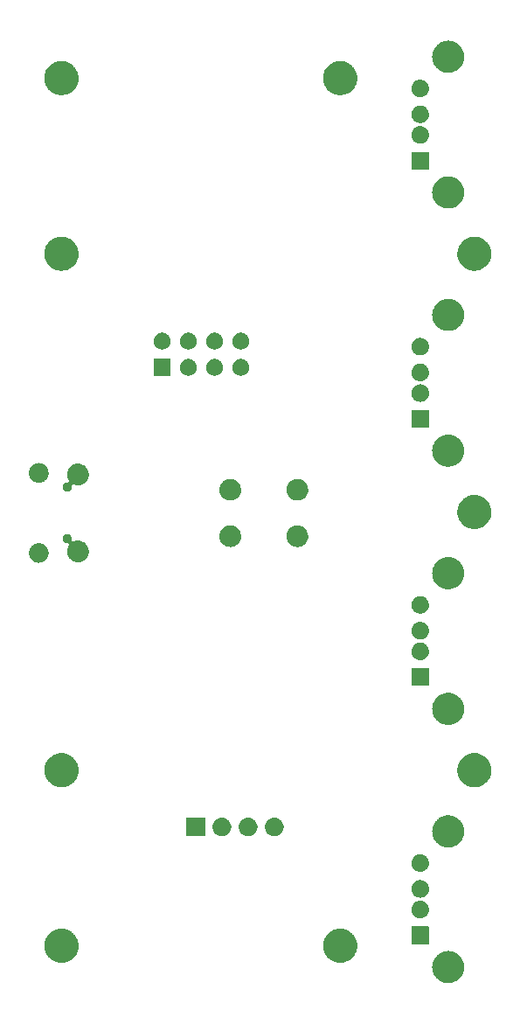
<source format=gbr>
From ac4cbca273e8bbde5b2f58df29e1fb6321fc2ee7 Mon Sep 17 00:00:00 2001
From: jaseg <git@jaseg.net>
Date: Wed, 14 Oct 2020 13:06:13 +0200
Subject: Fix driver circuits

---
 gerber/remote-B_Mask.gbr | 6730 +---------------------------------------------
 1 file changed, 90 insertions(+), 6640 deletions(-)

(limited to 'gerber/remote-B_Mask.gbr')

diff --git a/gerber/remote-B_Mask.gbr b/gerber/remote-B_Mask.gbr
index 970b06d..e318020 100644
--- a/gerber/remote-B_Mask.gbr
+++ b/gerber/remote-B_Mask.gbr
@@ -1,6652 +1,102 @@
-G04 #@! TF.GenerationSoftware,KiCad,Pcbnew,(5.99.0-52-gefbc802f4)*
-G04 #@! TF.CreationDate,2019-11-04T16:58:43+01:00*
+G04 #@! TF.GenerationSoftware,KiCad,Pcbnew,(5.99.0-4013-gfd874d834)*
+G04 #@! TF.CreationDate,2020-10-14T13:04:55+02:00*
 G04 #@! TF.ProjectId,remote,72656d6f-7465-42e6-9b69-6361645f7063,rev?*
 G04 #@! TF.SameCoordinates,Original*
 G04 #@! TF.FileFunction,Soldermask,Bot*
 G04 #@! TF.FilePolarity,Negative*
 %FSLAX46Y46*%
 G04 Gerber Fmt 4.6, Leading zero omitted, Abs format (unit mm)*
-G04 Created by KiCad (PCBNEW (5.99.0-52-gefbc802f4)) date 2019-11-04 16:58:43*
+G04 Created by KiCad (PCBNEW (5.99.0-4013-gfd874d834)) date 2020-10-14 13:04:55*
 %MOMM*%
 %LPD*%
+G01*
 G04 APERTURE LIST*
-%ADD10C,0.100000*%
+%ADD10C,3.200000*%
+%ADD11C,1.524000*%
+%ADD12R,1.524000X1.524000*%
+%ADD13C,2.000000*%
+%ADD14C,1.600000*%
+%ADD15R,1.600000X1.600000*%
+%ADD16C,3.000000*%
+%ADD17O,1.700000X1.700000*%
+%ADD18R,1.700000X1.700000*%
+%ADD19C,0.800000*%
+%ADD20C,1.800000*%
 G04 APERTURE END LIST*
 D10*
-G36*
-X192724870Y-161517503D02*
-G01*
-X192780587Y-161515557D01*
-X192847861Y-161524056D01*
-X192910350Y-161527385D01*
-X192966239Y-161539010D01*
-X193028205Y-161546838D01*
-X193086838Y-161564095D01*
-X193141387Y-161575441D01*
-X193201309Y-161597785D01*
-X193267637Y-161617307D01*
-X193316700Y-161640814D01*
-X193362485Y-161657887D01*
-X193424355Y-161692394D01*
-X193492722Y-161725150D01*
-X193531870Y-161752359D01*
-X193568580Y-161772833D01*
-X193629992Y-161820555D01*
-X193697669Y-161867592D01*
-X193727117Y-161896029D01*
-X193754905Y-161917623D01*
-X193813181Y-161979140D01*
-X193877207Y-162040969D01*
-X193897690Y-162068349D01*
-X193917196Y-162088940D01*
-X193969539Y-162164391D01*
-X194026715Y-162240821D01*
-X194039424Y-162265130D01*
-X194051703Y-162282831D01*
-X194095241Y-162371900D01*
-X194142347Y-162462005D01*
-X194148868Y-162481606D01*
-X194155330Y-162494827D01*
-X194187204Y-162596849D01*
-X194221129Y-162698831D01*
-X194223351Y-162712547D01*
-X194225703Y-162720077D01*
-X194243218Y-162835216D01*
-X194261033Y-162945207D01*
-X194258079Y-163227248D01*
-X194251707Y-163261966D01*
-X194251166Y-163280197D01*
-X194231162Y-163373910D01*
-X194213024Y-163472734D01*
-X194205639Y-163493474D01*
-X194202281Y-163509204D01*
-X194164978Y-163607664D01*
-X194129300Y-163707859D01*
-X194121956Y-163721218D01*
-X194118676Y-163729875D01*
-X194062486Y-163829393D01*
-X194009061Y-163926573D01*
-X194003852Y-163933240D01*
-X194002659Y-163935353D01*
-X193917525Y-164043734D01*
-X193855400Y-164123249D01*
-X193774204Y-164198438D01*
-X193684728Y-164282314D01*
-X193680477Y-164285230D01*
-X193672271Y-164292829D01*
-X193581065Y-164353426D01*
-X193490132Y-164415806D01*
-X193479346Y-164421009D01*
-X193464386Y-164430948D01*
-X193369597Y-164473946D01*
-X193277593Y-164518324D01*
-X193259603Y-164523841D01*
-X193237091Y-164534053D01*
-X193142529Y-164559745D01*
-X193051988Y-164587512D01*
-X193026633Y-164591234D01*
-X192996237Y-164599492D01*
-X192905124Y-164609068D01*
-X192818513Y-164621781D01*
-X192786058Y-164621583D01*
-X192748018Y-164625581D01*
-X192663077Y-164620832D01*
-X192582537Y-164620340D01*
-X192543732Y-164614159D01*
-X192498820Y-164611648D01*
-X192422188Y-164594799D01*
-X192349503Y-164583222D01*
-X192305572Y-164569160D01*
-X192255056Y-164558053D01*
-X192188282Y-164531615D01*
-X192124751Y-164511279D01*
-X192077318Y-164487681D01*
-X192022997Y-164466174D01*
-X191967052Y-164432824D01*
-X191913481Y-164406173D01*
-X191864562Y-164371729D01*
-X191808612Y-164338376D01*
-X191763850Y-164300816D01*
-X191720537Y-164270319D01*
-X191672434Y-164224109D01*
-X191617418Y-164177945D01*
-X191583622Y-164138792D01*
-X191550359Y-164106838D01*
-X191505609Y-164048413D01*
-X191454333Y-163989009D01*
-X191430758Y-163950688D01*
-X191406869Y-163919499D01*
-X191368132Y-163848891D01*
-X191323554Y-163776430D01*
-X191308980Y-163741071D01*
-X191293367Y-163712612D01*
-X191263347Y-163630357D01*
-X191228444Y-163545676D01*
-X191221254Y-163515023D01*
-X191212464Y-163490937D01*
-X191193818Y-163398049D01*
-X191171451Y-163302684D01*
-X191169727Y-163278029D01*
-X191166023Y-163259577D01*
-X191161300Y-163157527D01*
-X191154040Y-163053705D01*
-X191155668Y-163035820D01*
-X191155114Y-163023855D01*
-X191166738Y-162914177D01*
-X191176661Y-162805146D01*
-X191179442Y-162794316D01*
-X191179985Y-162789190D01*
-X191211189Y-162670668D01*
-X191238731Y-162563401D01*
-X191279091Y-162471021D01*
-X191333971Y-162344502D01*
-X191335264Y-162342445D01*
-X191338652Y-162334690D01*
-X191398740Y-162241452D01*
-X191459542Y-162144713D01*
-X191465595Y-162137713D01*
-X191473855Y-162124896D01*
-X191545058Y-162045817D01*
-X191613893Y-161966212D01*
-X191626124Y-161955785D01*
-X191640861Y-161939417D01*
-X191719191Y-161876438D01*
-X191793465Y-161813114D01*
-X191812935Y-161801065D01*
-X191835373Y-161783025D01*
-X191917267Y-161736503D01*
-X191994129Y-161688939D01*
-X192021484Y-161677299D01*
-X192052387Y-161659744D01*
-X192134567Y-161629182D01*
-X192211259Y-161596549D01*
-X192246685Y-161587486D01*
-X192286320Y-161572746D01*
-X192365882Y-161556992D01*
-X192439877Y-161538062D01*
-X192483059Y-161533790D01*
-X192531153Y-161524267D01*
-X192605594Y-161521668D01*
-X192674709Y-161514830D01*
-X192724870Y-161517503D01*
-X192724870Y-161517503D01*
-G37*
-G36*
-X155323730Y-159349000D02*
-G01*
-X155379937Y-159349000D01*
-X155450874Y-159360235D01*
-X155517558Y-159366128D01*
-X155574072Y-159379748D01*
-X155636610Y-159389653D01*
-X155698179Y-159409658D01*
-X155756121Y-159423622D01*
-X155816809Y-159448203D01*
-X155883764Y-159469958D01*
-X155935106Y-159496118D01*
-X155983565Y-159515746D01*
-X156046309Y-159552779D01*
-X156115312Y-159587938D01*
-X156156161Y-159617616D01*
-X156194891Y-159640476D01*
-X156257232Y-159691049D01*
-X156325554Y-159740688D01*
-X156356207Y-159771341D01*
-X156385465Y-159795076D01*
-X156444718Y-159859852D01*
-X156509312Y-159924446D01*
-X156530574Y-159953711D01*
-X156551091Y-159976140D01*
-X156604400Y-160055323D01*
-X156662062Y-160134688D01*
-X156675230Y-160160531D01*
-X156688137Y-160179703D01*
-X156732562Y-160273052D01*
-X156780042Y-160366236D01*
-X156786784Y-160386987D01*
-X156793587Y-160401281D01*
-X156826245Y-160508436D01*
-X156860347Y-160613390D01*
-X156862634Y-160627830D01*
-X156865129Y-160636016D01*
-X156883244Y-160757955D01*
-X156901000Y-160870063D01*
-X156901000Y-161129937D01*
-X156892684Y-161182440D01*
-X156891885Y-161211983D01*
-X156874640Y-161296367D01*
-X156860347Y-161386610D01*
-X156849164Y-161421027D01*
-X156843080Y-161450799D01*
-X156810365Y-161540439D01*
-X156780042Y-161633764D01*
-X156766872Y-161659612D01*
-X156758950Y-161681318D01*
-X156709540Y-161772131D01*
-X156662062Y-161865312D01*
-X156649241Y-161882959D01*
-X156641672Y-161896870D01*
-X156574158Y-161986301D01*
-X156509312Y-162075554D01*
-X156498976Y-162085890D01*
-X156493819Y-162092721D01*
-X156405782Y-162179084D01*
-X156325554Y-162259312D01*
-X156319558Y-162263668D01*
-X156318640Y-162264569D01*
-X156143110Y-162391866D01*
-X156115312Y-162412062D01*
-X156014629Y-162463363D01*
-X155902223Y-162521753D01*
-X155895505Y-162524060D01*
-X155883764Y-162530042D01*
-X155777902Y-162564439D01*
-X155670133Y-162601441D01*
-X155655994Y-162604049D01*
-X155636610Y-162610347D01*
-X155532080Y-162626903D01*
-X155428808Y-162645950D01*
-X155407170Y-162646687D01*
-X155379937Y-162651000D01*
-X155280480Y-162651000D01*
-X155183553Y-162654300D01*
-X155154812Y-162651000D01*
-X155120063Y-162651000D01*
-X155028482Y-162636495D01*
-X154939768Y-162626309D01*
-X154904791Y-162616904D01*
-X154863390Y-162610347D01*
-X154781749Y-162583820D01*
-X154702788Y-162562589D01*
-X154662903Y-162545205D01*
-X154616236Y-162530042D01*
-X154545965Y-162494237D01*
-X154477832Y-162464541D01*
-X154434765Y-162437578D01*
-X154384688Y-162412062D01*
-X154326590Y-162369851D01*
-X154269843Y-162334323D01*
-X154225667Y-162296526D01*
-X154174446Y-162259312D01*
-X154128671Y-162213537D01*
-X154083382Y-162174788D01*
-X154040465Y-162125331D01*
-X153990688Y-162075554D01*
-X153956823Y-162028943D01*
-X153922556Y-161989454D01*
-X153883461Y-161927969D01*
-X153837938Y-161865312D01*
-X153815015Y-161820323D01*
-X153790884Y-161782372D01*
-X153758299Y-161709012D01*
-X153719958Y-161633764D01*
-X153706561Y-161592533D01*
-X153691269Y-161558105D01*
-X153667885Y-161473501D01*
-X153639653Y-161386610D01*
-X153633993Y-161350874D01*
-X153625897Y-161321582D01*
-X153614348Y-161226843D01*
-X153599000Y-161129937D01*
-X153599000Y-161100932D01*
-X153596203Y-161077987D01*
-X153599000Y-160974628D01*
-X153599000Y-160870063D01*
-X153602413Y-160848516D01*
-X153602841Y-160832689D01*
-X153622390Y-160722382D01*
-X153639653Y-160613390D01*
-X153644171Y-160599485D01*
-X153645664Y-160591061D01*
-X153684876Y-160474207D01*
-X153719958Y-160366236D01*
-X153723325Y-160359628D01*
-X153723732Y-160358415D01*
-X153821710Y-160166538D01*
-X153837938Y-160134688D01*
-X153904366Y-160043258D01*
-X153978002Y-159940214D01*
-X153982942Y-159935107D01*
-X153990688Y-159924446D01*
-X154069390Y-159845744D01*
-X154148621Y-159763841D01*
-X154160037Y-159755097D01*
-X154174446Y-159740688D01*
-X154260048Y-159678494D01*
-X154343440Y-159614621D01*
-X154362390Y-159604139D01*
-X154384688Y-159587938D01*
-X154473279Y-159542798D01*
-X154558164Y-159495843D01*
-X154585275Y-159485734D01*
-X154616236Y-159469958D01*
-X154704418Y-159441306D01*
-X154788091Y-159410105D01*
-X154823527Y-159402605D01*
-X154863390Y-159389653D01*
-X154948177Y-159376224D01*
-X155028171Y-159359294D01*
-X155071600Y-159356676D01*
-X155120063Y-159349000D01*
-X155198917Y-159349000D01*
-X155273111Y-159344527D01*
-X155323730Y-159349000D01*
-X155323730Y-159349000D01*
-G37*
-G36*
-X182323730Y-159349000D02*
-G01*
-X182379937Y-159349000D01*
-X182450874Y-159360235D01*
-X182517558Y-159366128D01*
-X182574072Y-159379748D01*
-X182636610Y-159389653D01*
-X182698179Y-159409658D01*
-X182756121Y-159423622D01*
-X182816809Y-159448203D01*
-X182883764Y-159469958D01*
-X182935106Y-159496118D01*
-X182983565Y-159515746D01*
-X183046309Y-159552779D01*
-X183115312Y-159587938D01*
-X183156161Y-159617616D01*
-X183194891Y-159640476D01*
-X183257232Y-159691049D01*
-X183325554Y-159740688D01*
-X183356207Y-159771341D01*
-X183385465Y-159795076D01*
-X183444718Y-159859852D01*
-X183509312Y-159924446D01*
-X183530574Y-159953711D01*
-X183551091Y-159976140D01*
-X183604400Y-160055323D01*
-X183662062Y-160134688D01*
-X183675230Y-160160531D01*
-X183688137Y-160179703D01*
-X183732562Y-160273052D01*
-X183780042Y-160366236D01*
-X183786784Y-160386987D01*
-X183793587Y-160401281D01*
-X183826245Y-160508436D01*
-X183860347Y-160613390D01*
-X183862634Y-160627830D01*
-X183865129Y-160636016D01*
-X183883244Y-160757955D01*
-X183901000Y-160870063D01*
-X183901000Y-161129937D01*
-X183892684Y-161182440D01*
-X183891885Y-161211983D01*
-X183874640Y-161296367D01*
-X183860347Y-161386610D01*
-X183849164Y-161421027D01*
-X183843080Y-161450799D01*
-X183810365Y-161540439D01*
-X183780042Y-161633764D01*
-X183766872Y-161659612D01*
-X183758950Y-161681318D01*
-X183709540Y-161772131D01*
-X183662062Y-161865312D01*
-X183649241Y-161882959D01*
-X183641672Y-161896870D01*
-X183574158Y-161986301D01*
-X183509312Y-162075554D01*
-X183498976Y-162085890D01*
-X183493819Y-162092721D01*
-X183405782Y-162179084D01*
-X183325554Y-162259312D01*
-X183319558Y-162263668D01*
-X183318640Y-162264569D01*
-X183143110Y-162391866D01*
-X183115312Y-162412062D01*
-X183014629Y-162463363D01*
-X182902223Y-162521753D01*
-X182895505Y-162524060D01*
-X182883764Y-162530042D01*
-X182777902Y-162564439D01*
-X182670133Y-162601441D01*
-X182655994Y-162604049D01*
-X182636610Y-162610347D01*
-X182532080Y-162626903D01*
-X182428808Y-162645950D01*
-X182407170Y-162646687D01*
-X182379937Y-162651000D01*
-X182280480Y-162651000D01*
-X182183553Y-162654300D01*
-X182154812Y-162651000D01*
-X182120063Y-162651000D01*
-X182028482Y-162636495D01*
-X181939768Y-162626309D01*
-X181904791Y-162616904D01*
-X181863390Y-162610347D01*
-X181781749Y-162583820D01*
-X181702788Y-162562589D01*
-X181662903Y-162545205D01*
-X181616236Y-162530042D01*
-X181545965Y-162494237D01*
-X181477832Y-162464541D01*
-X181434765Y-162437578D01*
-X181384688Y-162412062D01*
-X181326590Y-162369851D01*
-X181269843Y-162334323D01*
-X181225667Y-162296526D01*
-X181174446Y-162259312D01*
-X181128671Y-162213537D01*
-X181083382Y-162174788D01*
-X181040465Y-162125331D01*
-X180990688Y-162075554D01*
-X180956823Y-162028943D01*
-X180922556Y-161989454D01*
-X180883461Y-161927969D01*
-X180837938Y-161865312D01*
-X180815015Y-161820323D01*
-X180790884Y-161782372D01*
-X180758299Y-161709012D01*
-X180719958Y-161633764D01*
-X180706561Y-161592533D01*
-X180691269Y-161558105D01*
-X180667885Y-161473501D01*
-X180639653Y-161386610D01*
-X180633993Y-161350874D01*
-X180625897Y-161321582D01*
-X180614348Y-161226843D01*
-X180599000Y-161129937D01*
-X180599000Y-161100932D01*
-X180596203Y-161077987D01*
-X180599000Y-160974628D01*
-X180599000Y-160870063D01*
-X180602413Y-160848516D01*
-X180602841Y-160832689D01*
-X180622390Y-160722382D01*
-X180639653Y-160613390D01*
-X180644171Y-160599485D01*
-X180645664Y-160591061D01*
-X180684876Y-160474207D01*
-X180719958Y-160366236D01*
-X180723325Y-160359628D01*
-X180723732Y-160358415D01*
-X180821710Y-160166538D01*
-X180837938Y-160134688D01*
-X180904366Y-160043258D01*
-X180978002Y-159940214D01*
-X180982942Y-159935107D01*
-X180990688Y-159924446D01*
-X181069390Y-159845744D01*
-X181148621Y-159763841D01*
-X181160037Y-159755097D01*
-X181174446Y-159740688D01*
-X181260048Y-159678494D01*
-X181343440Y-159614621D01*
-X181362390Y-159604139D01*
-X181384688Y-159587938D01*
-X181473279Y-159542798D01*
-X181558164Y-159495843D01*
-X181585275Y-159485734D01*
-X181616236Y-159469958D01*
-X181704418Y-159441306D01*
-X181788091Y-159410105D01*
-X181823527Y-159402605D01*
-X181863390Y-159389653D01*
-X181948177Y-159376224D01*
-X182028171Y-159359294D01*
-X182071600Y-159356676D01*
-X182120063Y-159349000D01*
-X182198917Y-159349000D01*
-X182273111Y-159344527D01*
-X182323730Y-159349000D01*
-X182323730Y-159349000D01*
-G37*
-G36*
-X190819899Y-159151959D02*
-G01*
-X190836769Y-159163231D01*
-X190848041Y-159180101D01*
-X190854448Y-159212312D01*
-X190854448Y-160787688D01*
-X190851999Y-160800000D01*
-X190848041Y-160819899D01*
-X190836769Y-160836769D01*
-X190819899Y-160848041D01*
-X190800000Y-160851999D01*
-X190787688Y-160854448D01*
-X189212312Y-160854448D01*
-X189180101Y-160848041D01*
-X189163231Y-160836769D01*
-X189151959Y-160819899D01*
-X189145552Y-160787688D01*
-X189145552Y-159212312D01*
-X189151959Y-159180101D01*
-X189163231Y-159163231D01*
-X189180101Y-159151959D01*
-X189212312Y-159145552D01*
-X190787688Y-159145552D01*
-X190819899Y-159151959D01*
-X190819899Y-159151959D01*
-G37*
-G36*
-X190002976Y-156647826D02*
-G01*
-X190044766Y-156645782D01*
-X190089056Y-156652639D01*
-X190139810Y-156655476D01*
-X190180163Y-156666743D01*
-X190215621Y-156672232D01*
-X190263204Y-156689928D01*
-X190317898Y-156705199D01*
-X190349622Y-156722067D01*
-X190377659Y-156732494D01*
-X190425757Y-156762549D01*
-X190481153Y-156792004D01*
-X190503968Y-156811421D01*
-X190524271Y-156824108D01*
-X190569641Y-156867313D01*
-X190621961Y-156911841D01*
-X190636463Y-156930947D01*
-X190649472Y-156943335D01*
-X190688616Y-156999655D01*
-X190733751Y-157059118D01*
-X190741302Y-157075459D01*
-X190748142Y-157085301D01*
-X190777508Y-157153817D01*
-X190811307Y-157226965D01*
-X190813885Y-157238692D01*
-X190816247Y-157244202D01*
-X190832429Y-157323036D01*
-X190851011Y-157407551D01*
-X190850345Y-157598388D01*
-X190831181Y-157682738D01*
-X190814443Y-157761485D01*
-X190812041Y-157766982D01*
-X190809381Y-157778692D01*
-X190775069Y-157851609D01*
-X190745227Y-157919915D01*
-X190738318Y-157929709D01*
-X190730655Y-157945994D01*
-X190685114Y-158005130D01*
-X190645570Y-158061187D01*
-X190632472Y-158073487D01*
-X190617840Y-158092487D01*
-X190565227Y-158136635D01*
-X190519544Y-158179534D01*
-X190499147Y-158192082D01*
-X190476199Y-158211338D01*
-X190420600Y-158240405D01*
-X190372293Y-158270123D01*
-X190344184Y-158280354D01*
-X190312341Y-158297001D01*
-X190257534Y-158311892D01*
-X190209831Y-158329254D01*
-X190174340Y-158334495D01*
-X190133911Y-158345479D01*
-X190083139Y-158347962D01*
-X190038803Y-158354509D01*
-X189997027Y-158352174D01*
-X189949233Y-158354511D01*
-X189904992Y-158347028D01*
-X189866189Y-158344859D01*
-X189819980Y-158332650D01*
-X189766923Y-158323676D01*
-X189730839Y-158309097D01*
-X189699035Y-158300694D01*
-X189650897Y-158276799D01*
-X189595488Y-158254412D01*
-X189568311Y-158235804D01*
-X189544182Y-158223826D01*
-X189497128Y-158187063D01*
-X189442926Y-158149950D01*
-X189424469Y-158130295D01*
-X189407950Y-158117389D01*
-X189365400Y-158067393D01*
-X189316354Y-158015164D01*
-X189305608Y-157997138D01*
-X189295896Y-157985726D01*
-X189261401Y-157922981D01*
-X189221678Y-157856344D01*
-X189216943Y-157842111D01*
-X189212610Y-157834229D01*
-X189189692Y-157760192D01*
-X189163314Y-157680898D01*
-X189162372Y-157671934D01*
-X189161486Y-157669072D01*
-X189153347Y-157586068D01*
-X189143987Y-157497012D01*
-X189153967Y-157408044D01*
-X189162687Y-157325078D01*
-X189163593Y-157322220D01*
-X189164598Y-157313265D01*
-X189191530Y-157234153D01*
-X189214963Y-157160281D01*
-X189219350Y-157152432D01*
-X189224184Y-157138231D01*
-X189264382Y-157071857D01*
-X189299304Y-157009371D01*
-X189309092Y-156998031D01*
-X189319967Y-156980075D01*
-X189369385Y-156928181D01*
-X189412273Y-156878495D01*
-X189428879Y-156865707D01*
-X189447477Y-156846177D01*
-X189501952Y-156809433D01*
-X189549250Y-156773009D01*
-X189573458Y-156761202D01*
-X189600765Y-156742783D01*
-X189656319Y-156720787D01*
-X189704633Y-156697223D01*
-X189736503Y-156689040D01*
-X189772679Y-156674717D01*
-X189825795Y-156666114D01*
-X189872088Y-156654228D01*
-X189910903Y-156652330D01*
-X189955199Y-156645155D01*
-X190002976Y-156647826D01*
-X190002976Y-156647826D01*
-G37*
-G36*
-X190002976Y-154647826D02*
-G01*
-X190044766Y-154645782D01*
-X190089056Y-154652639D01*
-X190139810Y-154655476D01*
-X190180163Y-154666743D01*
-X190215621Y-154672232D01*
-X190263204Y-154689928D01*
-X190317898Y-154705199D01*
-X190349622Y-154722067D01*
-X190377659Y-154732494D01*
-X190425757Y-154762549D01*
-X190481153Y-154792004D01*
-X190503968Y-154811421D01*
-X190524271Y-154824108D01*
-X190569641Y-154867313D01*
-X190621961Y-154911841D01*
-X190636463Y-154930947D01*
-X190649472Y-154943335D01*
-X190688616Y-154999655D01*
-X190733751Y-155059118D01*
-X190741302Y-155075459D01*
-X190748142Y-155085301D01*
-X190777508Y-155153817D01*
-X190811307Y-155226965D01*
-X190813885Y-155238692D01*
-X190816247Y-155244202D01*
-X190832429Y-155323036D01*
-X190851011Y-155407551D01*
-X190850345Y-155598388D01*
-X190831181Y-155682738D01*
-X190814443Y-155761485D01*
-X190812041Y-155766982D01*
-X190809381Y-155778692D01*
-X190775069Y-155851609D01*
-X190745227Y-155919915D01*
-X190738318Y-155929709D01*
-X190730655Y-155945994D01*
-X190685114Y-156005130D01*
-X190645570Y-156061187D01*
-X190632472Y-156073487D01*
-X190617840Y-156092487D01*
-X190565227Y-156136635D01*
-X190519544Y-156179534D01*
-X190499147Y-156192082D01*
-X190476199Y-156211338D01*
-X190420600Y-156240405D01*
-X190372293Y-156270123D01*
-X190344184Y-156280354D01*
-X190312341Y-156297001D01*
-X190257534Y-156311892D01*
-X190209831Y-156329254D01*
-X190174340Y-156334495D01*
-X190133911Y-156345479D01*
-X190083139Y-156347962D01*
-X190038803Y-156354509D01*
-X189997027Y-156352174D01*
-X189949233Y-156354511D01*
-X189904992Y-156347028D01*
-X189866189Y-156344859D01*
-X189819980Y-156332650D01*
-X189766923Y-156323676D01*
-X189730839Y-156309097D01*
-X189699035Y-156300694D01*
-X189650897Y-156276799D01*
-X189595488Y-156254412D01*
-X189568311Y-156235804D01*
-X189544182Y-156223826D01*
-X189497128Y-156187063D01*
-X189442926Y-156149950D01*
-X189424469Y-156130295D01*
-X189407950Y-156117389D01*
-X189365400Y-156067393D01*
-X189316354Y-156015164D01*
-X189305608Y-155997138D01*
-X189295896Y-155985726D01*
-X189261401Y-155922981D01*
-X189221678Y-155856344D01*
-X189216943Y-155842111D01*
-X189212610Y-155834229D01*
-X189189692Y-155760192D01*
-X189163314Y-155680898D01*
-X189162372Y-155671934D01*
-X189161486Y-155669072D01*
-X189153347Y-155586068D01*
-X189143987Y-155497012D01*
-X189153967Y-155408044D01*
-X189162687Y-155325078D01*
-X189163593Y-155322220D01*
-X189164598Y-155313265D01*
-X189191530Y-155234153D01*
-X189214963Y-155160281D01*
-X189219350Y-155152432D01*
-X189224184Y-155138231D01*
-X189264382Y-155071857D01*
-X189299304Y-155009371D01*
-X189309092Y-154998031D01*
-X189319967Y-154980075D01*
-X189369385Y-154928181D01*
-X189412273Y-154878495D01*
-X189428879Y-154865707D01*
-X189447477Y-154846177D01*
-X189501952Y-154809433D01*
-X189549250Y-154773009D01*
-X189573458Y-154761202D01*
-X189600765Y-154742783D01*
-X189656319Y-154720787D01*
-X189704633Y-154697223D01*
-X189736503Y-154689040D01*
-X189772679Y-154674717D01*
-X189825795Y-154666114D01*
-X189872088Y-154654228D01*
-X189910903Y-154652330D01*
-X189955199Y-154645155D01*
-X190002976Y-154647826D01*
-X190002976Y-154647826D01*
-G37*
-G36*
-X190002976Y-152147826D02*
-G01*
-X190044766Y-152145782D01*
-X190089056Y-152152639D01*
-X190139810Y-152155476D01*
-X190180163Y-152166743D01*
-X190215621Y-152172232D01*
-X190263204Y-152189928D01*
-X190317898Y-152205199D01*
-X190349622Y-152222067D01*
-X190377659Y-152232494D01*
-X190425757Y-152262549D01*
-X190481153Y-152292004D01*
-X190503968Y-152311421D01*
-X190524271Y-152324108D01*
-X190569641Y-152367313D01*
-X190621961Y-152411841D01*
-X190636463Y-152430947D01*
-X190649472Y-152443335D01*
-X190688616Y-152499655D01*
-X190733751Y-152559118D01*
-X190741302Y-152575459D01*
-X190748142Y-152585301D01*
-X190777508Y-152653817D01*
-X190811307Y-152726965D01*
-X190813885Y-152738692D01*
-X190816247Y-152744202D01*
-X190832429Y-152823036D01*
-X190851011Y-152907551D01*
-X190850345Y-153098388D01*
-X190831181Y-153182738D01*
-X190814443Y-153261485D01*
-X190812041Y-153266982D01*
-X190809381Y-153278692D01*
-X190775069Y-153351609D01*
-X190745227Y-153419915D01*
-X190738318Y-153429709D01*
-X190730655Y-153445994D01*
-X190685114Y-153505130D01*
-X190645570Y-153561187D01*
-X190632472Y-153573487D01*
-X190617840Y-153592487D01*
-X190565227Y-153636635D01*
-X190519544Y-153679534D01*
-X190499147Y-153692082D01*
-X190476199Y-153711338D01*
-X190420600Y-153740405D01*
-X190372293Y-153770123D01*
-X190344184Y-153780354D01*
-X190312341Y-153797001D01*
-X190257534Y-153811892D01*
-X190209831Y-153829254D01*
-X190174340Y-153834495D01*
-X190133911Y-153845479D01*
-X190083139Y-153847962D01*
-X190038803Y-153854509D01*
-X189997027Y-153852174D01*
-X189949233Y-153854511D01*
-X189904992Y-153847028D01*
-X189866189Y-153844859D01*
-X189819980Y-153832650D01*
-X189766923Y-153823676D01*
-X189730839Y-153809097D01*
-X189699035Y-153800694D01*
-X189650897Y-153776799D01*
-X189595488Y-153754412D01*
-X189568311Y-153735804D01*
-X189544182Y-153723826D01*
-X189497128Y-153687063D01*
-X189442926Y-153649950D01*
-X189424469Y-153630295D01*
-X189407950Y-153617389D01*
-X189365400Y-153567393D01*
-X189316354Y-153515164D01*
-X189305608Y-153497138D01*
-X189295896Y-153485726D01*
-X189261401Y-153422981D01*
-X189221678Y-153356344D01*
-X189216943Y-153342111D01*
-X189212610Y-153334229D01*
-X189189692Y-153260192D01*
-X189163314Y-153180898D01*
-X189162372Y-153171934D01*
-X189161486Y-153169072D01*
-X189153347Y-153086068D01*
-X189143987Y-152997012D01*
-X189153967Y-152908044D01*
-X189162687Y-152825078D01*
-X189163593Y-152822220D01*
-X189164598Y-152813265D01*
-X189191530Y-152734153D01*
-X189214963Y-152660281D01*
-X189219350Y-152652432D01*
-X189224184Y-152638231D01*
-X189264382Y-152571857D01*
-X189299304Y-152509371D01*
-X189309092Y-152498031D01*
-X189319967Y-152480075D01*
-X189369385Y-152428181D01*
-X189412273Y-152378495D01*
-X189428879Y-152365707D01*
-X189447477Y-152346177D01*
-X189501952Y-152309433D01*
-X189549250Y-152273009D01*
-X189573458Y-152261202D01*
-X189600765Y-152242783D01*
-X189656319Y-152220787D01*
-X189704633Y-152197223D01*
-X189736503Y-152189040D01*
-X189772679Y-152174717D01*
-X189825795Y-152166114D01*
-X189872088Y-152154228D01*
-X189910903Y-152152330D01*
-X189955199Y-152145155D01*
-X190002976Y-152147826D01*
-X190002976Y-152147826D01*
-G37*
-G36*
-X192724870Y-148377503D02*
-G01*
-X192780587Y-148375557D01*
-X192847861Y-148384056D01*
-X192910350Y-148387385D01*
-X192966239Y-148399010D01*
-X193028205Y-148406838D01*
-X193086838Y-148424095D01*
-X193141387Y-148435441D01*
-X193201309Y-148457785D01*
-X193267637Y-148477307D01*
-X193316700Y-148500814D01*
-X193362485Y-148517887D01*
-X193424355Y-148552394D01*
-X193492722Y-148585150D01*
-X193531870Y-148612359D01*
-X193568580Y-148632833D01*
-X193629992Y-148680555D01*
-X193697669Y-148727592D01*
-X193727117Y-148756029D01*
-X193754905Y-148777623D01*
-X193813181Y-148839140D01*
-X193877207Y-148900969D01*
-X193897690Y-148928349D01*
-X193917196Y-148948940D01*
-X193969539Y-149024391D01*
-X194026715Y-149100821D01*
-X194039424Y-149125130D01*
-X194051703Y-149142831D01*
-X194095241Y-149231900D01*
-X194142347Y-149322005D01*
-X194148868Y-149341606D01*
-X194155330Y-149354827D01*
-X194187204Y-149456849D01*
-X194221129Y-149558831D01*
-X194223351Y-149572547D01*
-X194225703Y-149580077D01*
-X194243218Y-149695216D01*
-X194261033Y-149805207D01*
-X194258079Y-150087248D01*
-X194251707Y-150121966D01*
-X194251166Y-150140197D01*
-X194231162Y-150233910D01*
-X194213024Y-150332734D01*
-X194205639Y-150353474D01*
-X194202281Y-150369204D01*
-X194164978Y-150467664D01*
-X194129300Y-150567859D01*
-X194121956Y-150581218D01*
-X194118676Y-150589875D01*
-X194062486Y-150689393D01*
-X194009061Y-150786573D01*
-X194003852Y-150793240D01*
-X194002659Y-150795353D01*
-X193917525Y-150903734D01*
-X193855400Y-150983249D01*
-X193774204Y-151058438D01*
-X193684728Y-151142314D01*
-X193680477Y-151145230D01*
-X193672271Y-151152829D01*
-X193581065Y-151213426D01*
-X193490132Y-151275806D01*
-X193479346Y-151281009D01*
-X193464386Y-151290948D01*
-X193369597Y-151333946D01*
-X193277593Y-151378324D01*
-X193259603Y-151383841D01*
-X193237091Y-151394053D01*
-X193142529Y-151419745D01*
-X193051988Y-151447512D01*
-X193026633Y-151451234D01*
-X192996237Y-151459492D01*
-X192905124Y-151469068D01*
-X192818513Y-151481781D01*
-X192786058Y-151481583D01*
-X192748018Y-151485581D01*
-X192663077Y-151480832D01*
-X192582537Y-151480340D01*
-X192543732Y-151474159D01*
-X192498820Y-151471648D01*
-X192422188Y-151454799D01*
-X192349503Y-151443222D01*
-X192305572Y-151429160D01*
-X192255056Y-151418053D01*
-X192188282Y-151391615D01*
-X192124751Y-151371279D01*
-X192077318Y-151347681D01*
-X192022997Y-151326174D01*
-X191967052Y-151292824D01*
-X191913481Y-151266173D01*
-X191864562Y-151231729D01*
-X191808612Y-151198376D01*
-X191763850Y-151160816D01*
-X191720537Y-151130319D01*
-X191672434Y-151084109D01*
-X191617418Y-151037945D01*
-X191583622Y-150998792D01*
-X191550359Y-150966838D01*
-X191505609Y-150908413D01*
-X191454333Y-150849009D01*
-X191430758Y-150810688D01*
-X191406869Y-150779499D01*
-X191368132Y-150708891D01*
-X191323554Y-150636430D01*
-X191308980Y-150601071D01*
-X191293367Y-150572612D01*
-X191263347Y-150490357D01*
-X191228444Y-150405676D01*
-X191221254Y-150375023D01*
-X191212464Y-150350937D01*
-X191193818Y-150258049D01*
-X191171451Y-150162684D01*
-X191169727Y-150138029D01*
-X191166023Y-150119577D01*
-X191161300Y-150017527D01*
-X191154040Y-149913705D01*
-X191155668Y-149895820D01*
-X191155114Y-149883855D01*
-X191166738Y-149774177D01*
-X191176661Y-149665146D01*
-X191179442Y-149654316D01*
-X191179985Y-149649190D01*
-X191211189Y-149530668D01*
-X191238731Y-149423401D01*
-X191279091Y-149331021D01*
-X191333971Y-149204502D01*
-X191335264Y-149202445D01*
-X191338652Y-149194690D01*
-X191398740Y-149101452D01*
-X191459542Y-149004713D01*
-X191465595Y-148997713D01*
-X191473855Y-148984896D01*
-X191545058Y-148905817D01*
-X191613893Y-148826212D01*
-X191626124Y-148815785D01*
-X191640861Y-148799417D01*
-X191719191Y-148736438D01*
-X191793465Y-148673114D01*
-X191812935Y-148661065D01*
-X191835373Y-148643025D01*
-X191917267Y-148596503D01*
-X191994129Y-148548939D01*
-X192021484Y-148537299D01*
-X192052387Y-148519744D01*
-X192134567Y-148489182D01*
-X192211259Y-148456549D01*
-X192246685Y-148447486D01*
-X192286320Y-148432746D01*
-X192365882Y-148416992D01*
-X192439877Y-148398062D01*
-X192483059Y-148393790D01*
-X192531153Y-148384267D01*
-X192605594Y-148381668D01*
-X192674709Y-148374830D01*
-X192724870Y-148377503D01*
-X192724870Y-148377503D01*
-G37*
-G36*
-X169119899Y-148601959D02*
-G01*
-X169136769Y-148613231D01*
-X169148041Y-148630101D01*
-X169154448Y-148662312D01*
-X169154448Y-150337688D01*
-X169151999Y-150350000D01*
-X169148041Y-150369899D01*
-X169136769Y-150386769D01*
-X169119899Y-150398041D01*
-X169100000Y-150401999D01*
-X169087688Y-150404448D01*
-X167412312Y-150404448D01*
-X167380101Y-150398041D01*
-X167363231Y-150386769D01*
-X167351959Y-150369899D01*
-X167345552Y-150337688D01*
-X167345552Y-148662312D01*
-X167351959Y-148630101D01*
-X167363231Y-148613231D01*
-X167380101Y-148601959D01*
-X167412312Y-148595552D01*
-X169087688Y-148595552D01*
-X169119899Y-148601959D01*
-X169119899Y-148601959D01*
-G37*
-G36*
-X170978360Y-148613835D02*
-G01*
-X171059397Y-148640166D01*
-X171146663Y-148667848D01*
-X171149655Y-148669493D01*
-X171158488Y-148672363D01*
-X171230466Y-148713919D01*
-X171301499Y-148752970D01*
-X171308986Y-148759253D01*
-X171322511Y-148767061D01*
-X171380259Y-148819057D01*
-X171436857Y-148866549D01*
-X171446962Y-148879118D01*
-X171463261Y-148893793D01*
-X171505454Y-148951867D01*
-X171547579Y-149004260D01*
-X171557994Y-149024182D01*
-X171574586Y-149047019D01*
-X171601297Y-149107012D01*
-X171629439Y-149160843D01*
-X171637582Y-149188510D01*
-X171651621Y-149220042D01*
-X171663992Y-149278241D01*
-X171679328Y-149330349D01*
-X171682518Y-149365401D01*
-X171690999Y-149405301D01*
-X171690999Y-149458592D01*
-X171695343Y-149506324D01*
-X171690999Y-149547653D01*
-X171690999Y-149594699D01*
-X171681217Y-149640721D01*
-X171676873Y-149682047D01*
-X171662702Y-149727827D01*
-X171651621Y-149779958D01*
-X171635028Y-149817226D01*
-X171624622Y-149850843D01*
-X171598789Y-149898620D01*
-X171574586Y-149952981D01*
-X171554298Y-149980905D01*
-X171540580Y-150006276D01*
-X171501859Y-150053082D01*
-X171463261Y-150106207D01*
-X171442284Y-150125095D01*
-X171427952Y-150142419D01*
-X171375845Y-150184917D01*
-X171322511Y-150232939D01*
-X171303524Y-150243901D01*
-X171291025Y-150254095D01*
-X171225780Y-150288786D01*
-X171158488Y-150327637D01*
-X171143636Y-150332463D01*
-X171135003Y-150337053D01*
-X171057430Y-150360473D01*
-X170978360Y-150386165D01*
-X170969114Y-150387137D01*
-X170965851Y-150388122D01*
-X170874710Y-150397059D01*
-X170837211Y-150401000D01*
-X170742789Y-150401000D01*
-X170601640Y-150386165D01*
-X170520603Y-150359834D01*
-X170433337Y-150332152D01*
-X170430345Y-150330507D01*
-X170421512Y-150327637D01*
-X170349534Y-150286081D01*
-X170278501Y-150247030D01*
-X170271014Y-150240747D01*
-X170257489Y-150232939D01*
-X170199741Y-150180943D01*
-X170143143Y-150133451D01*
-X170133038Y-150120882D01*
-X170116739Y-150106207D01*
-X170074546Y-150048133D01*
-X170032421Y-149995740D01*
-X170022006Y-149975818D01*
-X170005414Y-149952981D01*
-X169978703Y-149892988D01*
-X169950561Y-149839157D01*
-X169942418Y-149811490D01*
-X169928379Y-149779958D01*
-X169916008Y-149721759D01*
-X169900672Y-149669651D01*
-X169897482Y-149634599D01*
-X169889001Y-149594699D01*
-X169889001Y-149541408D01*
-X169884657Y-149493676D01*
-X169889001Y-149452347D01*
-X169889001Y-149405301D01*
-X169898783Y-149359279D01*
-X169903127Y-149317953D01*
-X169917298Y-149272173D01*
-X169928379Y-149220042D01*
-X169944972Y-149182774D01*
-X169955378Y-149149157D01*
-X169981211Y-149101380D01*
-X170005414Y-149047019D01*
-X170025702Y-149019095D01*
-X170039420Y-148993724D01*
-X170078141Y-148946918D01*
-X170116739Y-148893793D01*
-X170137716Y-148874905D01*
-X170152048Y-148857581D01*
-X170204155Y-148815083D01*
-X170257489Y-148767061D01*
-X170276476Y-148756099D01*
-X170288975Y-148745905D01*
-X170354220Y-148711214D01*
-X170421512Y-148672363D01*
-X170436364Y-148667537D01*
-X170444997Y-148662947D01*
-X170522570Y-148639527D01*
-X170601640Y-148613835D01*
-X170610886Y-148612863D01*
-X170614149Y-148611878D01*
-X170705290Y-148602941D01*
-X170742789Y-148599000D01*
-X170837211Y-148599000D01*
-X170978360Y-148613835D01*
-X170978360Y-148613835D01*
-G37*
-G36*
-X176058360Y-148613835D02*
-G01*
-X176139397Y-148640166D01*
-X176226663Y-148667848D01*
-X176229655Y-148669493D01*
-X176238488Y-148672363D01*
-X176310466Y-148713919D01*
-X176381499Y-148752970D01*
-X176388986Y-148759253D01*
-X176402511Y-148767061D01*
-X176460259Y-148819057D01*
-X176516857Y-148866549D01*
-X176526962Y-148879118D01*
-X176543261Y-148893793D01*
-X176585454Y-148951867D01*
-X176627579Y-149004260D01*
-X176637994Y-149024182D01*
-X176654586Y-149047019D01*
-X176681297Y-149107012D01*
-X176709439Y-149160843D01*
-X176717582Y-149188510D01*
-X176731621Y-149220042D01*
-X176743992Y-149278241D01*
-X176759328Y-149330349D01*
-X176762518Y-149365401D01*
-X176770999Y-149405301D01*
-X176770999Y-149458592D01*
-X176775343Y-149506324D01*
-X176770999Y-149547653D01*
-X176770999Y-149594699D01*
-X176761217Y-149640721D01*
-X176756873Y-149682047D01*
-X176742702Y-149727827D01*
-X176731621Y-149779958D01*
-X176715028Y-149817226D01*
-X176704622Y-149850843D01*
-X176678789Y-149898620D01*
-X176654586Y-149952981D01*
-X176634298Y-149980905D01*
-X176620580Y-150006276D01*
-X176581859Y-150053082D01*
-X176543261Y-150106207D01*
-X176522284Y-150125095D01*
-X176507952Y-150142419D01*
-X176455845Y-150184917D01*
-X176402511Y-150232939D01*
-X176383524Y-150243901D01*
-X176371025Y-150254095D01*
-X176305780Y-150288786D01*
-X176238488Y-150327637D01*
-X176223636Y-150332463D01*
-X176215003Y-150337053D01*
-X176137430Y-150360473D01*
-X176058360Y-150386165D01*
-X176049114Y-150387137D01*
-X176045851Y-150388122D01*
-X175954710Y-150397059D01*
-X175917211Y-150401000D01*
-X175822789Y-150401000D01*
-X175681640Y-150386165D01*
-X175600603Y-150359834D01*
-X175513337Y-150332152D01*
-X175510345Y-150330507D01*
-X175501512Y-150327637D01*
-X175429534Y-150286081D01*
-X175358501Y-150247030D01*
-X175351014Y-150240747D01*
-X175337489Y-150232939D01*
-X175279741Y-150180943D01*
-X175223143Y-150133451D01*
-X175213038Y-150120882D01*
-X175196739Y-150106207D01*
-X175154546Y-150048133D01*
-X175112421Y-149995740D01*
-X175102006Y-149975818D01*
-X175085414Y-149952981D01*
-X175058703Y-149892988D01*
-X175030561Y-149839157D01*
-X175022418Y-149811490D01*
-X175008379Y-149779958D01*
-X174996008Y-149721759D01*
-X174980672Y-149669651D01*
-X174977482Y-149634599D01*
-X174969001Y-149594699D01*
-X174969001Y-149541408D01*
-X174964657Y-149493676D01*
-X174969001Y-149452347D01*
-X174969001Y-149405301D01*
-X174978783Y-149359279D01*
-X174983127Y-149317953D01*
-X174997298Y-149272173D01*
-X175008379Y-149220042D01*
-X175024972Y-149182774D01*
-X175035378Y-149149157D01*
-X175061211Y-149101380D01*
-X175085414Y-149047019D01*
-X175105702Y-149019095D01*
-X175119420Y-148993724D01*
-X175158141Y-148946918D01*
-X175196739Y-148893793D01*
-X175217716Y-148874905D01*
-X175232048Y-148857581D01*
-X175284155Y-148815083D01*
-X175337489Y-148767061D01*
-X175356476Y-148756099D01*
-X175368975Y-148745905D01*
-X175434220Y-148711214D01*
-X175501512Y-148672363D01*
-X175516364Y-148667537D01*
-X175524997Y-148662947D01*
-X175602570Y-148639527D01*
-X175681640Y-148613835D01*
-X175690886Y-148612863D01*
-X175694149Y-148611878D01*
-X175785290Y-148602941D01*
-X175822789Y-148599000D01*
-X175917211Y-148599000D01*
-X176058360Y-148613835D01*
-X176058360Y-148613835D01*
-G37*
-G36*
-X173518360Y-148613835D02*
-G01*
-X173599397Y-148640166D01*
-X173686663Y-148667848D01*
-X173689655Y-148669493D01*
-X173698488Y-148672363D01*
-X173770466Y-148713919D01*
-X173841499Y-148752970D01*
-X173848986Y-148759253D01*
-X173862511Y-148767061D01*
-X173920259Y-148819057D01*
-X173976857Y-148866549D01*
-X173986962Y-148879118D01*
-X174003261Y-148893793D01*
-X174045454Y-148951867D01*
-X174087579Y-149004260D01*
-X174097994Y-149024182D01*
-X174114586Y-149047019D01*
-X174141297Y-149107012D01*
-X174169439Y-149160843D01*
-X174177582Y-149188510D01*
-X174191621Y-149220042D01*
-X174203992Y-149278241D01*
-X174219328Y-149330349D01*
-X174222518Y-149365401D01*
-X174230999Y-149405301D01*
-X174230999Y-149458592D01*
-X174235343Y-149506324D01*
-X174230999Y-149547653D01*
-X174230999Y-149594699D01*
-X174221217Y-149640721D01*
-X174216873Y-149682047D01*
-X174202702Y-149727827D01*
-X174191621Y-149779958D01*
-X174175028Y-149817226D01*
-X174164622Y-149850843D01*
-X174138789Y-149898620D01*
-X174114586Y-149952981D01*
-X174094298Y-149980905D01*
-X174080580Y-150006276D01*
-X174041859Y-150053082D01*
-X174003261Y-150106207D01*
-X173982284Y-150125095D01*
-X173967952Y-150142419D01*
-X173915845Y-150184917D01*
-X173862511Y-150232939D01*
-X173843524Y-150243901D01*
-X173831025Y-150254095D01*
-X173765780Y-150288786D01*
-X173698488Y-150327637D01*
-X173683636Y-150332463D01*
-X173675003Y-150337053D01*
-X173597430Y-150360473D01*
-X173518360Y-150386165D01*
-X173509114Y-150387137D01*
-X173505851Y-150388122D01*
-X173414710Y-150397059D01*
-X173377211Y-150401000D01*
-X173282789Y-150401000D01*
-X173141640Y-150386165D01*
-X173060603Y-150359834D01*
-X172973337Y-150332152D01*
-X172970345Y-150330507D01*
-X172961512Y-150327637D01*
-X172889534Y-150286081D01*
-X172818501Y-150247030D01*
-X172811014Y-150240747D01*
-X172797489Y-150232939D01*
-X172739741Y-150180943D01*
-X172683143Y-150133451D01*
-X172673038Y-150120882D01*
-X172656739Y-150106207D01*
-X172614546Y-150048133D01*
-X172572421Y-149995740D01*
-X172562006Y-149975818D01*
-X172545414Y-149952981D01*
-X172518703Y-149892988D01*
-X172490561Y-149839157D01*
-X172482418Y-149811490D01*
-X172468379Y-149779958D01*
-X172456008Y-149721759D01*
-X172440672Y-149669651D01*
-X172437482Y-149634599D01*
-X172429001Y-149594699D01*
-X172429001Y-149541408D01*
-X172424657Y-149493676D01*
-X172429001Y-149452347D01*
-X172429001Y-149405301D01*
-X172438783Y-149359279D01*
-X172443127Y-149317953D01*
-X172457298Y-149272173D01*
-X172468379Y-149220042D01*
-X172484972Y-149182774D01*
-X172495378Y-149149157D01*
-X172521211Y-149101380D01*
-X172545414Y-149047019D01*
-X172565702Y-149019095D01*
-X172579420Y-148993724D01*
-X172618141Y-148946918D01*
-X172656739Y-148893793D01*
-X172677716Y-148874905D01*
-X172692048Y-148857581D01*
-X172744155Y-148815083D01*
-X172797489Y-148767061D01*
-X172816476Y-148756099D01*
-X172828975Y-148745905D01*
-X172894220Y-148711214D01*
-X172961512Y-148672363D01*
-X172976364Y-148667537D01*
-X172984997Y-148662947D01*
-X173062570Y-148639527D01*
-X173141640Y-148613835D01*
-X173150886Y-148612863D01*
-X173154149Y-148611878D01*
-X173245290Y-148602941D01*
-X173282789Y-148599000D01*
-X173377211Y-148599000D01*
-X173518360Y-148613835D01*
-X173518360Y-148613835D01*
-G37*
-G36*
-X195323730Y-142349000D02*
-G01*
-X195379937Y-142349000D01*
-X195450874Y-142360235D01*
-X195517558Y-142366128D01*
-X195574072Y-142379748D01*
-X195636610Y-142389653D01*
-X195698179Y-142409658D01*
-X195756121Y-142423622D01*
-X195816809Y-142448203D01*
-X195883764Y-142469958D01*
-X195935106Y-142496118D01*
-X195983565Y-142515746D01*
-X196046309Y-142552779D01*
-X196115312Y-142587938D01*
-X196156161Y-142617616D01*
-X196194891Y-142640476D01*
-X196257232Y-142691049D01*
-X196325554Y-142740688D01*
-X196356207Y-142771341D01*
-X196385465Y-142795076D01*
-X196444718Y-142859852D01*
-X196509312Y-142924446D01*
-X196530574Y-142953711D01*
-X196551091Y-142976140D01*
-X196604400Y-143055323D01*
-X196662062Y-143134688D01*
-X196675230Y-143160531D01*
-X196688137Y-143179703D01*
-X196732562Y-143273052D01*
-X196780042Y-143366236D01*
-X196786784Y-143386987D01*
-X196793587Y-143401281D01*
-X196826245Y-143508436D01*
-X196860347Y-143613390D01*
-X196862634Y-143627830D01*
-X196865129Y-143636016D01*
-X196883244Y-143757955D01*
-X196901000Y-143870063D01*
-X196901000Y-144129937D01*
-X196892684Y-144182440D01*
-X196891885Y-144211983D01*
-X196874640Y-144296367D01*
-X196860347Y-144386610D01*
-X196849164Y-144421027D01*
-X196843080Y-144450799D01*
-X196810365Y-144540439D01*
-X196780042Y-144633764D01*
-X196766872Y-144659612D01*
-X196758950Y-144681318D01*
-X196709540Y-144772131D01*
-X196662062Y-144865312D01*
-X196649241Y-144882959D01*
-X196641672Y-144896870D01*
-X196574158Y-144986301D01*
-X196509312Y-145075554D01*
-X196498976Y-145085890D01*
-X196493819Y-145092721D01*
-X196405782Y-145179084D01*
-X196325554Y-145259312D01*
-X196319558Y-145263668D01*
-X196318640Y-145264569D01*
-X196143110Y-145391866D01*
-X196115312Y-145412062D01*
-X196014629Y-145463363D01*
-X195902223Y-145521753D01*
-X195895505Y-145524060D01*
-X195883764Y-145530042D01*
-X195777902Y-145564439D01*
-X195670133Y-145601441D01*
-X195655994Y-145604049D01*
-X195636610Y-145610347D01*
-X195532080Y-145626903D01*
-X195428808Y-145645950D01*
-X195407170Y-145646687D01*
-X195379937Y-145651000D01*
-X195280480Y-145651000D01*
-X195183553Y-145654300D01*
-X195154812Y-145651000D01*
-X195120063Y-145651000D01*
-X195028482Y-145636495D01*
-X194939768Y-145626309D01*
-X194904791Y-145616904D01*
-X194863390Y-145610347D01*
-X194781749Y-145583820D01*
-X194702788Y-145562589D01*
-X194662903Y-145545205D01*
-X194616236Y-145530042D01*
-X194545965Y-145494237D01*
-X194477832Y-145464541D01*
-X194434765Y-145437578D01*
-X194384688Y-145412062D01*
-X194326590Y-145369851D01*
-X194269843Y-145334323D01*
-X194225667Y-145296526D01*
-X194174446Y-145259312D01*
-X194128671Y-145213537D01*
-X194083382Y-145174788D01*
-X194040465Y-145125331D01*
-X193990688Y-145075554D01*
-X193956823Y-145028943D01*
-X193922556Y-144989454D01*
-X193883461Y-144927969D01*
-X193837938Y-144865312D01*
-X193815015Y-144820323D01*
-X193790884Y-144782372D01*
-X193758299Y-144709012D01*
-X193719958Y-144633764D01*
-X193706561Y-144592533D01*
-X193691269Y-144558105D01*
-X193667885Y-144473501D01*
-X193639653Y-144386610D01*
-X193633993Y-144350874D01*
-X193625897Y-144321582D01*
-X193614348Y-144226843D01*
-X193599000Y-144129937D01*
-X193599000Y-144100932D01*
-X193596203Y-144077987D01*
-X193599000Y-143974628D01*
-X193599000Y-143870063D01*
-X193602413Y-143848516D01*
-X193602841Y-143832689D01*
-X193622390Y-143722382D01*
-X193639653Y-143613390D01*
-X193644171Y-143599485D01*
-X193645664Y-143591061D01*
-X193684876Y-143474207D01*
-X193719958Y-143366236D01*
-X193723325Y-143359628D01*
-X193723732Y-143358415D01*
-X193821710Y-143166538D01*
-X193837938Y-143134688D01*
-X193904366Y-143043258D01*
-X193978002Y-142940214D01*
-X193982942Y-142935107D01*
-X193990688Y-142924446D01*
-X194069390Y-142845744D01*
-X194148621Y-142763841D01*
-X194160037Y-142755097D01*
-X194174446Y-142740688D01*
-X194260048Y-142678494D01*
-X194343440Y-142614621D01*
-X194362390Y-142604139D01*
-X194384688Y-142587938D01*
-X194473279Y-142542798D01*
-X194558164Y-142495843D01*
-X194585275Y-142485734D01*
-X194616236Y-142469958D01*
-X194704418Y-142441306D01*
-X194788091Y-142410105D01*
-X194823527Y-142402605D01*
-X194863390Y-142389653D01*
-X194948177Y-142376224D01*
-X195028171Y-142359294D01*
-X195071600Y-142356676D01*
-X195120063Y-142349000D01*
-X195198917Y-142349000D01*
-X195273111Y-142344527D01*
-X195323730Y-142349000D01*
-X195323730Y-142349000D01*
-G37*
-G36*
-X155323730Y-142349000D02*
-G01*
-X155379937Y-142349000D01*
-X155450874Y-142360235D01*
-X155517558Y-142366128D01*
-X155574072Y-142379748D01*
-X155636610Y-142389653D01*
-X155698179Y-142409658D01*
-X155756121Y-142423622D01*
-X155816809Y-142448203D01*
-X155883764Y-142469958D01*
-X155935106Y-142496118D01*
-X155983565Y-142515746D01*
-X156046309Y-142552779D01*
-X156115312Y-142587938D01*
-X156156161Y-142617616D01*
-X156194891Y-142640476D01*
-X156257232Y-142691049D01*
-X156325554Y-142740688D01*
-X156356207Y-142771341D01*
-X156385465Y-142795076D01*
-X156444718Y-142859852D01*
-X156509312Y-142924446D01*
-X156530574Y-142953711D01*
-X156551091Y-142976140D01*
-X156604400Y-143055323D01*
-X156662062Y-143134688D01*
-X156675230Y-143160531D01*
-X156688137Y-143179703D01*
-X156732562Y-143273052D01*
-X156780042Y-143366236D01*
-X156786784Y-143386987D01*
-X156793587Y-143401281D01*
-X156826245Y-143508436D01*
-X156860347Y-143613390D01*
-X156862634Y-143627830D01*
-X156865129Y-143636016D01*
-X156883244Y-143757955D01*
-X156901000Y-143870063D01*
-X156901000Y-144129937D01*
-X156892684Y-144182440D01*
-X156891885Y-144211983D01*
-X156874640Y-144296367D01*
-X156860347Y-144386610D01*
-X156849164Y-144421027D01*
-X156843080Y-144450799D01*
-X156810365Y-144540439D01*
-X156780042Y-144633764D01*
-X156766872Y-144659612D01*
-X156758950Y-144681318D01*
-X156709540Y-144772131D01*
-X156662062Y-144865312D01*
-X156649241Y-144882959D01*
-X156641672Y-144896870D01*
-X156574158Y-144986301D01*
-X156509312Y-145075554D01*
-X156498976Y-145085890D01*
-X156493819Y-145092721D01*
-X156405782Y-145179084D01*
-X156325554Y-145259312D01*
-X156319558Y-145263668D01*
-X156318640Y-145264569D01*
-X156143110Y-145391866D01*
-X156115312Y-145412062D01*
-X156014629Y-145463363D01*
-X155902223Y-145521753D01*
-X155895505Y-145524060D01*
-X155883764Y-145530042D01*
-X155777902Y-145564439D01*
-X155670133Y-145601441D01*
-X155655994Y-145604049D01*
-X155636610Y-145610347D01*
-X155532080Y-145626903D01*
-X155428808Y-145645950D01*
-X155407170Y-145646687D01*
-X155379937Y-145651000D01*
-X155280480Y-145651000D01*
-X155183553Y-145654300D01*
-X155154812Y-145651000D01*
-X155120063Y-145651000D01*
-X155028482Y-145636495D01*
-X154939768Y-145626309D01*
-X154904791Y-145616904D01*
-X154863390Y-145610347D01*
-X154781749Y-145583820D01*
-X154702788Y-145562589D01*
-X154662903Y-145545205D01*
-X154616236Y-145530042D01*
-X154545965Y-145494237D01*
-X154477832Y-145464541D01*
-X154434765Y-145437578D01*
-X154384688Y-145412062D01*
-X154326590Y-145369851D01*
-X154269843Y-145334323D01*
-X154225667Y-145296526D01*
-X154174446Y-145259312D01*
-X154128671Y-145213537D01*
-X154083382Y-145174788D01*
-X154040465Y-145125331D01*
-X153990688Y-145075554D01*
-X153956823Y-145028943D01*
-X153922556Y-144989454D01*
-X153883461Y-144927969D01*
-X153837938Y-144865312D01*
-X153815015Y-144820323D01*
-X153790884Y-144782372D01*
-X153758299Y-144709012D01*
-X153719958Y-144633764D01*
-X153706561Y-144592533D01*
-X153691269Y-144558105D01*
-X153667885Y-144473501D01*
-X153639653Y-144386610D01*
-X153633993Y-144350874D01*
-X153625897Y-144321582D01*
-X153614348Y-144226843D01*
-X153599000Y-144129937D01*
-X153599000Y-144100932D01*
-X153596203Y-144077987D01*
-X153599000Y-143974628D01*
-X153599000Y-143870063D01*
-X153602413Y-143848516D01*
-X153602841Y-143832689D01*
-X153622390Y-143722382D01*
-X153639653Y-143613390D01*
-X153644171Y-143599485D01*
-X153645664Y-143591061D01*
-X153684876Y-143474207D01*
-X153719958Y-143366236D01*
-X153723325Y-143359628D01*
-X153723732Y-143358415D01*
-X153821710Y-143166538D01*
-X153837938Y-143134688D01*
-X153904366Y-143043258D01*
-X153978002Y-142940214D01*
-X153982942Y-142935107D01*
-X153990688Y-142924446D01*
-X154069390Y-142845744D01*
-X154148621Y-142763841D01*
-X154160037Y-142755097D01*
-X154174446Y-142740688D01*
-X154260048Y-142678494D01*
-X154343440Y-142614621D01*
-X154362390Y-142604139D01*
-X154384688Y-142587938D01*
-X154473279Y-142542798D01*
-X154558164Y-142495843D01*
-X154585275Y-142485734D01*
-X154616236Y-142469958D01*
-X154704418Y-142441306D01*
-X154788091Y-142410105D01*
-X154823527Y-142402605D01*
-X154863390Y-142389653D01*
-X154948177Y-142376224D01*
-X155028171Y-142359294D01*
-X155071600Y-142356676D01*
-X155120063Y-142349000D01*
-X155198917Y-142349000D01*
-X155273111Y-142344527D01*
-X155323730Y-142349000D01*
-X155323730Y-142349000D01*
-G37*
-G36*
-X192724870Y-136517503D02*
-G01*
-X192780587Y-136515557D01*
-X192847861Y-136524056D01*
-X192910350Y-136527385D01*
-X192966239Y-136539010D01*
-X193028205Y-136546838D01*
-X193086838Y-136564095D01*
-X193141387Y-136575441D01*
-X193201309Y-136597785D01*
-X193267637Y-136617307D01*
-X193316700Y-136640814D01*
-X193362485Y-136657887D01*
-X193424355Y-136692394D01*
-X193492722Y-136725150D01*
-X193531870Y-136752359D01*
-X193568580Y-136772833D01*
-X193629992Y-136820555D01*
-X193697669Y-136867592D01*
-X193727117Y-136896029D01*
-X193754905Y-136917623D01*
-X193813181Y-136979140D01*
-X193877207Y-137040969D01*
-X193897690Y-137068349D01*
-X193917196Y-137088940D01*
-X193969539Y-137164391D01*
-X194026715Y-137240821D01*
-X194039424Y-137265130D01*
-X194051703Y-137282831D01*
-X194095241Y-137371900D01*
-X194142347Y-137462005D01*
-X194148868Y-137481606D01*
-X194155330Y-137494827D01*
-X194187204Y-137596849D01*
-X194221129Y-137698831D01*
-X194223351Y-137712547D01*
-X194225703Y-137720077D01*
-X194243218Y-137835216D01*
-X194261033Y-137945207D01*
-X194258079Y-138227248D01*
-X194251707Y-138261966D01*
-X194251166Y-138280197D01*
-X194231162Y-138373910D01*
-X194213024Y-138472734D01*
-X194205639Y-138493474D01*
-X194202281Y-138509204D01*
-X194164978Y-138607664D01*
-X194129300Y-138707859D01*
-X194121956Y-138721218D01*
-X194118676Y-138729875D01*
-X194062486Y-138829393D01*
-X194009061Y-138926573D01*
-X194003852Y-138933240D01*
-X194002659Y-138935353D01*
-X193917525Y-139043734D01*
-X193855400Y-139123249D01*
-X193774204Y-139198438D01*
-X193684728Y-139282314D01*
-X193680477Y-139285230D01*
-X193672271Y-139292829D01*
-X193581065Y-139353426D01*
-X193490132Y-139415806D01*
-X193479346Y-139421009D01*
-X193464386Y-139430948D01*
-X193369597Y-139473946D01*
-X193277593Y-139518324D01*
-X193259603Y-139523841D01*
-X193237091Y-139534053D01*
-X193142529Y-139559745D01*
-X193051988Y-139587512D01*
-X193026633Y-139591234D01*
-X192996237Y-139599492D01*
-X192905124Y-139609068D01*
-X192818513Y-139621781D01*
-X192786058Y-139621583D01*
-X192748018Y-139625581D01*
-X192663077Y-139620832D01*
-X192582537Y-139620340D01*
-X192543732Y-139614159D01*
-X192498820Y-139611648D01*
-X192422188Y-139594799D01*
-X192349503Y-139583222D01*
-X192305572Y-139569160D01*
-X192255056Y-139558053D01*
-X192188282Y-139531615D01*
-X192124751Y-139511279D01*
-X192077318Y-139487681D01*
-X192022997Y-139466174D01*
-X191967052Y-139432824D01*
-X191913481Y-139406173D01*
-X191864562Y-139371729D01*
-X191808612Y-139338376D01*
-X191763850Y-139300816D01*
-X191720537Y-139270319D01*
-X191672434Y-139224109D01*
-X191617418Y-139177945D01*
-X191583622Y-139138792D01*
-X191550359Y-139106838D01*
-X191505609Y-139048413D01*
-X191454333Y-138989009D01*
-X191430758Y-138950688D01*
-X191406869Y-138919499D01*
-X191368132Y-138848891D01*
-X191323554Y-138776430D01*
-X191308980Y-138741071D01*
-X191293367Y-138712612D01*
-X191263347Y-138630357D01*
-X191228444Y-138545676D01*
-X191221254Y-138515023D01*
-X191212464Y-138490937D01*
-X191193818Y-138398049D01*
-X191171451Y-138302684D01*
-X191169727Y-138278029D01*
-X191166023Y-138259577D01*
-X191161300Y-138157527D01*
-X191154040Y-138053705D01*
-X191155668Y-138035820D01*
-X191155114Y-138023855D01*
-X191166738Y-137914177D01*
-X191176661Y-137805146D01*
-X191179442Y-137794316D01*
-X191179985Y-137789190D01*
-X191211189Y-137670668D01*
-X191238731Y-137563401D01*
-X191279091Y-137471021D01*
-X191333971Y-137344502D01*
-X191335264Y-137342445D01*
-X191338652Y-137334690D01*
-X191398740Y-137241452D01*
-X191459542Y-137144713D01*
-X191465595Y-137137713D01*
-X191473855Y-137124896D01*
-X191545058Y-137045817D01*
-X191613893Y-136966212D01*
-X191626124Y-136955785D01*
-X191640861Y-136939417D01*
-X191719191Y-136876438D01*
-X191793465Y-136813114D01*
-X191812935Y-136801065D01*
-X191835373Y-136783025D01*
-X191917267Y-136736503D01*
-X191994129Y-136688939D01*
-X192021484Y-136677299D01*
-X192052387Y-136659744D01*
-X192134567Y-136629182D01*
-X192211259Y-136596549D01*
-X192246685Y-136587486D01*
-X192286320Y-136572746D01*
-X192365882Y-136556992D01*
-X192439877Y-136538062D01*
-X192483059Y-136533790D01*
-X192531153Y-136524267D01*
-X192605594Y-136521668D01*
-X192674709Y-136514830D01*
-X192724870Y-136517503D01*
-X192724870Y-136517503D01*
-G37*
-G36*
-X190819899Y-134151959D02*
-G01*
-X190836769Y-134163231D01*
-X190848041Y-134180101D01*
-X190854448Y-134212312D01*
-X190854448Y-135787688D01*
-X190851999Y-135800000D01*
-X190848041Y-135819899D01*
-X190836769Y-135836769D01*
-X190819899Y-135848041D01*
-X190800000Y-135851999D01*
-X190787688Y-135854448D01*
-X189212312Y-135854448D01*
-X189180101Y-135848041D01*
-X189163231Y-135836769D01*
-X189151959Y-135819899D01*
-X189145552Y-135787688D01*
-X189145552Y-134212312D01*
-X189151959Y-134180101D01*
-X189163231Y-134163231D01*
-X189180101Y-134151959D01*
-X189212312Y-134145552D01*
-X190787688Y-134145552D01*
-X190819899Y-134151959D01*
-X190819899Y-134151959D01*
-G37*
-G36*
-X190002976Y-131647826D02*
-G01*
-X190044766Y-131645782D01*
-X190089056Y-131652639D01*
-X190139810Y-131655476D01*
-X190180163Y-131666743D01*
-X190215621Y-131672232D01*
-X190263204Y-131689928D01*
-X190317898Y-131705199D01*
-X190349622Y-131722067D01*
-X190377659Y-131732494D01*
-X190425757Y-131762549D01*
-X190481153Y-131792004D01*
-X190503968Y-131811421D01*
-X190524271Y-131824108D01*
-X190569641Y-131867313D01*
-X190621961Y-131911841D01*
-X190636463Y-131930947D01*
-X190649472Y-131943335D01*
-X190688616Y-131999655D01*
-X190733751Y-132059118D01*
-X190741302Y-132075459D01*
-X190748142Y-132085301D01*
-X190777508Y-132153817D01*
-X190811307Y-132226965D01*
-X190813885Y-132238692D01*
-X190816247Y-132244202D01*
-X190832429Y-132323036D01*
-X190851011Y-132407551D01*
-X190850345Y-132598388D01*
-X190831181Y-132682738D01*
-X190814443Y-132761485D01*
-X190812041Y-132766982D01*
-X190809381Y-132778692D01*
-X190775069Y-132851609D01*
-X190745227Y-132919915D01*
-X190738318Y-132929709D01*
-X190730655Y-132945994D01*
-X190685114Y-133005130D01*
-X190645570Y-133061187D01*
-X190632472Y-133073487D01*
-X190617840Y-133092487D01*
-X190565227Y-133136635D01*
-X190519544Y-133179534D01*
-X190499147Y-133192082D01*
-X190476199Y-133211338D01*
-X190420600Y-133240405D01*
-X190372293Y-133270123D01*
-X190344184Y-133280354D01*
-X190312341Y-133297001D01*
-X190257534Y-133311892D01*
-X190209831Y-133329254D01*
-X190174340Y-133334495D01*
-X190133911Y-133345479D01*
-X190083139Y-133347962D01*
-X190038803Y-133354509D01*
-X189997027Y-133352174D01*
-X189949233Y-133354511D01*
-X189904992Y-133347028D01*
-X189866189Y-133344859D01*
-X189819980Y-133332650D01*
-X189766923Y-133323676D01*
-X189730839Y-133309097D01*
-X189699035Y-133300694D01*
-X189650897Y-133276799D01*
-X189595488Y-133254412D01*
-X189568311Y-133235804D01*
-X189544182Y-133223826D01*
-X189497128Y-133187063D01*
-X189442926Y-133149950D01*
-X189424469Y-133130295D01*
-X189407950Y-133117389D01*
-X189365400Y-133067393D01*
-X189316354Y-133015164D01*
-X189305608Y-132997138D01*
-X189295896Y-132985726D01*
-X189261401Y-132922981D01*
-X189221678Y-132856344D01*
-X189216943Y-132842111D01*
-X189212610Y-132834229D01*
-X189189692Y-132760192D01*
-X189163314Y-132680898D01*
-X189162372Y-132671934D01*
-X189161486Y-132669072D01*
-X189153347Y-132586068D01*
-X189143987Y-132497012D01*
-X189153967Y-132408044D01*
-X189162687Y-132325078D01*
-X189163593Y-132322220D01*
-X189164598Y-132313265D01*
-X189191530Y-132234153D01*
-X189214963Y-132160281D01*
-X189219350Y-132152432D01*
-X189224184Y-132138231D01*
-X189264382Y-132071857D01*
-X189299304Y-132009371D01*
-X189309092Y-131998031D01*
-X189319967Y-131980075D01*
-X189369385Y-131928181D01*
-X189412273Y-131878495D01*
-X189428879Y-131865707D01*
-X189447477Y-131846177D01*
-X189501952Y-131809433D01*
-X189549250Y-131773009D01*
-X189573458Y-131761202D01*
-X189600765Y-131742783D01*
-X189656319Y-131720787D01*
-X189704633Y-131697223D01*
-X189736503Y-131689040D01*
-X189772679Y-131674717D01*
-X189825795Y-131666114D01*
-X189872088Y-131654228D01*
-X189910903Y-131652330D01*
-X189955199Y-131645155D01*
-X190002976Y-131647826D01*
-X190002976Y-131647826D01*
-G37*
-G36*
-X190002976Y-129647826D02*
-G01*
-X190044766Y-129645782D01*
-X190089056Y-129652639D01*
-X190139810Y-129655476D01*
-X190180163Y-129666743D01*
-X190215621Y-129672232D01*
-X190263204Y-129689928D01*
-X190317898Y-129705199D01*
-X190349622Y-129722067D01*
-X190377659Y-129732494D01*
-X190425757Y-129762549D01*
-X190481153Y-129792004D01*
-X190503968Y-129811421D01*
-X190524271Y-129824108D01*
-X190569641Y-129867313D01*
-X190621961Y-129911841D01*
-X190636463Y-129930947D01*
-X190649472Y-129943335D01*
-X190688616Y-129999655D01*
-X190733751Y-130059118D01*
-X190741302Y-130075459D01*
-X190748142Y-130085301D01*
-X190777508Y-130153817D01*
-X190811307Y-130226965D01*
-X190813885Y-130238692D01*
-X190816247Y-130244202D01*
-X190832429Y-130323036D01*
-X190851011Y-130407551D01*
-X190850345Y-130598388D01*
-X190831181Y-130682738D01*
-X190814443Y-130761485D01*
-X190812041Y-130766982D01*
-X190809381Y-130778692D01*
-X190775069Y-130851609D01*
-X190745227Y-130919915D01*
-X190738318Y-130929709D01*
-X190730655Y-130945994D01*
-X190685114Y-131005130D01*
-X190645570Y-131061187D01*
-X190632472Y-131073487D01*
-X190617840Y-131092487D01*
-X190565227Y-131136635D01*
-X190519544Y-131179534D01*
-X190499147Y-131192082D01*
-X190476199Y-131211338D01*
-X190420600Y-131240405D01*
-X190372293Y-131270123D01*
-X190344184Y-131280354D01*
-X190312341Y-131297001D01*
-X190257534Y-131311892D01*
-X190209831Y-131329254D01*
-X190174340Y-131334495D01*
-X190133911Y-131345479D01*
-X190083139Y-131347962D01*
-X190038803Y-131354509D01*
-X189997027Y-131352174D01*
-X189949233Y-131354511D01*
-X189904992Y-131347028D01*
-X189866189Y-131344859D01*
-X189819980Y-131332650D01*
-X189766923Y-131323676D01*
-X189730839Y-131309097D01*
-X189699035Y-131300694D01*
-X189650897Y-131276799D01*
-X189595488Y-131254412D01*
-X189568311Y-131235804D01*
-X189544182Y-131223826D01*
-X189497128Y-131187063D01*
-X189442926Y-131149950D01*
-X189424469Y-131130295D01*
-X189407950Y-131117389D01*
-X189365400Y-131067393D01*
-X189316354Y-131015164D01*
-X189305608Y-130997138D01*
-X189295896Y-130985726D01*
-X189261401Y-130922981D01*
-X189221678Y-130856344D01*
-X189216943Y-130842111D01*
-X189212610Y-130834229D01*
-X189189692Y-130760192D01*
-X189163314Y-130680898D01*
-X189162372Y-130671934D01*
-X189161486Y-130669072D01*
-X189153347Y-130586068D01*
-X189143987Y-130497012D01*
-X189153967Y-130408044D01*
-X189162687Y-130325078D01*
-X189163593Y-130322220D01*
-X189164598Y-130313265D01*
-X189191530Y-130234153D01*
-X189214963Y-130160281D01*
-X189219350Y-130152432D01*
-X189224184Y-130138231D01*
-X189264382Y-130071857D01*
-X189299304Y-130009371D01*
-X189309092Y-129998031D01*
-X189319967Y-129980075D01*
-X189369385Y-129928181D01*
-X189412273Y-129878495D01*
-X189428879Y-129865707D01*
-X189447477Y-129846177D01*
-X189501952Y-129809433D01*
-X189549250Y-129773009D01*
-X189573458Y-129761202D01*
-X189600765Y-129742783D01*
-X189656319Y-129720787D01*
-X189704633Y-129697223D01*
-X189736503Y-129689040D01*
-X189772679Y-129674717D01*
-X189825795Y-129666114D01*
-X189872088Y-129654228D01*
-X189910903Y-129652330D01*
-X189955199Y-129645155D01*
-X190002976Y-129647826D01*
-X190002976Y-129647826D01*
-G37*
-G36*
-X190002976Y-127147826D02*
-G01*
-X190044766Y-127145782D01*
-X190089056Y-127152639D01*
-X190139810Y-127155476D01*
-X190180163Y-127166743D01*
-X190215621Y-127172232D01*
-X190263204Y-127189928D01*
-X190317898Y-127205199D01*
-X190349622Y-127222067D01*
-X190377659Y-127232494D01*
-X190425757Y-127262549D01*
-X190481153Y-127292004D01*
-X190503968Y-127311421D01*
-X190524271Y-127324108D01*
-X190569641Y-127367313D01*
-X190621961Y-127411841D01*
-X190636463Y-127430947D01*
-X190649472Y-127443335D01*
-X190688616Y-127499655D01*
-X190733751Y-127559118D01*
-X190741302Y-127575459D01*
-X190748142Y-127585301D01*
-X190777508Y-127653817D01*
-X190811307Y-127726965D01*
-X190813885Y-127738692D01*
-X190816247Y-127744202D01*
-X190832429Y-127823036D01*
-X190851011Y-127907551D01*
-X190850345Y-128098388D01*
-X190831181Y-128182738D01*
-X190814443Y-128261485D01*
-X190812041Y-128266982D01*
-X190809381Y-128278692D01*
-X190775069Y-128351609D01*
-X190745227Y-128419915D01*
-X190738318Y-128429709D01*
-X190730655Y-128445994D01*
-X190685114Y-128505130D01*
-X190645570Y-128561187D01*
-X190632472Y-128573487D01*
-X190617840Y-128592487D01*
-X190565227Y-128636635D01*
-X190519544Y-128679534D01*
-X190499147Y-128692082D01*
-X190476199Y-128711338D01*
-X190420600Y-128740405D01*
-X190372293Y-128770123D01*
-X190344184Y-128780354D01*
-X190312341Y-128797001D01*
-X190257534Y-128811892D01*
-X190209831Y-128829254D01*
-X190174340Y-128834495D01*
-X190133911Y-128845479D01*
-X190083139Y-128847962D01*
-X190038803Y-128854509D01*
-X189997027Y-128852174D01*
-X189949233Y-128854511D01*
-X189904992Y-128847028D01*
-X189866189Y-128844859D01*
-X189819980Y-128832650D01*
-X189766923Y-128823676D01*
-X189730839Y-128809097D01*
-X189699035Y-128800694D01*
-X189650897Y-128776799D01*
-X189595488Y-128754412D01*
-X189568311Y-128735804D01*
-X189544182Y-128723826D01*
-X189497128Y-128687063D01*
-X189442926Y-128649950D01*
-X189424469Y-128630295D01*
-X189407950Y-128617389D01*
-X189365400Y-128567393D01*
-X189316354Y-128515164D01*
-X189305608Y-128497138D01*
-X189295896Y-128485726D01*
-X189261401Y-128422981D01*
-X189221678Y-128356344D01*
-X189216943Y-128342111D01*
-X189212610Y-128334229D01*
-X189189692Y-128260192D01*
-X189163314Y-128180898D01*
-X189162372Y-128171934D01*
-X189161486Y-128169072D01*
-X189153347Y-128086068D01*
-X189143987Y-127997012D01*
-X189153967Y-127908044D01*
-X189162687Y-127825078D01*
-X189163593Y-127822220D01*
-X189164598Y-127813265D01*
-X189191530Y-127734153D01*
-X189214963Y-127660281D01*
-X189219350Y-127652432D01*
-X189224184Y-127638231D01*
-X189264382Y-127571857D01*
-X189299304Y-127509371D01*
-X189309092Y-127498031D01*
-X189319967Y-127480075D01*
-X189369385Y-127428181D01*
-X189412273Y-127378495D01*
-X189428879Y-127365707D01*
-X189447477Y-127346177D01*
-X189501952Y-127309433D01*
-X189549250Y-127273009D01*
-X189573458Y-127261202D01*
-X189600765Y-127242783D01*
-X189656319Y-127220787D01*
-X189704633Y-127197223D01*
-X189736503Y-127189040D01*
-X189772679Y-127174717D01*
-X189825795Y-127166114D01*
-X189872088Y-127154228D01*
-X189910903Y-127152330D01*
-X189955199Y-127145155D01*
-X190002976Y-127147826D01*
-X190002976Y-127147826D01*
-G37*
-G36*
-X192724870Y-123377503D02*
-G01*
-X192780587Y-123375557D01*
-X192847861Y-123384056D01*
-X192910350Y-123387385D01*
-X192966239Y-123399010D01*
-X193028205Y-123406838D01*
-X193086838Y-123424095D01*
-X193141387Y-123435441D01*
-X193201309Y-123457785D01*
-X193267637Y-123477307D01*
-X193316700Y-123500814D01*
-X193362485Y-123517887D01*
-X193424355Y-123552394D01*
-X193492722Y-123585150D01*
-X193531870Y-123612359D01*
-X193568580Y-123632833D01*
-X193629992Y-123680555D01*
-X193697669Y-123727592D01*
-X193727117Y-123756029D01*
-X193754905Y-123777623D01*
-X193813181Y-123839140D01*
-X193877207Y-123900969D01*
-X193897690Y-123928349D01*
-X193917196Y-123948940D01*
-X193969539Y-124024391D01*
-X194026715Y-124100821D01*
-X194039424Y-124125130D01*
-X194051703Y-124142831D01*
-X194095241Y-124231900D01*
-X194142347Y-124322005D01*
-X194148868Y-124341606D01*
-X194155330Y-124354827D01*
-X194187204Y-124456849D01*
-X194221129Y-124558831D01*
-X194223351Y-124572547D01*
-X194225703Y-124580077D01*
-X194243218Y-124695216D01*
-X194261033Y-124805207D01*
-X194258079Y-125087248D01*
-X194251707Y-125121966D01*
-X194251166Y-125140197D01*
-X194231162Y-125233910D01*
-X194213024Y-125332734D01*
-X194205639Y-125353474D01*
-X194202281Y-125369204D01*
-X194164978Y-125467664D01*
-X194129300Y-125567859D01*
-X194121956Y-125581218D01*
-X194118676Y-125589875D01*
-X194062486Y-125689393D01*
-X194009061Y-125786573D01*
-X194003852Y-125793240D01*
-X194002659Y-125795353D01*
-X193917525Y-125903734D01*
-X193855400Y-125983249D01*
-X193774204Y-126058438D01*
-X193684728Y-126142314D01*
-X193680477Y-126145230D01*
-X193672271Y-126152829D01*
-X193581065Y-126213426D01*
-X193490132Y-126275806D01*
-X193479346Y-126281009D01*
-X193464386Y-126290948D01*
-X193369597Y-126333946D01*
-X193277593Y-126378324D01*
-X193259603Y-126383841D01*
-X193237091Y-126394053D01*
-X193142529Y-126419745D01*
-X193051988Y-126447512D01*
-X193026633Y-126451234D01*
-X192996237Y-126459492D01*
-X192905124Y-126469068D01*
-X192818513Y-126481781D01*
-X192786058Y-126481583D01*
-X192748018Y-126485581D01*
-X192663077Y-126480832D01*
-X192582537Y-126480340D01*
-X192543732Y-126474159D01*
-X192498820Y-126471648D01*
-X192422188Y-126454799D01*
-X192349503Y-126443222D01*
-X192305572Y-126429160D01*
-X192255056Y-126418053D01*
-X192188282Y-126391615D01*
-X192124751Y-126371279D01*
-X192077318Y-126347681D01*
-X192022997Y-126326174D01*
-X191967052Y-126292824D01*
-X191913481Y-126266173D01*
-X191864562Y-126231729D01*
-X191808612Y-126198376D01*
-X191763850Y-126160816D01*
-X191720537Y-126130319D01*
-X191672434Y-126084109D01*
-X191617418Y-126037945D01*
-X191583622Y-125998792D01*
-X191550359Y-125966838D01*
-X191505609Y-125908413D01*
-X191454333Y-125849009D01*
-X191430758Y-125810688D01*
-X191406869Y-125779499D01*
-X191368132Y-125708891D01*
-X191323554Y-125636430D01*
-X191308980Y-125601071D01*
-X191293367Y-125572612D01*
-X191263347Y-125490357D01*
-X191228444Y-125405676D01*
-X191221254Y-125375023D01*
-X191212464Y-125350937D01*
-X191193818Y-125258049D01*
-X191171451Y-125162684D01*
-X191169727Y-125138029D01*
-X191166023Y-125119577D01*
-X191161300Y-125017527D01*
-X191154040Y-124913705D01*
-X191155668Y-124895820D01*
-X191155114Y-124883855D01*
-X191166738Y-124774177D01*
-X191176661Y-124665146D01*
-X191179442Y-124654316D01*
-X191179985Y-124649190D01*
-X191211189Y-124530668D01*
-X191238731Y-124423401D01*
-X191279091Y-124331021D01*
-X191333971Y-124204502D01*
-X191335264Y-124202445D01*
-X191338652Y-124194690D01*
-X191398740Y-124101452D01*
-X191459542Y-124004713D01*
-X191465595Y-123997713D01*
-X191473855Y-123984896D01*
-X191545058Y-123905817D01*
-X191613893Y-123826212D01*
-X191626124Y-123815785D01*
-X191640861Y-123799417D01*
-X191719191Y-123736438D01*
-X191793465Y-123673114D01*
-X191812935Y-123661065D01*
-X191835373Y-123643025D01*
-X191917267Y-123596503D01*
-X191994129Y-123548939D01*
-X192021484Y-123537299D01*
-X192052387Y-123519744D01*
-X192134567Y-123489182D01*
-X192211259Y-123456549D01*
-X192246685Y-123447486D01*
-X192286320Y-123432746D01*
-X192365882Y-123416992D01*
-X192439877Y-123398062D01*
-X192483059Y-123393790D01*
-X192531153Y-123384267D01*
-X192605594Y-123381668D01*
-X192674709Y-123374830D01*
-X192724870Y-123377503D01*
-X192724870Y-123377503D01*
-G37*
-G36*
-X153146675Y-122027627D02*
-G01*
-X153187905Y-122029680D01*
-X153236080Y-122041468D01*
-X153290954Y-122049963D01*
-X153329728Y-122064383D01*
-X153364176Y-122072812D01*
-X153414544Y-122095925D01*
-X153472037Y-122117307D01*
-X153502173Y-122136138D01*
-X153529107Y-122148498D01*
-X153578922Y-122184097D01*
-X153635880Y-122219688D01*
-X153657387Y-122240168D01*
-X153676749Y-122254005D01*
-X153722931Y-122302585D01*
-X153775790Y-122352922D01*
-X153789404Y-122372511D01*
-X153801782Y-122385531D01*
-X153841083Y-122446866D01*
-X153886052Y-122511569D01*
-X153893145Y-122528119D01*
-X153899683Y-122538322D01*
-X153928818Y-122611349D01*
-X153962162Y-122689146D01*
-X153964606Y-122701051D01*
-X153966928Y-122706872D01*
-X153982813Y-122789748D01*
-X154001010Y-122878400D01*
-X154000988Y-122884580D01*
-X154001056Y-122884932D01*
-X154000404Y-123071704D01*
-X154000335Y-123072053D01*
-X154000313Y-123078237D01*
-X153981491Y-123166785D01*
-X153965034Y-123249522D01*
-X153962671Y-123255327D01*
-X153960144Y-123267215D01*
-X153926246Y-123344806D01*
-X153896613Y-123417599D01*
-X153890009Y-123427748D01*
-X153882797Y-123444257D01*
-X153837357Y-123508672D01*
-X153797645Y-123569707D01*
-X153785180Y-123582637D01*
-X153771430Y-123602129D01*
-X153718221Y-123652096D01*
-X153671704Y-123700349D01*
-X153652248Y-123714048D01*
-X153630593Y-123734384D01*
-X153573380Y-123769582D01*
-X153523323Y-123804828D01*
-X153496302Y-123817000D01*
-X153466039Y-123835618D01*
-X153408399Y-123856597D01*
-X153357868Y-123879360D01*
-X153323362Y-123887549D01*
-X153284490Y-123901697D01*
-X153229568Y-123909807D01*
-X153181307Y-123921260D01*
-X153140057Y-123923025D01*
-X153093363Y-123929920D01*
-X153043741Y-123927146D01*
-X153000000Y-123929017D01*
-X152953403Y-123922095D01*
-X152900464Y-123919135D01*
-X152858057Y-123907931D01*
-X152820504Y-123902352D01*
-X152770566Y-123884815D01*
-X152713673Y-123869783D01*
-X152679600Y-123852869D01*
-X152649288Y-123842224D01*
-X152598557Y-123812639D01*
-X152540621Y-123783879D01*
-X152515245Y-123764053D01*
-X152492528Y-123750805D01*
-X152443930Y-123708335D01*
-X152388378Y-123664933D01*
-X152371292Y-123644857D01*
-X152355884Y-123631392D01*
-X152312628Y-123575928D01*
-X152263161Y-123517804D01*
-X152253277Y-123499825D01*
-X152244285Y-123488295D01*
-X152209661Y-123420488D01*
-X152170086Y-123348501D01*
-X152165749Y-123334492D01*
-X152161760Y-123326679D01*
-X152138983Y-123248022D01*
-X152112955Y-123163941D01*
-X152112095Y-123155173D01*
-X152111285Y-123152375D01*
-X152103295Y-123065423D01*
-X152094102Y-122971663D01*
-X152103949Y-122877976D01*
-X152112546Y-122791079D01*
-X152113376Y-122788287D01*
-X152114297Y-122779521D01*
-X152140920Y-122695594D01*
-X152164237Y-122617129D01*
-X152168280Y-122609346D01*
-X152172715Y-122595365D01*
-X152212811Y-122523621D01*
-X152247891Y-122456090D01*
-X152256956Y-122444632D01*
-X152266969Y-122426716D01*
-X152316849Y-122368930D01*
-X152360484Y-122313776D01*
-X152375984Y-122300420D01*
-X152393210Y-122280464D01*
-X152449069Y-122237447D01*
-X152497959Y-122195321D01*
-X152520768Y-122182232D01*
-X152546281Y-122162584D01*
-X152604401Y-122134237D01*
-X152655350Y-122104999D01*
-X152685746Y-122094562D01*
-X152719928Y-122077891D01*
-X152776921Y-122063258D01*
-X152826983Y-122046069D01*
-X152864572Y-122040753D01*
-X152907059Y-122029844D01*
-X152960020Y-122027254D01*
-X153006663Y-122020657D01*
-X153050388Y-122022834D01*
-X153100028Y-122020406D01*
-X153146675Y-122027627D01*
-X153146675Y-122027627D01*
-G37*
-G36*
-X155818236Y-121149000D02*
-G01*
-X155859373Y-121149000D01*
-X155876751Y-121153656D01*
-X155903374Y-121155775D01*
-X155942256Y-121171209D01*
-X155974080Y-121179736D01*
-X155996834Y-121192873D01*
-X156029424Y-121205809D01*
-X156055527Y-121226759D01*
-X156076920Y-121239110D01*
-X156101328Y-121263518D01*
-X156135190Y-121290695D01*
-X156149287Y-121311477D01*
-X156160890Y-121323080D01*
-X156182231Y-121360044D01*
-X156211320Y-121402928D01*
-X156216227Y-121418927D01*
-X156220264Y-121425920D01*
-X156233357Y-121474784D01*
-X156251084Y-121532585D01*
-X156251000Y-121542212D01*
-X156251000Y-121659377D01*
-X156249943Y-121663320D01*
-X156249839Y-121675277D01*
-X156233073Y-121726725D01*
-X156234738Y-121796728D01*
-X156274215Y-121855057D01*
-X156338961Y-121882784D01*
-X156401886Y-121872462D01*
-X156426316Y-121862591D01*
-X156485532Y-121834410D01*
-X156516596Y-121826116D01*
-X156551823Y-121811883D01*
-X156615128Y-121799807D01*
-X156672159Y-121784579D01*
-X156710663Y-121781582D01*
-X156754284Y-121773261D01*
-X156812370Y-121773667D01*
-X156864735Y-121769591D01*
-X156909591Y-121774345D01*
-X156960391Y-121774700D01*
-X157011051Y-121785099D01*
-X157056828Y-121789951D01*
-X157106287Y-121804648D01*
-X157162293Y-121816145D01*
-X157204069Y-121833706D01*
-X157241981Y-121844972D01*
-X157293722Y-121871392D01*
-X157352300Y-121896016D01*
-X157384564Y-121917779D01*
-X157414015Y-121932817D01*
-X157465254Y-121972205D01*
-X157523174Y-122011273D01*
-X157546070Y-122034330D01*
-X157567158Y-122050540D01*
-X157614764Y-122103504D01*
-X157668407Y-122157523D01*
-X157682831Y-122179233D01*
-X157696284Y-122194200D01*
-X157736922Y-122260646D01*
-X157782468Y-122329198D01*
-X157789950Y-122347350D01*
-X157797065Y-122358984D01*
-X157827378Y-122438158D01*
-X157861011Y-122519758D01*
-X157863572Y-122532693D01*
-X157866132Y-122539379D01*
-X157882931Y-122630461D01*
-X157901045Y-122721944D01*
-X157897757Y-122957363D01*
-X157894234Y-122972869D01*
-X157894069Y-122978973D01*
-X157872745Y-123067453D01*
-X157852094Y-123158352D01*
-X157849358Y-123164497D01*
-X157849199Y-123165157D01*
-X157791914Y-123293518D01*
-X157768261Y-123346645D01*
-X157714257Y-123423200D01*
-X157660932Y-123500643D01*
-X157656520Y-123505048D01*
-X157649451Y-123515068D01*
-X157584969Y-123576474D01*
-X157524227Y-123637109D01*
-X157513742Y-123644302D01*
-X157500191Y-123657206D01*
-X157429960Y-123701776D01*
-X157364942Y-123746378D01*
-X157347400Y-123754170D01*
-X157326165Y-123767646D01*
-X157254347Y-123795503D01*
-X157188410Y-123824791D01*
-X157163446Y-123830761D01*
-X157134002Y-123842182D01*
-X157064304Y-123854471D01*
-X157000543Y-123869720D01*
-X156968438Y-123871375D01*
-X156931022Y-123877972D01*
-X156866608Y-123876623D01*
-X156807641Y-123879662D01*
-X156769342Y-123874586D01*
-X156724955Y-123873656D01*
-X156668223Y-123861183D01*
-X156616152Y-123854281D01*
-X156573267Y-123840306D01*
-X156523652Y-123829397D01*
-X156476265Y-123808694D01*
-X156432498Y-123794431D01*
-X156387176Y-123769772D01*
-X156334779Y-123746880D01*
-X156297565Y-123721016D01*
-X156262825Y-123702114D01*
-X156217703Y-123665510D01*
-X156165530Y-123629249D01*
-X156138502Y-123601260D01*
-X156112814Y-123580422D01*
-X156070877Y-123531233D01*
-X156022353Y-123480985D01*
-X156004751Y-123453672D01*
-X155987495Y-123433432D01*
-X155951942Y-123371728D01*
-X155910701Y-123307734D01*
-X155901105Y-123283498D01*
-X155891060Y-123266064D01*
-X155865127Y-123192628D01*
-X155834826Y-123116096D01*
-X155831282Y-123096785D01*
-X155826739Y-123083921D01*
-X155813546Y-123000152D01*
-X155797619Y-122913371D01*
-X155797803Y-122900188D01*
-X155796689Y-122893114D01*
-X155799196Y-122800460D01*
-X155800497Y-122707279D01*
-X155801895Y-122700703D01*
-X155801913Y-122700026D01*
-X155831406Y-122561863D01*
-X155843350Y-122505672D01*
-X155880227Y-122419632D01*
-X155916313Y-122332727D01*
-X155919715Y-122327498D01*
-X155924546Y-122316227D01*
-X155973969Y-122244047D01*
-X155994155Y-122176703D01*
-X155974693Y-122109013D01*
-X155921724Y-122062590D01*
-X155869158Y-122051000D01*
-X155814379Y-122051000D01*
-X155760249Y-122054358D01*
-X155746315Y-122051000D01*
-X155740627Y-122051000D01*
-X155689766Y-122037372D01*
-X155628406Y-122022584D01*
-X155570311Y-121988158D01*
-X155523080Y-121960890D01*
-X155521315Y-121959125D01*
-X155511735Y-121953448D01*
-X155473064Y-121910874D01*
-X155439110Y-121876920D01*
-X155433680Y-121867515D01*
-X155420551Y-121853061D01*
-X155399723Y-121808698D01*
-X155379736Y-121774080D01*
-X155374773Y-121755557D01*
-X155362915Y-121730301D01*
-X155357225Y-121690067D01*
-X155349000Y-121659373D01*
-X155349000Y-121631916D01*
-X155343923Y-121596020D01*
-X155349000Y-121564145D01*
-X155349000Y-121540627D01*
-X155358236Y-121506158D01*
-X155365255Y-121462091D01*
-X155375797Y-121440619D01*
-X155379736Y-121425920D01*
-X155401651Y-121387961D01*
-X155425025Y-121340355D01*
-X155435669Y-121329040D01*
-X155439110Y-121323080D01*
-X155475635Y-121286555D01*
-X155517948Y-121241575D01*
-X155579354Y-121206621D01*
-X155625920Y-121179736D01*
-X155627173Y-121179400D01*
-X155635808Y-121174485D01*
-X155693180Y-121161713D01*
-X155740627Y-121149000D01*
-X155750292Y-121149000D01*
-X155768184Y-121145017D01*
-X155818236Y-121149000D01*
-X155818236Y-121149000D01*
-G37*
-G36*
-X178159591Y-120299345D02*
-G01*
-X178210391Y-120299700D01*
-X178261051Y-120310099D01*
-X178306828Y-120314951D01*
-X178356287Y-120329648D01*
-X178412293Y-120341145D01*
-X178454069Y-120358706D01*
-X178491981Y-120369972D01*
-X178543722Y-120396392D01*
-X178602300Y-120421016D01*
-X178634564Y-120442779D01*
-X178664015Y-120457817D01*
-X178715254Y-120497205D01*
-X178773174Y-120536273D01*
-X178796070Y-120559330D01*
-X178817158Y-120575540D01*
-X178864764Y-120628504D01*
-X178918407Y-120682523D01*
-X178932831Y-120704233D01*
-X178946284Y-120719200D01*
-X178986922Y-120785646D01*
-X179032468Y-120854198D01*
-X179039950Y-120872350D01*
-X179047065Y-120883984D01*
-X179077378Y-120963158D01*
-X179111011Y-121044758D01*
-X179113572Y-121057693D01*
-X179116132Y-121064379D01*
-X179132931Y-121155461D01*
-X179151045Y-121246944D01*
-X179147757Y-121482363D01*
-X179144234Y-121497869D01*
-X179144069Y-121503973D01*
-X179122745Y-121592453D01*
-X179102094Y-121683352D01*
-X179099358Y-121689497D01*
-X179099199Y-121690157D01*
-X179041914Y-121818518D01*
-X179018261Y-121871645D01*
-X178964257Y-121948200D01*
-X178910932Y-122025643D01*
-X178906520Y-122030048D01*
-X178899451Y-122040068D01*
-X178834969Y-122101474D01*
-X178774227Y-122162109D01*
-X178763742Y-122169302D01*
-X178750191Y-122182206D01*
-X178679960Y-122226776D01*
-X178614942Y-122271378D01*
-X178597400Y-122279170D01*
-X178576165Y-122292646D01*
-X178504347Y-122320503D01*
-X178438410Y-122349791D01*
-X178413446Y-122355761D01*
-X178384002Y-122367182D01*
-X178314304Y-122379471D01*
-X178250543Y-122394720D01*
-X178218438Y-122396375D01*
-X178181022Y-122402972D01*
-X178116608Y-122401623D01*
-X178057641Y-122404662D01*
-X178019342Y-122399586D01*
-X177974955Y-122398656D01*
-X177918223Y-122386183D01*
-X177866152Y-122379281D01*
-X177823267Y-122365306D01*
-X177773652Y-122354397D01*
-X177726265Y-122333694D01*
-X177682498Y-122319431D01*
-X177637176Y-122294772D01*
-X177584779Y-122271880D01*
-X177547565Y-122246016D01*
-X177512825Y-122227114D01*
-X177467703Y-122190510D01*
-X177415530Y-122154249D01*
-X177388502Y-122126260D01*
-X177362814Y-122105422D01*
-X177320877Y-122056233D01*
-X177272353Y-122005985D01*
-X177254751Y-121978672D01*
-X177237495Y-121958432D01*
-X177201942Y-121896728D01*
-X177160701Y-121832734D01*
-X177151105Y-121808498D01*
-X177141060Y-121791064D01*
-X177115127Y-121717628D01*
-X177084826Y-121641096D01*
-X177081282Y-121621785D01*
-X177076739Y-121608921D01*
-X177063546Y-121525152D01*
-X177047619Y-121438371D01*
-X177047803Y-121425188D01*
-X177046689Y-121418114D01*
-X177049196Y-121325460D01*
-X177050497Y-121232279D01*
-X177051895Y-121225703D01*
-X177051913Y-121225026D01*
-X177081406Y-121086863D01*
-X177093350Y-121030672D01*
-X177130226Y-120944635D01*
-X177166315Y-120857722D01*
-X177169718Y-120852492D01*
-X177174546Y-120841227D01*
-X177224828Y-120767791D01*
-X177271658Y-120695818D01*
-X177280423Y-120686598D01*
-X177290992Y-120671162D01*
-X177350409Y-120612977D01*
-X177404745Y-120555818D01*
-X177420286Y-120544547D01*
-X177438253Y-120526953D01*
-X177502701Y-120484780D01*
-X177561118Y-120442415D01*
-X177584301Y-120431382D01*
-X177610720Y-120414094D01*
-X177676316Y-120387591D01*
-X177735532Y-120359410D01*
-X177766596Y-120351116D01*
-X177801823Y-120336883D01*
-X177865128Y-120324807D01*
-X177922159Y-120309579D01*
-X177960663Y-120306582D01*
-X178004284Y-120298261D01*
-X178062370Y-120298667D01*
-X178114735Y-120294591D01*
-X178159591Y-120299345D01*
-X178159591Y-120299345D01*
-G37*
-G36*
-X171659591Y-120299345D02*
-G01*
-X171710391Y-120299700D01*
-X171761051Y-120310099D01*
-X171806828Y-120314951D01*
-X171856287Y-120329648D01*
-X171912293Y-120341145D01*
-X171954069Y-120358706D01*
-X171991981Y-120369972D01*
-X172043722Y-120396392D01*
-X172102300Y-120421016D01*
-X172134564Y-120442779D01*
-X172164015Y-120457817D01*
-X172215254Y-120497205D01*
-X172273174Y-120536273D01*
-X172296070Y-120559330D01*
-X172317158Y-120575540D01*
-X172364764Y-120628504D01*
-X172418407Y-120682523D01*
-X172432831Y-120704233D01*
-X172446284Y-120719200D01*
-X172486922Y-120785646D01*
-X172532468Y-120854198D01*
-X172539950Y-120872350D01*
-X172547065Y-120883984D01*
-X172577378Y-120963158D01*
-X172611011Y-121044758D01*
-X172613572Y-121057693D01*
-X172616132Y-121064379D01*
-X172632931Y-121155461D01*
-X172651045Y-121246944D01*
-X172647757Y-121482363D01*
-X172644234Y-121497869D01*
-X172644069Y-121503973D01*
-X172622745Y-121592453D01*
-X172602094Y-121683352D01*
-X172599358Y-121689497D01*
-X172599199Y-121690157D01*
-X172541914Y-121818518D01*
-X172518261Y-121871645D01*
-X172464257Y-121948200D01*
-X172410932Y-122025643D01*
-X172406520Y-122030048D01*
-X172399451Y-122040068D01*
-X172334969Y-122101474D01*
-X172274227Y-122162109D01*
-X172263742Y-122169302D01*
-X172250191Y-122182206D01*
-X172179960Y-122226776D01*
-X172114942Y-122271378D01*
-X172097400Y-122279170D01*
-X172076165Y-122292646D01*
-X172004347Y-122320503D01*
-X171938410Y-122349791D01*
-X171913446Y-122355761D01*
-X171884002Y-122367182D01*
-X171814304Y-122379471D01*
-X171750543Y-122394720D01*
-X171718438Y-122396375D01*
-X171681022Y-122402972D01*
-X171616608Y-122401623D01*
-X171557641Y-122404662D01*
-X171519342Y-122399586D01*
-X171474955Y-122398656D01*
-X171418223Y-122386183D01*
-X171366152Y-122379281D01*
-X171323267Y-122365306D01*
-X171273652Y-122354397D01*
-X171226265Y-122333694D01*
-X171182498Y-122319431D01*
-X171137176Y-122294772D01*
-X171084779Y-122271880D01*
-X171047565Y-122246016D01*
-X171012825Y-122227114D01*
-X170967703Y-122190510D01*
-X170915530Y-122154249D01*
-X170888502Y-122126260D01*
-X170862814Y-122105422D01*
-X170820877Y-122056233D01*
-X170772353Y-122005985D01*
-X170754751Y-121978672D01*
-X170737495Y-121958432D01*
-X170701942Y-121896728D01*
-X170660701Y-121832734D01*
-X170651105Y-121808498D01*
-X170641060Y-121791064D01*
-X170615127Y-121717628D01*
-X170584826Y-121641096D01*
-X170581282Y-121621785D01*
-X170576739Y-121608921D01*
-X170563546Y-121525152D01*
-X170547619Y-121438371D01*
-X170547803Y-121425188D01*
-X170546689Y-121418114D01*
-X170549196Y-121325460D01*
-X170550497Y-121232279D01*
-X170551895Y-121225703D01*
-X170551913Y-121225026D01*
-X170581406Y-121086863D01*
-X170593350Y-121030672D01*
-X170630226Y-120944635D01*
-X170666315Y-120857722D01*
-X170669718Y-120852492D01*
-X170674546Y-120841227D01*
-X170724828Y-120767791D01*
-X170771658Y-120695818D01*
-X170780423Y-120686598D01*
-X170790992Y-120671162D01*
-X170850409Y-120612977D01*
-X170904745Y-120555818D01*
-X170920286Y-120544547D01*
-X170938253Y-120526953D01*
-X171002701Y-120484780D01*
-X171061118Y-120442415D01*
-X171084301Y-120431382D01*
-X171110720Y-120414094D01*
-X171176316Y-120387591D01*
-X171235532Y-120359410D01*
-X171266596Y-120351116D01*
-X171301823Y-120336883D01*
-X171365128Y-120324807D01*
-X171422159Y-120309579D01*
-X171460663Y-120306582D01*
-X171504284Y-120298261D01*
-X171562370Y-120298667D01*
-X171614735Y-120294591D01*
-X171659591Y-120299345D01*
-X171659591Y-120299345D01*
-G37*
-G36*
-X195323730Y-117349000D02*
-G01*
-X195379937Y-117349000D01*
-X195450874Y-117360235D01*
-X195517558Y-117366128D01*
-X195574072Y-117379748D01*
-X195636610Y-117389653D01*
-X195698179Y-117409658D01*
-X195756121Y-117423622D01*
-X195816809Y-117448203D01*
-X195883764Y-117469958D01*
-X195935106Y-117496118D01*
-X195983565Y-117515746D01*
-X196046309Y-117552779D01*
-X196115312Y-117587938D01*
-X196156161Y-117617616D01*
-X196194891Y-117640476D01*
-X196257232Y-117691049D01*
-X196325554Y-117740688D01*
-X196356207Y-117771341D01*
-X196385465Y-117795076D01*
-X196444718Y-117859852D01*
-X196509312Y-117924446D01*
-X196530574Y-117953711D01*
-X196551091Y-117976140D01*
-X196604400Y-118055323D01*
-X196662062Y-118134688D01*
-X196675230Y-118160531D01*
-X196688137Y-118179703D01*
-X196732562Y-118273052D01*
-X196780042Y-118366236D01*
-X196786784Y-118386987D01*
-X196793587Y-118401281D01*
-X196826245Y-118508436D01*
-X196860347Y-118613390D01*
-X196862634Y-118627830D01*
-X196865129Y-118636016D01*
-X196883244Y-118757955D01*
-X196901000Y-118870063D01*
-X196901000Y-119129937D01*
-X196892684Y-119182440D01*
-X196891885Y-119211983D01*
-X196874640Y-119296367D01*
-X196860347Y-119386610D01*
-X196849164Y-119421027D01*
-X196843080Y-119450799D01*
-X196810365Y-119540439D01*
-X196780042Y-119633764D01*
-X196766872Y-119659612D01*
-X196758950Y-119681318D01*
-X196709540Y-119772131D01*
-X196662062Y-119865312D01*
-X196649241Y-119882959D01*
-X196641672Y-119896870D01*
-X196574158Y-119986301D01*
-X196509312Y-120075554D01*
-X196498976Y-120085890D01*
-X196493819Y-120092721D01*
-X196405782Y-120179084D01*
-X196325554Y-120259312D01*
-X196319558Y-120263668D01*
-X196318640Y-120264569D01*
-X196143110Y-120391866D01*
-X196115312Y-120412062D01*
-X196014629Y-120463363D01*
-X195902223Y-120521753D01*
-X195895505Y-120524060D01*
-X195883764Y-120530042D01*
-X195777902Y-120564439D01*
-X195670133Y-120601441D01*
-X195655994Y-120604049D01*
-X195636610Y-120610347D01*
-X195532080Y-120626903D01*
-X195428808Y-120645950D01*
-X195407170Y-120646687D01*
-X195379937Y-120651000D01*
-X195280480Y-120651000D01*
-X195183553Y-120654300D01*
-X195154812Y-120651000D01*
-X195120063Y-120651000D01*
-X195028482Y-120636495D01*
-X194939768Y-120626309D01*
-X194904791Y-120616904D01*
-X194863390Y-120610347D01*
-X194781749Y-120583820D01*
-X194702788Y-120562589D01*
-X194662903Y-120545205D01*
-X194616236Y-120530042D01*
-X194545965Y-120494237D01*
-X194477832Y-120464541D01*
-X194434765Y-120437578D01*
-X194384688Y-120412062D01*
-X194326590Y-120369851D01*
-X194269843Y-120334323D01*
-X194225667Y-120296526D01*
-X194174446Y-120259312D01*
-X194128671Y-120213537D01*
-X194083382Y-120174788D01*
-X194040465Y-120125331D01*
-X193990688Y-120075554D01*
-X193956823Y-120028943D01*
-X193922556Y-119989454D01*
-X193883461Y-119927969D01*
-X193837938Y-119865312D01*
-X193815015Y-119820323D01*
-X193790884Y-119782372D01*
-X193758299Y-119709012D01*
-X193719958Y-119633764D01*
-X193706561Y-119592533D01*
-X193691269Y-119558105D01*
-X193667885Y-119473501D01*
-X193639653Y-119386610D01*
-X193633993Y-119350874D01*
-X193625897Y-119321582D01*
-X193614348Y-119226843D01*
-X193599000Y-119129937D01*
-X193599000Y-119100932D01*
-X193596203Y-119077987D01*
-X193599000Y-118974628D01*
-X193599000Y-118870063D01*
-X193602413Y-118848516D01*
-X193602841Y-118832689D01*
-X193622390Y-118722382D01*
-X193639653Y-118613390D01*
-X193644171Y-118599485D01*
-X193645664Y-118591061D01*
-X193684876Y-118474207D01*
-X193719958Y-118366236D01*
-X193723325Y-118359628D01*
-X193723732Y-118358415D01*
-X193821710Y-118166538D01*
-X193837938Y-118134688D01*
-X193904366Y-118043258D01*
-X193978002Y-117940214D01*
-X193982942Y-117935107D01*
-X193990688Y-117924446D01*
-X194069390Y-117845744D01*
-X194148621Y-117763841D01*
-X194160037Y-117755097D01*
-X194174446Y-117740688D01*
-X194260048Y-117678494D01*
-X194343440Y-117614621D01*
-X194362390Y-117604139D01*
-X194384688Y-117587938D01*
-X194473279Y-117542798D01*
-X194558164Y-117495843D01*
-X194585275Y-117485734D01*
-X194616236Y-117469958D01*
-X194704418Y-117441306D01*
-X194788091Y-117410105D01*
-X194823527Y-117402605D01*
-X194863390Y-117389653D01*
-X194948177Y-117376224D01*
-X195028171Y-117359294D01*
-X195071600Y-117356676D01*
-X195120063Y-117349000D01*
-X195198917Y-117349000D01*
-X195273111Y-117344527D01*
-X195323730Y-117349000D01*
-X195323730Y-117349000D01*
-G37*
-G36*
-X171659591Y-115799345D02*
-G01*
-X171710391Y-115799700D01*
-X171761051Y-115810099D01*
-X171806828Y-115814951D01*
-X171856287Y-115829648D01*
-X171912293Y-115841145D01*
-X171954069Y-115858706D01*
-X171991981Y-115869972D01*
-X172043722Y-115896392D01*
-X172102300Y-115921016D01*
-X172134564Y-115942779D01*
-X172164015Y-115957817D01*
-X172215254Y-115997205D01*
-X172273174Y-116036273D01*
-X172296070Y-116059330D01*
-X172317158Y-116075540D01*
-X172364764Y-116128504D01*
-X172418407Y-116182523D01*
-X172432831Y-116204233D01*
-X172446284Y-116219200D01*
-X172486922Y-116285646D01*
-X172532468Y-116354198D01*
-X172539950Y-116372350D01*
-X172547065Y-116383984D01*
-X172577378Y-116463158D01*
-X172611011Y-116544758D01*
-X172613572Y-116557693D01*
-X172616132Y-116564379D01*
-X172632931Y-116655461D01*
-X172651045Y-116746944D01*
-X172647757Y-116982363D01*
-X172644234Y-116997869D01*
-X172644069Y-117003973D01*
-X172622745Y-117092453D01*
-X172602094Y-117183352D01*
-X172599358Y-117189497D01*
-X172599199Y-117190157D01*
-X172541914Y-117318518D01*
-X172518261Y-117371645D01*
-X172464257Y-117448200D01*
-X172410932Y-117525643D01*
-X172406520Y-117530048D01*
-X172399451Y-117540068D01*
-X172334969Y-117601474D01*
-X172274227Y-117662109D01*
-X172263742Y-117669302D01*
-X172250191Y-117682206D01*
-X172179960Y-117726776D01*
-X172114942Y-117771378D01*
-X172097400Y-117779170D01*
-X172076165Y-117792646D01*
-X172004347Y-117820503D01*
-X171938410Y-117849791D01*
-X171913446Y-117855761D01*
-X171884002Y-117867182D01*
-X171814304Y-117879471D01*
-X171750543Y-117894720D01*
-X171718438Y-117896375D01*
-X171681022Y-117902972D01*
-X171616608Y-117901623D01*
-X171557641Y-117904662D01*
-X171519342Y-117899586D01*
-X171474955Y-117898656D01*
-X171418223Y-117886183D01*
-X171366152Y-117879281D01*
-X171323267Y-117865306D01*
-X171273652Y-117854397D01*
-X171226265Y-117833694D01*
-X171182498Y-117819431D01*
-X171137176Y-117794772D01*
-X171084779Y-117771880D01*
-X171047565Y-117746016D01*
-X171012825Y-117727114D01*
-X170967703Y-117690510D01*
-X170915530Y-117654249D01*
-X170888502Y-117626260D01*
-X170862814Y-117605422D01*
-X170820877Y-117556233D01*
-X170772353Y-117505985D01*
-X170754751Y-117478672D01*
-X170737495Y-117458432D01*
-X170701942Y-117396728D01*
-X170660701Y-117332734D01*
-X170651105Y-117308498D01*
-X170641060Y-117291064D01*
-X170615127Y-117217628D01*
-X170584826Y-117141096D01*
-X170581282Y-117121785D01*
-X170576739Y-117108921D01*
-X170563546Y-117025152D01*
-X170547619Y-116938371D01*
-X170547803Y-116925188D01*
-X170546689Y-116918114D01*
-X170549196Y-116825460D01*
-X170550497Y-116732279D01*
-X170551895Y-116725703D01*
-X170551913Y-116725026D01*
-X170581406Y-116586863D01*
-X170593350Y-116530672D01*
-X170630226Y-116444635D01*
-X170666315Y-116357722D01*
-X170669718Y-116352492D01*
-X170674546Y-116341227D01*
-X170724828Y-116267791D01*
-X170771658Y-116195818D01*
-X170780423Y-116186598D01*
-X170790992Y-116171162D01*
-X170850409Y-116112977D01*
-X170904745Y-116055818D01*
-X170920286Y-116044547D01*
-X170938253Y-116026953D01*
-X171002701Y-115984780D01*
-X171061118Y-115942415D01*
-X171084301Y-115931382D01*
-X171110720Y-115914094D01*
-X171176316Y-115887591D01*
-X171235532Y-115859410D01*
-X171266596Y-115851116D01*
-X171301823Y-115836883D01*
-X171365128Y-115824807D01*
-X171422159Y-115809579D01*
-X171460663Y-115806582D01*
-X171504284Y-115798261D01*
-X171562370Y-115798667D01*
-X171614735Y-115794591D01*
-X171659591Y-115799345D01*
-X171659591Y-115799345D01*
-G37*
-G36*
-X178159591Y-115799345D02*
-G01*
-X178210391Y-115799700D01*
-X178261051Y-115810099D01*
-X178306828Y-115814951D01*
-X178356287Y-115829648D01*
-X178412293Y-115841145D01*
-X178454069Y-115858706D01*
-X178491981Y-115869972D01*
-X178543722Y-115896392D01*
-X178602300Y-115921016D01*
-X178634564Y-115942779D01*
-X178664015Y-115957817D01*
-X178715254Y-115997205D01*
-X178773174Y-116036273D01*
-X178796070Y-116059330D01*
-X178817158Y-116075540D01*
-X178864764Y-116128504D01*
-X178918407Y-116182523D01*
-X178932831Y-116204233D01*
-X178946284Y-116219200D01*
-X178986922Y-116285646D01*
-X179032468Y-116354198D01*
-X179039950Y-116372350D01*
-X179047065Y-116383984D01*
-X179077378Y-116463158D01*
-X179111011Y-116544758D01*
-X179113572Y-116557693D01*
-X179116132Y-116564379D01*
-X179132931Y-116655461D01*
-X179151045Y-116746944D01*
-X179147757Y-116982363D01*
-X179144234Y-116997869D01*
-X179144069Y-117003973D01*
-X179122745Y-117092453D01*
-X179102094Y-117183352D01*
-X179099358Y-117189497D01*
-X179099199Y-117190157D01*
-X179041914Y-117318518D01*
-X179018261Y-117371645D01*
-X178964257Y-117448200D01*
-X178910932Y-117525643D01*
-X178906520Y-117530048D01*
-X178899451Y-117540068D01*
-X178834969Y-117601474D01*
-X178774227Y-117662109D01*
-X178763742Y-117669302D01*
-X178750191Y-117682206D01*
-X178679960Y-117726776D01*
-X178614942Y-117771378D01*
-X178597400Y-117779170D01*
-X178576165Y-117792646D01*
-X178504347Y-117820503D01*
-X178438410Y-117849791D01*
-X178413446Y-117855761D01*
-X178384002Y-117867182D01*
-X178314304Y-117879471D01*
-X178250543Y-117894720D01*
-X178218438Y-117896375D01*
-X178181022Y-117902972D01*
-X178116608Y-117901623D01*
-X178057641Y-117904662D01*
-X178019342Y-117899586D01*
-X177974955Y-117898656D01*
-X177918223Y-117886183D01*
-X177866152Y-117879281D01*
-X177823267Y-117865306D01*
-X177773652Y-117854397D01*
-X177726265Y-117833694D01*
-X177682498Y-117819431D01*
-X177637176Y-117794772D01*
-X177584779Y-117771880D01*
-X177547565Y-117746016D01*
-X177512825Y-117727114D01*
-X177467703Y-117690510D01*
-X177415530Y-117654249D01*
-X177388502Y-117626260D01*
-X177362814Y-117605422D01*
-X177320877Y-117556233D01*
-X177272353Y-117505985D01*
-X177254751Y-117478672D01*
-X177237495Y-117458432D01*
-X177201942Y-117396728D01*
-X177160701Y-117332734D01*
-X177151105Y-117308498D01*
-X177141060Y-117291064D01*
-X177115127Y-117217628D01*
-X177084826Y-117141096D01*
-X177081282Y-117121785D01*
-X177076739Y-117108921D01*
-X177063546Y-117025152D01*
-X177047619Y-116938371D01*
-X177047803Y-116925188D01*
-X177046689Y-116918114D01*
-X177049196Y-116825460D01*
-X177050497Y-116732279D01*
-X177051895Y-116725703D01*
-X177051913Y-116725026D01*
-X177081406Y-116586863D01*
-X177093350Y-116530672D01*
-X177130226Y-116444635D01*
-X177166315Y-116357722D01*
-X177169718Y-116352492D01*
-X177174546Y-116341227D01*
-X177224828Y-116267791D01*
-X177271658Y-116195818D01*
-X177280423Y-116186598D01*
-X177290992Y-116171162D01*
-X177350409Y-116112977D01*
-X177404745Y-116055818D01*
-X177420286Y-116044547D01*
-X177438253Y-116026953D01*
-X177502701Y-115984780D01*
-X177561118Y-115942415D01*
-X177584301Y-115931382D01*
-X177610720Y-115914094D01*
-X177676316Y-115887591D01*
-X177735532Y-115859410D01*
-X177766596Y-115851116D01*
-X177801823Y-115836883D01*
-X177865128Y-115824807D01*
-X177922159Y-115809579D01*
-X177960663Y-115806582D01*
-X178004284Y-115798261D01*
-X178062370Y-115798667D01*
-X178114735Y-115794591D01*
-X178159591Y-115799345D01*
-X178159591Y-115799345D01*
-G37*
-G36*
-X156909591Y-114324345D02*
-G01*
-X156960391Y-114324700D01*
-X157011051Y-114335099D01*
-X157056828Y-114339951D01*
-X157106287Y-114354648D01*
-X157162293Y-114366145D01*
-X157204069Y-114383706D01*
-X157241981Y-114394972D01*
-X157293722Y-114421392D01*
-X157352300Y-114446016D01*
-X157384564Y-114467779D01*
-X157414015Y-114482817D01*
-X157465254Y-114522205D01*
-X157523174Y-114561273D01*
-X157546070Y-114584330D01*
-X157567158Y-114600540D01*
-X157614764Y-114653504D01*
-X157668407Y-114707523D01*
-X157682831Y-114729233D01*
-X157696284Y-114744200D01*
-X157736922Y-114810646D01*
-X157782468Y-114879198D01*
-X157789950Y-114897350D01*
-X157797065Y-114908984D01*
-X157827378Y-114988158D01*
-X157861011Y-115069758D01*
-X157863572Y-115082693D01*
-X157866132Y-115089379D01*
-X157882931Y-115180461D01*
-X157901045Y-115271944D01*
-X157897757Y-115507363D01*
-X157894234Y-115522869D01*
-X157894069Y-115528973D01*
-X157872745Y-115617453D01*
-X157852094Y-115708352D01*
-X157849358Y-115714497D01*
-X157849199Y-115715157D01*
-X157791914Y-115843518D01*
-X157768261Y-115896645D01*
-X157714257Y-115973200D01*
-X157660932Y-116050643D01*
-X157656520Y-116055048D01*
-X157649451Y-116065068D01*
-X157584969Y-116126474D01*
-X157524227Y-116187109D01*
-X157513742Y-116194302D01*
-X157500191Y-116207206D01*
-X157429960Y-116251776D01*
-X157364942Y-116296378D01*
-X157347400Y-116304170D01*
-X157326165Y-116317646D01*
-X157254347Y-116345503D01*
-X157188410Y-116374791D01*
-X157163446Y-116380761D01*
-X157134002Y-116392182D01*
-X157064304Y-116404471D01*
-X157000543Y-116419720D01*
-X156968438Y-116421375D01*
-X156931022Y-116427972D01*
-X156866608Y-116426623D01*
-X156807641Y-116429662D01*
-X156769342Y-116424586D01*
-X156724955Y-116423656D01*
-X156668223Y-116411183D01*
-X156616152Y-116404281D01*
-X156573267Y-116390306D01*
-X156523652Y-116379397D01*
-X156476265Y-116358694D01*
-X156432501Y-116344432D01*
-X156414355Y-116334559D01*
-X156345510Y-116319691D01*
-X156279555Y-116344403D01*
-X156237431Y-116400851D01*
-X156233884Y-116476501D01*
-X156251084Y-116532585D01*
-X156251000Y-116542212D01*
-X156251000Y-116659373D01*
-X156249943Y-116663316D01*
-X156249839Y-116675277D01*
-X156232399Y-116728793D01*
-X156220264Y-116774080D01*
-X156214240Y-116784514D01*
-X156207818Y-116804220D01*
-X156180296Y-116843308D01*
-X156160890Y-116876920D01*
-X156146489Y-116891321D01*
-X156129741Y-116915107D01*
-X156098559Y-116939251D01*
-X156076920Y-116960890D01*
-X156052121Y-116975208D01*
-X156022510Y-116998135D01*
-X155993421Y-117009098D01*
-X155974080Y-117020264D01*
-X155938481Y-117029803D01*
-X155895606Y-117045961D01*
-X155872928Y-117047368D01*
-X155859373Y-117051000D01*
-X155814379Y-117051000D01*
-X155760249Y-117054358D01*
-X155746315Y-117051000D01*
-X155740627Y-117051000D01*
-X155689766Y-117037372D01*
-X155628406Y-117022584D01*
-X155570311Y-116988158D01*
-X155523080Y-116960890D01*
-X155521315Y-116959125D01*
-X155511735Y-116953448D01*
-X155473064Y-116910874D01*
-X155439110Y-116876920D01*
-X155433680Y-116867515D01*
-X155420551Y-116853061D01*
-X155399723Y-116808698D01*
-X155379736Y-116774080D01*
-X155374773Y-116755557D01*
-X155362915Y-116730301D01*
-X155357225Y-116690067D01*
-X155349000Y-116659373D01*
-X155349000Y-116631916D01*
-X155343923Y-116596020D01*
-X155349000Y-116564145D01*
-X155349000Y-116540627D01*
-X155358236Y-116506158D01*
-X155365255Y-116462091D01*
-X155375797Y-116440619D01*
-X155379736Y-116425920D01*
-X155401651Y-116387961D01*
-X155425025Y-116340355D01*
-X155435669Y-116329040D01*
-X155439110Y-116323080D01*
-X155475635Y-116286555D01*
-X155517948Y-116241575D01*
-X155579354Y-116206621D01*
-X155625920Y-116179736D01*
-X155627173Y-116179400D01*
-X155635808Y-116174485D01*
-X155693180Y-116161713D01*
-X155740627Y-116149000D01*
-X155750292Y-116149000D01*
-X155768184Y-116145017D01*
-X155818236Y-116149000D01*
-X155866607Y-116149000D01*
-X155934187Y-116129157D01*
-X155980310Y-116075927D01*
-X155990334Y-116006212D01*
-X155974914Y-115961596D01*
-X155951946Y-115921734D01*
-X155910701Y-115857734D01*
-X155901105Y-115833498D01*
-X155891060Y-115816064D01*
-X155865127Y-115742628D01*
-X155834826Y-115666096D01*
-X155831282Y-115646785D01*
-X155826739Y-115633921D01*
-X155813546Y-115550152D01*
-X155797619Y-115463371D01*
-X155797803Y-115450188D01*
-X155796689Y-115443114D01*
-X155799196Y-115350460D01*
-X155800497Y-115257279D01*
-X155801895Y-115250703D01*
-X155801913Y-115250026D01*
-X155831406Y-115111863D01*
-X155843350Y-115055672D01*
-X155880226Y-114969635D01*
-X155916315Y-114882722D01*
-X155919718Y-114877492D01*
-X155924546Y-114866227D01*
-X155974828Y-114792791D01*
-X156021658Y-114720818D01*
-X156030423Y-114711598D01*
-X156040992Y-114696162D01*
-X156100409Y-114637977D01*
-X156154745Y-114580818D01*
-X156170286Y-114569547D01*
-X156188253Y-114551953D01*
-X156252701Y-114509780D01*
-X156311118Y-114467415D01*
-X156334301Y-114456382D01*
-X156360720Y-114439094D01*
-X156426316Y-114412591D01*
-X156485532Y-114384410D01*
-X156516596Y-114376116D01*
-X156551823Y-114361883D01*
-X156615128Y-114349807D01*
-X156672159Y-114334579D01*
-X156710663Y-114331582D01*
-X156754284Y-114323261D01*
-X156812370Y-114323667D01*
-X156864735Y-114319591D01*
-X156909591Y-114324345D01*
-X156909591Y-114324345D01*
-G37*
-G36*
-X153146675Y-114277627D02*
-G01*
-X153187905Y-114279680D01*
-X153236080Y-114291468D01*
-X153290954Y-114299963D01*
-X153329728Y-114314383D01*
-X153364176Y-114322812D01*
-X153414544Y-114345925D01*
-X153472037Y-114367307D01*
-X153502173Y-114386138D01*
-X153529107Y-114398498D01*
-X153578922Y-114434097D01*
-X153635880Y-114469688D01*
-X153657387Y-114490168D01*
-X153676749Y-114504005D01*
-X153722931Y-114552585D01*
-X153775790Y-114602922D01*
-X153789404Y-114622511D01*
-X153801782Y-114635531D01*
-X153841083Y-114696866D01*
-X153886052Y-114761569D01*
-X153893145Y-114778119D01*
-X153899683Y-114788322D01*
-X153928818Y-114861349D01*
-X153962162Y-114939146D01*
-X153964606Y-114951051D01*
-X153966928Y-114956872D01*
-X153982813Y-115039748D01*
-X154001010Y-115128400D01*
-X154000988Y-115134580D01*
-X154001056Y-115134932D01*
-X154000404Y-115321704D01*
-X154000335Y-115322053D01*
-X154000313Y-115328237D01*
-X153981491Y-115416785D01*
-X153965034Y-115499522D01*
-X153962671Y-115505327D01*
-X153960144Y-115517215D01*
-X153926246Y-115594806D01*
-X153896613Y-115667599D01*
-X153890009Y-115677748D01*
-X153882797Y-115694257D01*
-X153837357Y-115758672D01*
-X153797645Y-115819707D01*
-X153785180Y-115832637D01*
-X153771430Y-115852129D01*
-X153718221Y-115902096D01*
-X153671704Y-115950349D01*
-X153652248Y-115964048D01*
-X153630593Y-115984384D01*
-X153573380Y-116019582D01*
-X153523323Y-116054828D01*
-X153496302Y-116067000D01*
-X153466039Y-116085618D01*
-X153408399Y-116106597D01*
-X153357868Y-116129360D01*
-X153323362Y-116137549D01*
-X153284490Y-116151697D01*
-X153229568Y-116159807D01*
-X153181307Y-116171260D01*
-X153140057Y-116173025D01*
-X153093363Y-116179920D01*
-X153043741Y-116177146D01*
-X153000000Y-116179017D01*
-X152953403Y-116172095D01*
-X152900464Y-116169135D01*
-X152858057Y-116157931D01*
-X152820504Y-116152352D01*
-X152770566Y-116134815D01*
-X152713673Y-116119783D01*
-X152679600Y-116102869D01*
-X152649288Y-116092224D01*
-X152598557Y-116062639D01*
-X152540621Y-116033879D01*
-X152515245Y-116014053D01*
-X152492528Y-116000805D01*
-X152443930Y-115958335D01*
-X152388378Y-115914933D01*
-X152371292Y-115894857D01*
-X152355884Y-115881392D01*
-X152312628Y-115825928D01*
-X152263161Y-115767804D01*
-X152253277Y-115749825D01*
-X152244285Y-115738295D01*
-X152209661Y-115670488D01*
-X152170086Y-115598501D01*
-X152165749Y-115584492D01*
-X152161760Y-115576679D01*
-X152138983Y-115498022D01*
-X152112955Y-115413941D01*
-X152112095Y-115405173D01*
-X152111285Y-115402375D01*
-X152103295Y-115315423D01*
-X152094102Y-115221663D01*
-X152103949Y-115127976D01*
-X152112546Y-115041079D01*
-X152113376Y-115038287D01*
-X152114297Y-115029521D01*
-X152140920Y-114945594D01*
-X152164237Y-114867129D01*
-X152168280Y-114859346D01*
-X152172715Y-114845365D01*
-X152212811Y-114773621D01*
-X152247891Y-114706090D01*
-X152256956Y-114694632D01*
-X152266969Y-114676716D01*
-X152316849Y-114618930D01*
-X152360484Y-114563776D01*
-X152375984Y-114550420D01*
-X152393210Y-114530464D01*
-X152449069Y-114487447D01*
-X152497959Y-114445321D01*
-X152520768Y-114432232D01*
-X152546281Y-114412584D01*
-X152604401Y-114384237D01*
-X152655350Y-114354999D01*
-X152685746Y-114344562D01*
-X152719928Y-114327891D01*
-X152776921Y-114313258D01*
-X152826983Y-114296069D01*
-X152864572Y-114290753D01*
-X152907059Y-114279844D01*
-X152960020Y-114277254D01*
-X153006663Y-114270657D01*
-X153050388Y-114272834D01*
-X153100028Y-114270406D01*
-X153146675Y-114277627D01*
-X153146675Y-114277627D01*
-G37*
-G36*
-X192724870Y-111517503D02*
-G01*
-X192780587Y-111515557D01*
-X192847861Y-111524056D01*
-X192910350Y-111527385D01*
-X192966239Y-111539010D01*
-X193028205Y-111546838D01*
-X193086838Y-111564095D01*
-X193141387Y-111575441D01*
-X193201309Y-111597785D01*
-X193267637Y-111617307D01*
-X193316700Y-111640814D01*
-X193362485Y-111657887D01*
-X193424355Y-111692394D01*
-X193492722Y-111725150D01*
-X193531870Y-111752359D01*
-X193568580Y-111772833D01*
-X193629992Y-111820555D01*
-X193697669Y-111867592D01*
-X193727117Y-111896029D01*
-X193754905Y-111917623D01*
-X193813181Y-111979140D01*
-X193877207Y-112040969D01*
-X193897690Y-112068349D01*
-X193917196Y-112088940D01*
-X193969539Y-112164391D01*
-X194026715Y-112240821D01*
-X194039424Y-112265130D01*
-X194051703Y-112282831D01*
-X194095241Y-112371900D01*
-X194142347Y-112462005D01*
-X194148868Y-112481606D01*
-X194155330Y-112494827D01*
-X194187204Y-112596849D01*
-X194221129Y-112698831D01*
-X194223351Y-112712547D01*
-X194225703Y-112720077D01*
-X194243218Y-112835216D01*
-X194261033Y-112945207D01*
-X194258079Y-113227248D01*
-X194251707Y-113261966D01*
-X194251166Y-113280197D01*
-X194231162Y-113373910D01*
-X194213024Y-113472734D01*
-X194205639Y-113493474D01*
-X194202281Y-113509204D01*
-X194164978Y-113607664D01*
-X194129300Y-113707859D01*
-X194121956Y-113721218D01*
-X194118676Y-113729875D01*
-X194062486Y-113829393D01*
-X194009061Y-113926573D01*
-X194003852Y-113933240D01*
-X194002659Y-113935353D01*
-X193917525Y-114043734D01*
-X193855400Y-114123249D01*
-X193774204Y-114198438D01*
-X193684728Y-114282314D01*
-X193680477Y-114285230D01*
-X193672271Y-114292829D01*
-X193581065Y-114353426D01*
-X193490132Y-114415806D01*
-X193479346Y-114421009D01*
-X193464386Y-114430948D01*
-X193369597Y-114473946D01*
-X193277593Y-114518324D01*
-X193259603Y-114523841D01*
-X193237091Y-114534053D01*
-X193142529Y-114559745D01*
-X193051988Y-114587512D01*
-X193026633Y-114591234D01*
-X192996237Y-114599492D01*
-X192905124Y-114609068D01*
-X192818513Y-114621781D01*
-X192786058Y-114621583D01*
-X192748018Y-114625581D01*
-X192663077Y-114620832D01*
-X192582537Y-114620340D01*
-X192543732Y-114614159D01*
-X192498820Y-114611648D01*
-X192422188Y-114594799D01*
-X192349503Y-114583222D01*
-X192305572Y-114569160D01*
-X192255056Y-114558053D01*
-X192188282Y-114531615D01*
-X192124751Y-114511279D01*
-X192077318Y-114487681D01*
-X192022997Y-114466174D01*
-X191967052Y-114432824D01*
-X191913481Y-114406173D01*
-X191864562Y-114371729D01*
-X191808612Y-114338376D01*
-X191763850Y-114300816D01*
-X191720537Y-114270319D01*
-X191672434Y-114224109D01*
-X191617418Y-114177945D01*
-X191583622Y-114138792D01*
-X191550359Y-114106838D01*
-X191505609Y-114048413D01*
-X191454333Y-113989009D01*
-X191430758Y-113950688D01*
-X191406869Y-113919499D01*
-X191368132Y-113848891D01*
-X191323554Y-113776430D01*
-X191308980Y-113741071D01*
-X191293367Y-113712612D01*
-X191263347Y-113630357D01*
-X191228444Y-113545676D01*
-X191221254Y-113515023D01*
-X191212464Y-113490937D01*
-X191193818Y-113398049D01*
-X191171451Y-113302684D01*
-X191169727Y-113278029D01*
-X191166023Y-113259577D01*
-X191161300Y-113157527D01*
-X191154040Y-113053705D01*
-X191155668Y-113035820D01*
-X191155114Y-113023855D01*
-X191166738Y-112914177D01*
-X191176661Y-112805146D01*
-X191179442Y-112794316D01*
-X191179985Y-112789190D01*
-X191211189Y-112670668D01*
-X191238731Y-112563401D01*
-X191279091Y-112471021D01*
-X191333971Y-112344502D01*
-X191335264Y-112342445D01*
-X191338652Y-112334690D01*
-X191398740Y-112241452D01*
-X191459542Y-112144713D01*
-X191465595Y-112137713D01*
-X191473855Y-112124896D01*
-X191545058Y-112045817D01*
-X191613893Y-111966212D01*
-X191626124Y-111955785D01*
-X191640861Y-111939417D01*
-X191719191Y-111876438D01*
-X191793465Y-111813114D01*
-X191812935Y-111801065D01*
-X191835373Y-111783025D01*
-X191917267Y-111736503D01*
-X191994129Y-111688939D01*
-X192021484Y-111677299D01*
-X192052387Y-111659744D01*
-X192134567Y-111629182D01*
-X192211259Y-111596549D01*
-X192246685Y-111587486D01*
-X192286320Y-111572746D01*
-X192365882Y-111556992D01*
-X192439877Y-111538062D01*
-X192483059Y-111533790D01*
-X192531153Y-111524267D01*
-X192605594Y-111521668D01*
-X192674709Y-111514830D01*
-X192724870Y-111517503D01*
-X192724870Y-111517503D01*
-G37*
-G36*
-X190819899Y-109151959D02*
-G01*
-X190836769Y-109163231D01*
-X190848041Y-109180101D01*
-X190854448Y-109212312D01*
-X190854448Y-110787688D01*
-X190851999Y-110800000D01*
-X190848041Y-110819899D01*
-X190836769Y-110836769D01*
-X190819899Y-110848041D01*
-X190800000Y-110851999D01*
-X190787688Y-110854448D01*
-X189212312Y-110854448D01*
-X189180101Y-110848041D01*
-X189163231Y-110836769D01*
-X189151959Y-110819899D01*
-X189145552Y-110787688D01*
-X189145552Y-109212312D01*
-X189151959Y-109180101D01*
-X189163231Y-109163231D01*
-X189180101Y-109151959D01*
-X189212312Y-109145552D01*
-X190787688Y-109145552D01*
-X190819899Y-109151959D01*
-X190819899Y-109151959D01*
-G37*
-G36*
-X190002976Y-106647826D02*
-G01*
-X190044766Y-106645782D01*
-X190089056Y-106652639D01*
-X190139810Y-106655476D01*
-X190180163Y-106666743D01*
-X190215621Y-106672232D01*
-X190263204Y-106689928D01*
-X190317898Y-106705199D01*
-X190349622Y-106722067D01*
-X190377659Y-106732494D01*
-X190425757Y-106762549D01*
-X190481153Y-106792004D01*
-X190503968Y-106811421D01*
-X190524271Y-106824108D01*
-X190569641Y-106867313D01*
-X190621961Y-106911841D01*
-X190636463Y-106930947D01*
-X190649472Y-106943335D01*
-X190688616Y-106999655D01*
-X190733751Y-107059118D01*
-X190741302Y-107075459D01*
-X190748142Y-107085301D01*
-X190777508Y-107153817D01*
-X190811307Y-107226965D01*
-X190813885Y-107238692D01*
-X190816247Y-107244202D01*
-X190832429Y-107323036D01*
-X190851011Y-107407551D01*
-X190850345Y-107598388D01*
-X190831181Y-107682738D01*
-X190814443Y-107761485D01*
-X190812041Y-107766982D01*
-X190809381Y-107778692D01*
-X190775069Y-107851609D01*
-X190745227Y-107919915D01*
-X190738318Y-107929709D01*
-X190730655Y-107945994D01*
-X190685114Y-108005130D01*
-X190645570Y-108061187D01*
-X190632472Y-108073487D01*
-X190617840Y-108092487D01*
-X190565227Y-108136635D01*
-X190519544Y-108179534D01*
-X190499147Y-108192082D01*
-X190476199Y-108211338D01*
-X190420600Y-108240405D01*
-X190372293Y-108270123D01*
-X190344184Y-108280354D01*
-X190312341Y-108297001D01*
-X190257534Y-108311892D01*
-X190209831Y-108329254D01*
-X190174340Y-108334495D01*
-X190133911Y-108345479D01*
-X190083139Y-108347962D01*
-X190038803Y-108354509D01*
-X189997027Y-108352174D01*
-X189949233Y-108354511D01*
-X189904992Y-108347028D01*
-X189866189Y-108344859D01*
-X189819980Y-108332650D01*
-X189766923Y-108323676D01*
-X189730839Y-108309097D01*
-X189699035Y-108300694D01*
-X189650897Y-108276799D01*
-X189595488Y-108254412D01*
-X189568311Y-108235804D01*
-X189544182Y-108223826D01*
-X189497128Y-108187063D01*
-X189442926Y-108149950D01*
-X189424469Y-108130295D01*
-X189407950Y-108117389D01*
-X189365400Y-108067393D01*
-X189316354Y-108015164D01*
-X189305608Y-107997138D01*
-X189295896Y-107985726D01*
-X189261401Y-107922981D01*
-X189221678Y-107856344D01*
-X189216943Y-107842111D01*
-X189212610Y-107834229D01*
-X189189692Y-107760192D01*
-X189163314Y-107680898D01*
-X189162372Y-107671934D01*
-X189161486Y-107669072D01*
-X189153347Y-107586068D01*
-X189143987Y-107497012D01*
-X189153967Y-107408044D01*
-X189162687Y-107325078D01*
-X189163593Y-107322220D01*
-X189164598Y-107313265D01*
-X189191530Y-107234153D01*
-X189214963Y-107160281D01*
-X189219350Y-107152432D01*
-X189224184Y-107138231D01*
-X189264382Y-107071857D01*
-X189299304Y-107009371D01*
-X189309092Y-106998031D01*
-X189319967Y-106980075D01*
-X189369385Y-106928181D01*
-X189412273Y-106878495D01*
-X189428879Y-106865707D01*
-X189447477Y-106846177D01*
-X189501952Y-106809433D01*
-X189549250Y-106773009D01*
-X189573458Y-106761202D01*
-X189600765Y-106742783D01*
-X189656319Y-106720787D01*
-X189704633Y-106697223D01*
-X189736503Y-106689040D01*
-X189772679Y-106674717D01*
-X189825795Y-106666114D01*
-X189872088Y-106654228D01*
-X189910903Y-106652330D01*
-X189955199Y-106645155D01*
-X190002976Y-106647826D01*
-X190002976Y-106647826D01*
-G37*
-G36*
-X190002976Y-104647826D02*
-G01*
-X190044766Y-104645782D01*
-X190089056Y-104652639D01*
-X190139810Y-104655476D01*
-X190180163Y-104666743D01*
-X190215621Y-104672232D01*
-X190263204Y-104689928D01*
-X190317898Y-104705199D01*
-X190349622Y-104722067D01*
-X190377659Y-104732494D01*
-X190425757Y-104762549D01*
-X190481153Y-104792004D01*
-X190503968Y-104811421D01*
-X190524271Y-104824108D01*
-X190569641Y-104867313D01*
-X190621961Y-104911841D01*
-X190636463Y-104930947D01*
-X190649472Y-104943335D01*
-X190688616Y-104999655D01*
-X190733751Y-105059118D01*
-X190741302Y-105075459D01*
-X190748142Y-105085301D01*
-X190777508Y-105153817D01*
-X190811307Y-105226965D01*
-X190813885Y-105238692D01*
-X190816247Y-105244202D01*
-X190832429Y-105323036D01*
-X190851011Y-105407551D01*
-X190850345Y-105598388D01*
-X190831181Y-105682738D01*
-X190814443Y-105761485D01*
-X190812041Y-105766982D01*
-X190809381Y-105778692D01*
-X190775069Y-105851609D01*
-X190745227Y-105919915D01*
-X190738318Y-105929709D01*
-X190730655Y-105945994D01*
-X190685114Y-106005130D01*
-X190645570Y-106061187D01*
-X190632472Y-106073487D01*
-X190617840Y-106092487D01*
-X190565227Y-106136635D01*
-X190519544Y-106179534D01*
-X190499147Y-106192082D01*
-X190476199Y-106211338D01*
-X190420600Y-106240405D01*
-X190372293Y-106270123D01*
-X190344184Y-106280354D01*
-X190312341Y-106297001D01*
-X190257534Y-106311892D01*
-X190209831Y-106329254D01*
-X190174340Y-106334495D01*
-X190133911Y-106345479D01*
-X190083139Y-106347962D01*
-X190038803Y-106354509D01*
-X189997027Y-106352174D01*
-X189949233Y-106354511D01*
-X189904992Y-106347028D01*
-X189866189Y-106344859D01*
-X189819980Y-106332650D01*
-X189766923Y-106323676D01*
-X189730839Y-106309097D01*
-X189699035Y-106300694D01*
-X189650897Y-106276799D01*
-X189595488Y-106254412D01*
-X189568311Y-106235804D01*
-X189544182Y-106223826D01*
-X189497128Y-106187063D01*
-X189442926Y-106149950D01*
-X189424469Y-106130295D01*
-X189407950Y-106117389D01*
-X189365400Y-106067393D01*
-X189316354Y-106015164D01*
-X189305608Y-105997138D01*
-X189295896Y-105985726D01*
-X189261401Y-105922981D01*
-X189221678Y-105856344D01*
-X189216943Y-105842111D01*
-X189212610Y-105834229D01*
-X189189692Y-105760192D01*
-X189163314Y-105680898D01*
-X189162372Y-105671934D01*
-X189161486Y-105669072D01*
-X189153347Y-105586068D01*
-X189143987Y-105497012D01*
-X189153967Y-105408044D01*
-X189162687Y-105325078D01*
-X189163593Y-105322220D01*
-X189164598Y-105313265D01*
-X189191530Y-105234153D01*
-X189214963Y-105160281D01*
-X189219350Y-105152432D01*
-X189224184Y-105138231D01*
-X189264382Y-105071857D01*
-X189299304Y-105009371D01*
-X189309092Y-104998031D01*
-X189319967Y-104980075D01*
-X189369385Y-104928181D01*
-X189412273Y-104878495D01*
-X189428879Y-104865707D01*
-X189447477Y-104846177D01*
-X189501952Y-104809433D01*
-X189549250Y-104773009D01*
-X189573458Y-104761202D01*
-X189600765Y-104742783D01*
-X189656319Y-104720787D01*
-X189704633Y-104697223D01*
-X189736503Y-104689040D01*
-X189772679Y-104674717D01*
-X189825795Y-104666114D01*
-X189872088Y-104654228D01*
-X189910903Y-104652330D01*
-X189955199Y-104645155D01*
-X190002976Y-104647826D01*
-X190002976Y-104647826D01*
-G37*
-G36*
-X167584971Y-104187249D02*
-G01*
-X167636871Y-104187611D01*
-X167676215Y-104196839D01*
-X167709962Y-104200386D01*
-X167758296Y-104216091D01*
-X167814448Y-104229261D01*
-X167845616Y-104244463D01*
-X167872500Y-104253198D01*
-X167921344Y-104281398D01*
-X167978383Y-104309218D01*
-X168000933Y-104327348D01*
-X168020499Y-104338645D01*
-X168066517Y-104380080D01*
-X168120531Y-104423508D01*
-X168134940Y-104441687D01*
-X168147506Y-104453002D01*
-X168187093Y-104507489D01*
-X168233825Y-104566450D01*
-X168241365Y-104582188D01*
-X168247956Y-104591259D01*
-X168277434Y-104657468D01*
-X168312636Y-104730940D01*
-X168315231Y-104742363D01*
-X168317468Y-104747387D01*
-X168333374Y-104822220D01*
-X168353045Y-104908802D01*
-X168352967Y-104914397D01*
-X168352999Y-104914548D01*
-X168352999Y-105085452D01*
-X168350409Y-105097639D01*
-X168350182Y-105113864D01*
-X168331465Y-105186760D01*
-X168317468Y-105252613D01*
-X168310592Y-105268058D01*
-X168304822Y-105290529D01*
-X168273142Y-105352172D01*
-X168247956Y-105408741D01*
-X168234675Y-105427020D01*
-X168221450Y-105452754D01*
-X168180661Y-105501364D01*
-X168147506Y-105546998D01*
-X168126496Y-105565916D01*
-X168104208Y-105592477D01*
-X168058271Y-105627345D01*
-X168020499Y-105661355D01*
-X167991113Y-105678321D01*
-X167958925Y-105702753D01*
-X167911659Y-105724194D01*
-X167872500Y-105746802D01*
-X167834852Y-105759035D01*
-X167792820Y-105778101D01*
-X167747610Y-105787381D01*
-X167709962Y-105799614D01*
-X167664993Y-105804341D01*
-X167614151Y-105814777D01*
-X167573750Y-105813931D01*
-X167540000Y-105817478D01*
-X167489448Y-105812165D01*
-X167431795Y-105810957D01*
-X167398152Y-105802569D01*
-X167370038Y-105799614D01*
-X167316402Y-105782186D01*
-X167254818Y-105766832D01*
-X167228985Y-105753783D01*
-X167207500Y-105746802D01*
-X167153882Y-105715845D01*
-X167092014Y-105684594D01*
-X167074138Y-105669806D01*
-X167059501Y-105661355D01*
-X167009478Y-105616315D01*
-X166951476Y-105568331D01*
-X166940822Y-105554497D01*
-X166932494Y-105546998D01*
-X166889898Y-105488369D01*
-X166840189Y-105423821D01*
-X166835278Y-105413192D01*
-X166832044Y-105408741D01*
-X166800920Y-105338834D01*
-X166763683Y-105258246D01*
-X166725761Y-105079837D01*
-X166727001Y-104991012D01*
-X166727001Y-104914548D01*
-X166728143Y-104909173D01*
-X166728307Y-104897459D01*
-X166747469Y-104818253D01*
-X166762532Y-104747387D01*
-X166767090Y-104737149D01*
-X166771196Y-104720178D01*
-X166804660Y-104652766D01*
-X166832044Y-104591259D01*
-X166841982Y-104577581D01*
-X166852295Y-104556805D01*
-X166896093Y-104503103D01*
-X166932494Y-104453002D01*
-X166949286Y-104437883D01*
-X166967575Y-104415458D01*
-X167017586Y-104376385D01*
-X167059501Y-104338645D01*
-X167083983Y-104324510D01*
-X167111304Y-104303165D01*
-X167163480Y-104278613D01*
-X167207500Y-104253198D01*
-X167239775Y-104242711D01*
-X167276340Y-104225505D01*
-X167327032Y-104214360D01*
-X167370038Y-104200386D01*
-X167409408Y-104196248D01*
-X167454481Y-104186338D01*
-X167500629Y-104186660D01*
-X167540000Y-104182522D01*
-X167584971Y-104187249D01*
-X167584971Y-104187249D01*
-G37*
-G36*
-X170124971Y-104187249D02*
-G01*
-X170176871Y-104187611D01*
-X170216215Y-104196839D01*
-X170249962Y-104200386D01*
-X170298296Y-104216091D01*
-X170354448Y-104229261D01*
-X170385616Y-104244463D01*
-X170412500Y-104253198D01*
-X170461344Y-104281398D01*
-X170518383Y-104309218D01*
-X170540933Y-104327348D01*
-X170560499Y-104338645D01*
-X170606517Y-104380080D01*
-X170660531Y-104423508D01*
-X170674940Y-104441687D01*
-X170687506Y-104453002D01*
-X170727093Y-104507489D01*
-X170773825Y-104566450D01*
-X170781365Y-104582188D01*
-X170787956Y-104591259D01*
-X170817434Y-104657468D01*
-X170852636Y-104730940D01*
-X170855231Y-104742363D01*
-X170857468Y-104747387D01*
-X170873374Y-104822220D01*
-X170893045Y-104908802D01*
-X170892967Y-104914397D01*
-X170892999Y-104914548D01*
-X170892999Y-105085452D01*
-X170890409Y-105097639D01*
-X170890182Y-105113864D01*
-X170871465Y-105186760D01*
-X170857468Y-105252613D01*
-X170850592Y-105268058D01*
-X170844822Y-105290529D01*
-X170813142Y-105352172D01*
-X170787956Y-105408741D01*
-X170774675Y-105427020D01*
-X170761450Y-105452754D01*
-X170720661Y-105501364D01*
-X170687506Y-105546998D01*
-X170666496Y-105565916D01*
-X170644208Y-105592477D01*
-X170598271Y-105627345D01*
-X170560499Y-105661355D01*
-X170531113Y-105678321D01*
-X170498925Y-105702753D01*
-X170451659Y-105724194D01*
-X170412500Y-105746802D01*
-X170374852Y-105759035D01*
-X170332820Y-105778101D01*
-X170287610Y-105787381D01*
-X170249962Y-105799614D01*
-X170204993Y-105804341D01*
-X170154151Y-105814777D01*
-X170113750Y-105813931D01*
-X170080000Y-105817478D01*
-X170029448Y-105812165D01*
-X169971795Y-105810957D01*
-X169938152Y-105802569D01*
-X169910038Y-105799614D01*
-X169856402Y-105782186D01*
-X169794818Y-105766832D01*
-X169768985Y-105753783D01*
-X169747500Y-105746802D01*
-X169693882Y-105715845D01*
-X169632014Y-105684594D01*
-X169614138Y-105669806D01*
-X169599501Y-105661355D01*
-X169549478Y-105616315D01*
-X169491476Y-105568331D01*
-X169480822Y-105554497D01*
-X169472494Y-105546998D01*
-X169429898Y-105488369D01*
-X169380189Y-105423821D01*
-X169375278Y-105413192D01*
-X169372044Y-105408741D01*
-X169340920Y-105338834D01*
-X169303683Y-105258246D01*
-X169265761Y-105079837D01*
-X169267001Y-104991012D01*
-X169267001Y-104914548D01*
-X169268143Y-104909173D01*
-X169268307Y-104897459D01*
-X169287469Y-104818253D01*
-X169302532Y-104747387D01*
-X169307090Y-104737149D01*
-X169311196Y-104720178D01*
-X169344660Y-104652766D01*
-X169372044Y-104591259D01*
-X169381982Y-104577581D01*
-X169392295Y-104556805D01*
-X169436093Y-104503103D01*
-X169472494Y-104453002D01*
-X169489286Y-104437883D01*
-X169507575Y-104415458D01*
-X169557586Y-104376385D01*
-X169599501Y-104338645D01*
-X169623983Y-104324510D01*
-X169651304Y-104303165D01*
-X169703480Y-104278613D01*
-X169747500Y-104253198D01*
-X169779775Y-104242711D01*
-X169816340Y-104225505D01*
-X169867032Y-104214360D01*
-X169910038Y-104200386D01*
-X169949408Y-104196248D01*
-X169994481Y-104186338D01*
-X170040629Y-104186660D01*
-X170080000Y-104182522D01*
-X170124971Y-104187249D01*
-X170124971Y-104187249D01*
-G37*
-G36*
-X172664971Y-104187249D02*
-G01*
-X172716871Y-104187611D01*
-X172756215Y-104196839D01*
-X172789962Y-104200386D01*
-X172838296Y-104216091D01*
-X172894448Y-104229261D01*
-X172925616Y-104244463D01*
-X172952500Y-104253198D01*
-X173001344Y-104281398D01*
-X173058383Y-104309218D01*
-X173080933Y-104327348D01*
-X173100499Y-104338645D01*
-X173146517Y-104380080D01*
-X173200531Y-104423508D01*
-X173214940Y-104441687D01*
-X173227506Y-104453002D01*
-X173267093Y-104507489D01*
-X173313825Y-104566450D01*
-X173321365Y-104582188D01*
-X173327956Y-104591259D01*
-X173357434Y-104657468D01*
-X173392636Y-104730940D01*
-X173395231Y-104742363D01*
-X173397468Y-104747387D01*
-X173413374Y-104822220D01*
-X173433045Y-104908802D01*
-X173432967Y-104914397D01*
-X173432999Y-104914548D01*
-X173432999Y-105085452D01*
-X173430409Y-105097639D01*
-X173430182Y-105113864D01*
-X173411465Y-105186760D01*
-X173397468Y-105252613D01*
-X173390592Y-105268058D01*
-X173384822Y-105290529D01*
-X173353142Y-105352172D01*
-X173327956Y-105408741D01*
-X173314675Y-105427020D01*
-X173301450Y-105452754D01*
-X173260661Y-105501364D01*
-X173227506Y-105546998D01*
-X173206496Y-105565916D01*
-X173184208Y-105592477D01*
-X173138271Y-105627345D01*
-X173100499Y-105661355D01*
-X173071113Y-105678321D01*
-X173038925Y-105702753D01*
-X172991659Y-105724194D01*
-X172952500Y-105746802D01*
-X172914852Y-105759035D01*
-X172872820Y-105778101D01*
-X172827610Y-105787381D01*
-X172789962Y-105799614D01*
-X172744993Y-105804341D01*
-X172694151Y-105814777D01*
-X172653750Y-105813931D01*
-X172620000Y-105817478D01*
-X172569448Y-105812165D01*
-X172511795Y-105810957D01*
-X172478152Y-105802569D01*
-X172450038Y-105799614D01*
-X172396402Y-105782186D01*
-X172334818Y-105766832D01*
-X172308985Y-105753783D01*
-X172287500Y-105746802D01*
-X172233882Y-105715845D01*
-X172172014Y-105684594D01*
-X172154138Y-105669806D01*
-X172139501Y-105661355D01*
-X172089478Y-105616315D01*
-X172031476Y-105568331D01*
-X172020822Y-105554497D01*
-X172012494Y-105546998D01*
-X171969898Y-105488369D01*
-X171920189Y-105423821D01*
-X171915278Y-105413192D01*
-X171912044Y-105408741D01*
-X171880920Y-105338834D01*
-X171843683Y-105258246D01*
-X171805761Y-105079837D01*
-X171807001Y-104991012D01*
-X171807001Y-104914548D01*
-X171808143Y-104909173D01*
-X171808307Y-104897459D01*
-X171827469Y-104818253D01*
-X171842532Y-104747387D01*
-X171847090Y-104737149D01*
-X171851196Y-104720178D01*
-X171884660Y-104652766D01*
-X171912044Y-104591259D01*
-X171921982Y-104577581D01*
-X171932295Y-104556805D01*
-X171976093Y-104503103D01*
-X172012494Y-104453002D01*
-X172029286Y-104437883D01*
-X172047575Y-104415458D01*
-X172097586Y-104376385D01*
-X172139501Y-104338645D01*
-X172163983Y-104324510D01*
-X172191304Y-104303165D01*
-X172243480Y-104278613D01*
-X172287500Y-104253198D01*
-X172319775Y-104242711D01*
-X172356340Y-104225505D01*
-X172407032Y-104214360D01*
-X172450038Y-104200386D01*
-X172489408Y-104196248D01*
-X172534481Y-104186338D01*
-X172580629Y-104186660D01*
-X172620000Y-104182522D01*
-X172664971Y-104187249D01*
-X172664971Y-104187249D01*
-G37*
-G36*
-X165781899Y-104189959D02*
-G01*
-X165798769Y-104201231D01*
-X165810041Y-104218101D01*
-X165816448Y-104250312D01*
-X165816448Y-105749688D01*
-X165813999Y-105762000D01*
-X165810041Y-105781899D01*
-X165798769Y-105798769D01*
-X165781899Y-105810041D01*
-X165762000Y-105813999D01*
-X165749688Y-105816448D01*
-X164250312Y-105816448D01*
-X164218101Y-105810041D01*
-X164201231Y-105798769D01*
-X164189959Y-105781899D01*
-X164183552Y-105749688D01*
-X164183552Y-104250312D01*
-X164189959Y-104218101D01*
-X164201231Y-104201231D01*
-X164218101Y-104189959D01*
-X164250312Y-104183552D01*
-X165749688Y-104183552D01*
-X165781899Y-104189959D01*
-X165781899Y-104189959D01*
-G37*
-G36*
-X190002976Y-102147826D02*
-G01*
-X190044766Y-102145782D01*
-X190089056Y-102152639D01*
-X190139810Y-102155476D01*
-X190180163Y-102166743D01*
-X190215621Y-102172232D01*
-X190263204Y-102189928D01*
-X190317898Y-102205199D01*
-X190349622Y-102222067D01*
-X190377659Y-102232494D01*
-X190425757Y-102262549D01*
-X190481153Y-102292004D01*
-X190503968Y-102311421D01*
-X190524271Y-102324108D01*
-X190569641Y-102367313D01*
-X190621961Y-102411841D01*
-X190636463Y-102430947D01*
-X190649472Y-102443335D01*
-X190688616Y-102499655D01*
-X190733751Y-102559118D01*
-X190741302Y-102575459D01*
-X190748142Y-102585301D01*
-X190777508Y-102653817D01*
-X190811307Y-102726965D01*
-X190813885Y-102738692D01*
-X190816247Y-102744202D01*
-X190832429Y-102823036D01*
-X190851011Y-102907551D01*
-X190850345Y-103098388D01*
-X190831181Y-103182738D01*
-X190814443Y-103261485D01*
-X190812041Y-103266982D01*
-X190809381Y-103278692D01*
-X190775069Y-103351609D01*
-X190745227Y-103419915D01*
-X190738318Y-103429709D01*
-X190730655Y-103445994D01*
-X190685114Y-103505130D01*
-X190645570Y-103561187D01*
-X190632472Y-103573487D01*
-X190617840Y-103592487D01*
-X190565227Y-103636635D01*
-X190519544Y-103679534D01*
-X190499147Y-103692082D01*
-X190476199Y-103711338D01*
-X190420600Y-103740405D01*
-X190372293Y-103770123D01*
-X190344184Y-103780354D01*
-X190312341Y-103797001D01*
-X190257534Y-103811892D01*
-X190209831Y-103829254D01*
-X190174340Y-103834495D01*
-X190133911Y-103845479D01*
-X190083139Y-103847962D01*
-X190038803Y-103854509D01*
-X189997027Y-103852174D01*
-X189949233Y-103854511D01*
-X189904992Y-103847028D01*
-X189866189Y-103844859D01*
-X189819980Y-103832650D01*
-X189766923Y-103823676D01*
-X189730839Y-103809097D01*
-X189699035Y-103800694D01*
-X189650897Y-103776799D01*
-X189595488Y-103754412D01*
-X189568311Y-103735804D01*
-X189544182Y-103723826D01*
-X189497128Y-103687063D01*
-X189442926Y-103649950D01*
-X189424469Y-103630295D01*
-X189407950Y-103617389D01*
-X189365400Y-103567393D01*
-X189316354Y-103515164D01*
-X189305608Y-103497138D01*
-X189295896Y-103485726D01*
-X189261401Y-103422981D01*
-X189221678Y-103356344D01*
-X189216943Y-103342111D01*
-X189212610Y-103334229D01*
-X189189692Y-103260192D01*
-X189163314Y-103180898D01*
-X189162372Y-103171934D01*
-X189161486Y-103169072D01*
-X189153347Y-103086068D01*
-X189143987Y-102997012D01*
-X189153967Y-102908044D01*
-X189162687Y-102825078D01*
-X189163593Y-102822220D01*
-X189164598Y-102813265D01*
-X189191530Y-102734153D01*
-X189214963Y-102660281D01*
-X189219350Y-102652432D01*
-X189224184Y-102638231D01*
-X189264382Y-102571857D01*
-X189299304Y-102509371D01*
-X189309092Y-102498031D01*
-X189319967Y-102480075D01*
-X189369385Y-102428181D01*
-X189412273Y-102378495D01*
-X189428879Y-102365707D01*
-X189447477Y-102346177D01*
-X189501952Y-102309433D01*
-X189549250Y-102273009D01*
-X189573458Y-102261202D01*
-X189600765Y-102242783D01*
-X189656319Y-102220787D01*
-X189704633Y-102197223D01*
-X189736503Y-102189040D01*
-X189772679Y-102174717D01*
-X189825795Y-102166114D01*
-X189872088Y-102154228D01*
-X189910903Y-102152330D01*
-X189955199Y-102145155D01*
-X190002976Y-102147826D01*
-X190002976Y-102147826D01*
-G37*
-G36*
-X165044971Y-101647249D02*
-G01*
-X165096871Y-101647611D01*
-X165136215Y-101656839D01*
-X165169962Y-101660386D01*
-X165218296Y-101676091D01*
-X165274448Y-101689261D01*
-X165305616Y-101704463D01*
-X165332500Y-101713198D01*
-X165381344Y-101741398D01*
-X165438383Y-101769218D01*
-X165460933Y-101787348D01*
-X165480499Y-101798645D01*
-X165526517Y-101840080D01*
-X165580531Y-101883508D01*
-X165594940Y-101901687D01*
-X165607506Y-101913002D01*
-X165647093Y-101967489D01*
-X165693825Y-102026450D01*
-X165701365Y-102042188D01*
-X165707956Y-102051259D01*
-X165737434Y-102117468D01*
-X165772636Y-102190940D01*
-X165775231Y-102202363D01*
-X165777468Y-102207387D01*
-X165793374Y-102282220D01*
-X165813045Y-102368802D01*
-X165812967Y-102374397D01*
-X165812999Y-102374548D01*
-X165812999Y-102545452D01*
-X165810409Y-102557639D01*
-X165810182Y-102573864D01*
-X165791465Y-102646760D01*
-X165777468Y-102712613D01*
-X165770592Y-102728058D01*
-X165764822Y-102750529D01*
-X165733142Y-102812172D01*
-X165707956Y-102868741D01*
-X165694675Y-102887020D01*
-X165681450Y-102912754D01*
-X165640661Y-102961364D01*
-X165607506Y-103006998D01*
-X165586496Y-103025916D01*
-X165564208Y-103052477D01*
-X165518271Y-103087345D01*
-X165480499Y-103121355D01*
-X165451113Y-103138321D01*
-X165418925Y-103162753D01*
-X165371659Y-103184194D01*
-X165332500Y-103206802D01*
-X165294852Y-103219035D01*
-X165252820Y-103238101D01*
-X165207610Y-103247381D01*
-X165169962Y-103259614D01*
-X165124993Y-103264341D01*
-X165074151Y-103274777D01*
-X165033750Y-103273931D01*
-X165000000Y-103277478D01*
-X164949448Y-103272165D01*
-X164891795Y-103270957D01*
-X164858152Y-103262569D01*
-X164830038Y-103259614D01*
-X164776402Y-103242186D01*
-X164714818Y-103226832D01*
-X164688985Y-103213783D01*
-X164667500Y-103206802D01*
-X164613882Y-103175845D01*
-X164552014Y-103144594D01*
-X164534138Y-103129806D01*
-X164519501Y-103121355D01*
-X164469478Y-103076315D01*
-X164411476Y-103028331D01*
-X164400822Y-103014497D01*
-X164392494Y-103006998D01*
-X164349898Y-102948369D01*
-X164300189Y-102883821D01*
-X164295278Y-102873192D01*
-X164292044Y-102868741D01*
-X164260920Y-102798834D01*
-X164223683Y-102718246D01*
-X164185761Y-102539837D01*
-X164187001Y-102451012D01*
-X164187001Y-102374548D01*
-X164188143Y-102369173D01*
-X164188307Y-102357459D01*
-X164207469Y-102278253D01*
-X164222532Y-102207387D01*
-X164227090Y-102197149D01*
-X164231196Y-102180178D01*
-X164264660Y-102112766D01*
-X164292044Y-102051259D01*
-X164301982Y-102037581D01*
-X164312295Y-102016805D01*
-X164356093Y-101963103D01*
-X164392494Y-101913002D01*
-X164409286Y-101897883D01*
-X164427575Y-101875458D01*
-X164477586Y-101836385D01*
-X164519501Y-101798645D01*
-X164543983Y-101784510D01*
-X164571304Y-101763165D01*
-X164623480Y-101738613D01*
-X164667500Y-101713198D01*
-X164699775Y-101702711D01*
-X164736340Y-101685505D01*
-X164787032Y-101674360D01*
-X164830038Y-101660386D01*
-X164869408Y-101656248D01*
-X164914481Y-101646338D01*
-X164960629Y-101646660D01*
-X165000000Y-101642522D01*
-X165044971Y-101647249D01*
-X165044971Y-101647249D01*
-G37*
-G36*
-X172664971Y-101647249D02*
-G01*
-X172716871Y-101647611D01*
-X172756215Y-101656839D01*
-X172789962Y-101660386D01*
-X172838296Y-101676091D01*
-X172894448Y-101689261D01*
-X172925616Y-101704463D01*
-X172952500Y-101713198D01*
-X173001344Y-101741398D01*
-X173058383Y-101769218D01*
-X173080933Y-101787348D01*
-X173100499Y-101798645D01*
-X173146517Y-101840080D01*
-X173200531Y-101883508D01*
-X173214940Y-101901687D01*
-X173227506Y-101913002D01*
-X173267093Y-101967489D01*
-X173313825Y-102026450D01*
-X173321365Y-102042188D01*
-X173327956Y-102051259D01*
-X173357434Y-102117468D01*
-X173392636Y-102190940D01*
-X173395231Y-102202363D01*
-X173397468Y-102207387D01*
-X173413374Y-102282220D01*
-X173433045Y-102368802D01*
-X173432967Y-102374397D01*
-X173432999Y-102374548D01*
-X173432999Y-102545452D01*
-X173430409Y-102557639D01*
-X173430182Y-102573864D01*
-X173411465Y-102646760D01*
-X173397468Y-102712613D01*
-X173390592Y-102728058D01*
-X173384822Y-102750529D01*
-X173353142Y-102812172D01*
-X173327956Y-102868741D01*
-X173314675Y-102887020D01*
-X173301450Y-102912754D01*
-X173260661Y-102961364D01*
-X173227506Y-103006998D01*
-X173206496Y-103025916D01*
-X173184208Y-103052477D01*
-X173138271Y-103087345D01*
-X173100499Y-103121355D01*
-X173071113Y-103138321D01*
-X173038925Y-103162753D01*
-X172991659Y-103184194D01*
-X172952500Y-103206802D01*
-X172914852Y-103219035D01*
-X172872820Y-103238101D01*
-X172827610Y-103247381D01*
-X172789962Y-103259614D01*
-X172744993Y-103264341D01*
-X172694151Y-103274777D01*
-X172653750Y-103273931D01*
-X172620000Y-103277478D01*
-X172569448Y-103272165D01*
-X172511795Y-103270957D01*
-X172478152Y-103262569D01*
-X172450038Y-103259614D01*
-X172396402Y-103242186D01*
-X172334818Y-103226832D01*
-X172308985Y-103213783D01*
-X172287500Y-103206802D01*
-X172233882Y-103175845D01*
-X172172014Y-103144594D01*
-X172154138Y-103129806D01*
-X172139501Y-103121355D01*
-X172089478Y-103076315D01*
-X172031476Y-103028331D01*
-X172020822Y-103014497D01*
-X172012494Y-103006998D01*
-X171969898Y-102948369D01*
-X171920189Y-102883821D01*
-X171915278Y-102873192D01*
-X171912044Y-102868741D01*
-X171880920Y-102798834D01*
-X171843683Y-102718246D01*
-X171805761Y-102539837D01*
-X171807001Y-102451012D01*
-X171807001Y-102374548D01*
-X171808143Y-102369173D01*
-X171808307Y-102357459D01*
-X171827469Y-102278253D01*
-X171842532Y-102207387D01*
-X171847090Y-102197149D01*
-X171851196Y-102180178D01*
-X171884660Y-102112766D01*
-X171912044Y-102051259D01*
-X171921982Y-102037581D01*
-X171932295Y-102016805D01*
-X171976093Y-101963103D01*
-X172012494Y-101913002D01*
-X172029286Y-101897883D01*
-X172047575Y-101875458D01*
-X172097586Y-101836385D01*
-X172139501Y-101798645D01*
-X172163983Y-101784510D01*
-X172191304Y-101763165D01*
-X172243480Y-101738613D01*
-X172287500Y-101713198D01*
-X172319775Y-101702711D01*
-X172356340Y-101685505D01*
-X172407032Y-101674360D01*
-X172450038Y-101660386D01*
-X172489408Y-101656248D01*
-X172534481Y-101646338D01*
-X172580629Y-101646660D01*
-X172620000Y-101642522D01*
-X172664971Y-101647249D01*
-X172664971Y-101647249D01*
-G37*
-G36*
-X170124971Y-101647249D02*
-G01*
-X170176871Y-101647611D01*
-X170216215Y-101656839D01*
-X170249962Y-101660386D01*
-X170298296Y-101676091D01*
-X170354448Y-101689261D01*
-X170385616Y-101704463D01*
-X170412500Y-101713198D01*
-X170461344Y-101741398D01*
-X170518383Y-101769218D01*
-X170540933Y-101787348D01*
-X170560499Y-101798645D01*
-X170606517Y-101840080D01*
-X170660531Y-101883508D01*
-X170674940Y-101901687D01*
-X170687506Y-101913002D01*
-X170727093Y-101967489D01*
-X170773825Y-102026450D01*
-X170781365Y-102042188D01*
-X170787956Y-102051259D01*
-X170817434Y-102117468D01*
-X170852636Y-102190940D01*
-X170855231Y-102202363D01*
-X170857468Y-102207387D01*
-X170873374Y-102282220D01*
-X170893045Y-102368802D01*
-X170892967Y-102374397D01*
-X170892999Y-102374548D01*
-X170892999Y-102545452D01*
-X170890409Y-102557639D01*
-X170890182Y-102573864D01*
-X170871465Y-102646760D01*
-X170857468Y-102712613D01*
-X170850592Y-102728058D01*
-X170844822Y-102750529D01*
-X170813142Y-102812172D01*
-X170787956Y-102868741D01*
-X170774675Y-102887020D01*
-X170761450Y-102912754D01*
-X170720661Y-102961364D01*
-X170687506Y-103006998D01*
-X170666496Y-103025916D01*
-X170644208Y-103052477D01*
-X170598271Y-103087345D01*
-X170560499Y-103121355D01*
-X170531113Y-103138321D01*
-X170498925Y-103162753D01*
-X170451659Y-103184194D01*
-X170412500Y-103206802D01*
-X170374852Y-103219035D01*
-X170332820Y-103238101D01*
-X170287610Y-103247381D01*
-X170249962Y-103259614D01*
-X170204993Y-103264341D01*
-X170154151Y-103274777D01*
-X170113750Y-103273931D01*
-X170080000Y-103277478D01*
-X170029448Y-103272165D01*
-X169971795Y-103270957D01*
-X169938152Y-103262569D01*
-X169910038Y-103259614D01*
-X169856402Y-103242186D01*
-X169794818Y-103226832D01*
-X169768985Y-103213783D01*
-X169747500Y-103206802D01*
-X169693882Y-103175845D01*
-X169632014Y-103144594D01*
-X169614138Y-103129806D01*
-X169599501Y-103121355D01*
-X169549478Y-103076315D01*
-X169491476Y-103028331D01*
-X169480822Y-103014497D01*
-X169472494Y-103006998D01*
-X169429898Y-102948369D01*
-X169380189Y-102883821D01*
-X169375278Y-102873192D01*
-X169372044Y-102868741D01*
-X169340920Y-102798834D01*
-X169303683Y-102718246D01*
-X169265761Y-102539837D01*
-X169267001Y-102451012D01*
-X169267001Y-102374548D01*
-X169268143Y-102369173D01*
-X169268307Y-102357459D01*
-X169287469Y-102278253D01*
-X169302532Y-102207387D01*
-X169307090Y-102197149D01*
-X169311196Y-102180178D01*
-X169344660Y-102112766D01*
-X169372044Y-102051259D01*
-X169381982Y-102037581D01*
-X169392295Y-102016805D01*
-X169436093Y-101963103D01*
-X169472494Y-101913002D01*
-X169489286Y-101897883D01*
-X169507575Y-101875458D01*
-X169557586Y-101836385D01*
-X169599501Y-101798645D01*
-X169623983Y-101784510D01*
-X169651304Y-101763165D01*
-X169703480Y-101738613D01*
-X169747500Y-101713198D01*
-X169779775Y-101702711D01*
-X169816340Y-101685505D01*
-X169867032Y-101674360D01*
-X169910038Y-101660386D01*
-X169949408Y-101656248D01*
-X169994481Y-101646338D01*
-X170040629Y-101646660D01*
-X170080000Y-101642522D01*
-X170124971Y-101647249D01*
-X170124971Y-101647249D01*
-G37*
-G36*
-X167584971Y-101647249D02*
-G01*
-X167636871Y-101647611D01*
-X167676215Y-101656839D01*
-X167709962Y-101660386D01*
-X167758296Y-101676091D01*
-X167814448Y-101689261D01*
-X167845616Y-101704463D01*
-X167872500Y-101713198D01*
-X167921344Y-101741398D01*
-X167978383Y-101769218D01*
-X168000933Y-101787348D01*
-X168020499Y-101798645D01*
-X168066517Y-101840080D01*
-X168120531Y-101883508D01*
-X168134940Y-101901687D01*
-X168147506Y-101913002D01*
-X168187093Y-101967489D01*
-X168233825Y-102026450D01*
-X168241365Y-102042188D01*
-X168247956Y-102051259D01*
-X168277434Y-102117468D01*
-X168312636Y-102190940D01*
-X168315231Y-102202363D01*
-X168317468Y-102207387D01*
-X168333374Y-102282220D01*
-X168353045Y-102368802D01*
-X168352967Y-102374397D01*
-X168352999Y-102374548D01*
-X168352999Y-102545452D01*
-X168350409Y-102557639D01*
-X168350182Y-102573864D01*
-X168331465Y-102646760D01*
-X168317468Y-102712613D01*
-X168310592Y-102728058D01*
-X168304822Y-102750529D01*
-X168273142Y-102812172D01*
-X168247956Y-102868741D01*
-X168234675Y-102887020D01*
-X168221450Y-102912754D01*
-X168180661Y-102961364D01*
-X168147506Y-103006998D01*
-X168126496Y-103025916D01*
-X168104208Y-103052477D01*
-X168058271Y-103087345D01*
-X168020499Y-103121355D01*
-X167991113Y-103138321D01*
-X167958925Y-103162753D01*
-X167911659Y-103184194D01*
-X167872500Y-103206802D01*
-X167834852Y-103219035D01*
-X167792820Y-103238101D01*
-X167747610Y-103247381D01*
-X167709962Y-103259614D01*
-X167664993Y-103264341D01*
-X167614151Y-103274777D01*
-X167573750Y-103273931D01*
-X167540000Y-103277478D01*
-X167489448Y-103272165D01*
-X167431795Y-103270957D01*
-X167398152Y-103262569D01*
-X167370038Y-103259614D01*
-X167316402Y-103242186D01*
-X167254818Y-103226832D01*
-X167228985Y-103213783D01*
-X167207500Y-103206802D01*
-X167153882Y-103175845D01*
-X167092014Y-103144594D01*
-X167074138Y-103129806D01*
-X167059501Y-103121355D01*
-X167009478Y-103076315D01*
-X166951476Y-103028331D01*
-X166940822Y-103014497D01*
-X166932494Y-103006998D01*
-X166889898Y-102948369D01*
-X166840189Y-102883821D01*
-X166835278Y-102873192D01*
-X166832044Y-102868741D01*
-X166800920Y-102798834D01*
-X166763683Y-102718246D01*
-X166725761Y-102539837D01*
-X166727001Y-102451012D01*
-X166727001Y-102374548D01*
-X166728143Y-102369173D01*
-X166728307Y-102357459D01*
-X166747469Y-102278253D01*
-X166762532Y-102207387D01*
-X166767090Y-102197149D01*
-X166771196Y-102180178D01*
-X166804660Y-102112766D01*
-X166832044Y-102051259D01*
-X166841982Y-102037581D01*
-X166852295Y-102016805D01*
-X166896093Y-101963103D01*
-X166932494Y-101913002D01*
-X166949286Y-101897883D01*
-X166967575Y-101875458D01*
-X167017586Y-101836385D01*
-X167059501Y-101798645D01*
-X167083983Y-101784510D01*
-X167111304Y-101763165D01*
-X167163480Y-101738613D01*
-X167207500Y-101713198D01*
-X167239775Y-101702711D01*
-X167276340Y-101685505D01*
-X167327032Y-101674360D01*
-X167370038Y-101660386D01*
-X167409408Y-101656248D01*
-X167454481Y-101646338D01*
-X167500629Y-101646660D01*
-X167540000Y-101642522D01*
-X167584971Y-101647249D01*
-X167584971Y-101647249D01*
-G37*
-G36*
-X192724870Y-98377503D02*
-G01*
-X192780587Y-98375557D01*
-X192847861Y-98384056D01*
-X192910350Y-98387385D01*
-X192966239Y-98399010D01*
-X193028205Y-98406838D01*
-X193086838Y-98424095D01*
-X193141387Y-98435441D01*
-X193201309Y-98457785D01*
-X193267637Y-98477307D01*
-X193316700Y-98500814D01*
-X193362485Y-98517887D01*
-X193424355Y-98552394D01*
-X193492722Y-98585150D01*
-X193531870Y-98612359D01*
-X193568580Y-98632833D01*
-X193629992Y-98680555D01*
-X193697669Y-98727592D01*
-X193727117Y-98756029D01*
-X193754905Y-98777623D01*
-X193813181Y-98839140D01*
-X193877207Y-98900969D01*
-X193897690Y-98928349D01*
-X193917196Y-98948940D01*
-X193969539Y-99024391D01*
-X194026715Y-99100821D01*
-X194039424Y-99125130D01*
-X194051703Y-99142831D01*
-X194095241Y-99231900D01*
-X194142347Y-99322005D01*
-X194148868Y-99341606D01*
-X194155330Y-99354827D01*
-X194187204Y-99456849D01*
-X194221129Y-99558831D01*
-X194223351Y-99572547D01*
-X194225703Y-99580077D01*
-X194243218Y-99695216D01*
-X194261033Y-99805207D01*
-X194258079Y-100087248D01*
-X194251707Y-100121966D01*
-X194251166Y-100140197D01*
-X194231162Y-100233910D01*
-X194213024Y-100332734D01*
-X194205639Y-100353474D01*
-X194202281Y-100369204D01*
-X194164978Y-100467664D01*
-X194129300Y-100567859D01*
-X194121956Y-100581218D01*
-X194118676Y-100589875D01*
-X194062486Y-100689393D01*
-X194009061Y-100786573D01*
-X194003852Y-100793240D01*
-X194002659Y-100795353D01*
-X193917525Y-100903734D01*
-X193855400Y-100983249D01*
-X193774204Y-101058438D01*
-X193684728Y-101142314D01*
-X193680477Y-101145230D01*
-X193672271Y-101152829D01*
-X193581065Y-101213426D01*
-X193490132Y-101275806D01*
-X193479346Y-101281009D01*
-X193464386Y-101290948D01*
-X193369597Y-101333946D01*
-X193277593Y-101378324D01*
-X193259603Y-101383841D01*
-X193237091Y-101394053D01*
-X193142529Y-101419745D01*
-X193051988Y-101447512D01*
-X193026633Y-101451234D01*
-X192996237Y-101459492D01*
-X192905124Y-101469068D01*
-X192818513Y-101481781D01*
-X192786058Y-101481583D01*
-X192748018Y-101485581D01*
-X192663077Y-101480832D01*
-X192582537Y-101480340D01*
-X192543732Y-101474159D01*
-X192498820Y-101471648D01*
-X192422188Y-101454799D01*
-X192349503Y-101443222D01*
-X192305572Y-101429160D01*
-X192255056Y-101418053D01*
-X192188282Y-101391615D01*
-X192124751Y-101371279D01*
-X192077318Y-101347681D01*
-X192022997Y-101326174D01*
-X191967052Y-101292824D01*
-X191913481Y-101266173D01*
-X191864562Y-101231729D01*
-X191808612Y-101198376D01*
-X191763850Y-101160816D01*
-X191720537Y-101130319D01*
-X191672434Y-101084109D01*
-X191617418Y-101037945D01*
-X191583622Y-100998792D01*
-X191550359Y-100966838D01*
-X191505609Y-100908413D01*
-X191454333Y-100849009D01*
-X191430758Y-100810688D01*
-X191406869Y-100779499D01*
-X191368132Y-100708891D01*
-X191323554Y-100636430D01*
-X191308980Y-100601071D01*
-X191293367Y-100572612D01*
-X191263347Y-100490357D01*
-X191228444Y-100405676D01*
-X191221254Y-100375023D01*
-X191212464Y-100350937D01*
-X191193818Y-100258049D01*
-X191171451Y-100162684D01*
-X191169727Y-100138029D01*
-X191166023Y-100119577D01*
-X191161300Y-100017527D01*
-X191154040Y-99913705D01*
-X191155668Y-99895820D01*
-X191155114Y-99883855D01*
-X191166738Y-99774177D01*
-X191176661Y-99665146D01*
-X191179442Y-99654316D01*
-X191179985Y-99649190D01*
-X191211189Y-99530668D01*
-X191238731Y-99423401D01*
-X191279091Y-99331021D01*
-X191333971Y-99204502D01*
-X191335264Y-99202445D01*
-X191338652Y-99194690D01*
-X191398740Y-99101452D01*
-X191459542Y-99004713D01*
-X191465595Y-98997713D01*
-X191473855Y-98984896D01*
-X191545058Y-98905817D01*
-X191613893Y-98826212D01*
-X191626124Y-98815785D01*
-X191640861Y-98799417D01*
-X191719191Y-98736438D01*
-X191793465Y-98673114D01*
-X191812935Y-98661065D01*
-X191835373Y-98643025D01*
-X191917267Y-98596503D01*
-X191994129Y-98548939D01*
-X192021484Y-98537299D01*
-X192052387Y-98519744D01*
-X192134567Y-98489182D01*
-X192211259Y-98456549D01*
-X192246685Y-98447486D01*
-X192286320Y-98432746D01*
-X192365882Y-98416992D01*
-X192439877Y-98398062D01*
-X192483059Y-98393790D01*
-X192531153Y-98384267D01*
-X192605594Y-98381668D01*
-X192674709Y-98374830D01*
-X192724870Y-98377503D01*
-X192724870Y-98377503D01*
-G37*
-G36*
-X195323730Y-92349000D02*
-G01*
-X195379937Y-92349000D01*
-X195450874Y-92360235D01*
-X195517558Y-92366128D01*
-X195574072Y-92379748D01*
-X195636610Y-92389653D01*
-X195698179Y-92409658D01*
-X195756121Y-92423622D01*
-X195816809Y-92448203D01*
-X195883764Y-92469958D01*
-X195935106Y-92496118D01*
-X195983565Y-92515746D01*
-X196046309Y-92552779D01*
-X196115312Y-92587938D01*
-X196156161Y-92617616D01*
-X196194891Y-92640476D01*
-X196257232Y-92691049D01*
-X196325554Y-92740688D01*
-X196356207Y-92771341D01*
-X196385465Y-92795076D01*
-X196444718Y-92859852D01*
-X196509312Y-92924446D01*
-X196530574Y-92953711D01*
-X196551091Y-92976140D01*
-X196604400Y-93055323D01*
-X196662062Y-93134688D01*
-X196675230Y-93160531D01*
-X196688137Y-93179703D01*
-X196732562Y-93273052D01*
-X196780042Y-93366236D01*
-X196786784Y-93386987D01*
-X196793587Y-93401281D01*
-X196826245Y-93508436D01*
-X196860347Y-93613390D01*
-X196862634Y-93627830D01*
-X196865129Y-93636016D01*
-X196883244Y-93757955D01*
-X196901000Y-93870063D01*
-X196901000Y-94129937D01*
-X196892684Y-94182440D01*
-X196891885Y-94211983D01*
-X196874640Y-94296367D01*
-X196860347Y-94386610D01*
-X196849164Y-94421027D01*
-X196843080Y-94450799D01*
-X196810365Y-94540439D01*
-X196780042Y-94633764D01*
-X196766872Y-94659612D01*
-X196758950Y-94681318D01*
-X196709540Y-94772131D01*
-X196662062Y-94865312D01*
-X196649241Y-94882959D01*
-X196641672Y-94896870D01*
-X196574158Y-94986301D01*
-X196509312Y-95075554D01*
-X196498976Y-95085890D01*
-X196493819Y-95092721D01*
-X196405782Y-95179084D01*
-X196325554Y-95259312D01*
-X196319558Y-95263668D01*
-X196318640Y-95264569D01*
-X196143110Y-95391866D01*
-X196115312Y-95412062D01*
-X196014629Y-95463363D01*
-X195902223Y-95521753D01*
-X195895505Y-95524060D01*
-X195883764Y-95530042D01*
-X195777902Y-95564439D01*
-X195670133Y-95601441D01*
-X195655994Y-95604049D01*
-X195636610Y-95610347D01*
-X195532080Y-95626903D01*
-X195428808Y-95645950D01*
-X195407170Y-95646687D01*
-X195379937Y-95651000D01*
-X195280480Y-95651000D01*
-X195183553Y-95654300D01*
-X195154812Y-95651000D01*
-X195120063Y-95651000D01*
-X195028482Y-95636495D01*
-X194939768Y-95626309D01*
-X194904791Y-95616904D01*
-X194863390Y-95610347D01*
-X194781749Y-95583820D01*
-X194702788Y-95562589D01*
-X194662903Y-95545205D01*
-X194616236Y-95530042D01*
-X194545965Y-95494237D01*
-X194477832Y-95464541D01*
-X194434765Y-95437578D01*
-X194384688Y-95412062D01*
-X194326590Y-95369851D01*
-X194269843Y-95334323D01*
-X194225667Y-95296526D01*
-X194174446Y-95259312D01*
-X194128671Y-95213537D01*
-X194083382Y-95174788D01*
-X194040465Y-95125331D01*
-X193990688Y-95075554D01*
-X193956823Y-95028943D01*
-X193922556Y-94989454D01*
-X193883461Y-94927969D01*
-X193837938Y-94865312D01*
-X193815015Y-94820323D01*
-X193790884Y-94782372D01*
-X193758299Y-94709012D01*
-X193719958Y-94633764D01*
-X193706561Y-94592533D01*
-X193691269Y-94558105D01*
-X193667885Y-94473501D01*
-X193639653Y-94386610D01*
-X193633993Y-94350874D01*
-X193625897Y-94321582D01*
-X193614348Y-94226843D01*
-X193599000Y-94129937D01*
-X193599000Y-94100932D01*
-X193596203Y-94077987D01*
-X193599000Y-93974628D01*
-X193599000Y-93870063D01*
-X193602413Y-93848516D01*
-X193602841Y-93832689D01*
-X193622390Y-93722382D01*
-X193639653Y-93613390D01*
-X193644171Y-93599485D01*
-X193645664Y-93591061D01*
-X193684876Y-93474207D01*
-X193719958Y-93366236D01*
-X193723325Y-93359628D01*
-X193723732Y-93358415D01*
-X193821710Y-93166538D01*
-X193837938Y-93134688D01*
-X193904366Y-93043258D01*
-X193978002Y-92940214D01*
-X193982942Y-92935107D01*
-X193990688Y-92924446D01*
-X194069390Y-92845744D01*
-X194148621Y-92763841D01*
-X194160037Y-92755097D01*
-X194174446Y-92740688D01*
-X194260048Y-92678494D01*
-X194343440Y-92614621D01*
-X194362390Y-92604139D01*
-X194384688Y-92587938D01*
-X194473279Y-92542798D01*
-X194558164Y-92495843D01*
-X194585275Y-92485734D01*
-X194616236Y-92469958D01*
-X194704418Y-92441306D01*
-X194788091Y-92410105D01*
-X194823527Y-92402605D01*
-X194863390Y-92389653D01*
-X194948177Y-92376224D01*
-X195028171Y-92359294D01*
-X195071600Y-92356676D01*
-X195120063Y-92349000D01*
-X195198917Y-92349000D01*
-X195273111Y-92344527D01*
-X195323730Y-92349000D01*
-X195323730Y-92349000D01*
-G37*
-G36*
-X155323730Y-92349000D02*
-G01*
-X155379937Y-92349000D01*
-X155450874Y-92360235D01*
-X155517558Y-92366128D01*
-X155574072Y-92379748D01*
-X155636610Y-92389653D01*
-X155698179Y-92409658D01*
-X155756121Y-92423622D01*
-X155816809Y-92448203D01*
-X155883764Y-92469958D01*
-X155935106Y-92496118D01*
-X155983565Y-92515746D01*
-X156046309Y-92552779D01*
-X156115312Y-92587938D01*
-X156156161Y-92617616D01*
-X156194891Y-92640476D01*
-X156257232Y-92691049D01*
-X156325554Y-92740688D01*
-X156356207Y-92771341D01*
-X156385465Y-92795076D01*
-X156444718Y-92859852D01*
-X156509312Y-92924446D01*
-X156530574Y-92953711D01*
-X156551091Y-92976140D01*
-X156604400Y-93055323D01*
-X156662062Y-93134688D01*
-X156675230Y-93160531D01*
-X156688137Y-93179703D01*
-X156732562Y-93273052D01*
-X156780042Y-93366236D01*
-X156786784Y-93386987D01*
-X156793587Y-93401281D01*
-X156826245Y-93508436D01*
-X156860347Y-93613390D01*
-X156862634Y-93627830D01*
-X156865129Y-93636016D01*
-X156883244Y-93757955D01*
-X156901000Y-93870063D01*
-X156901000Y-94129937D01*
-X156892684Y-94182440D01*
-X156891885Y-94211983D01*
-X156874640Y-94296367D01*
-X156860347Y-94386610D01*
-X156849164Y-94421027D01*
-X156843080Y-94450799D01*
-X156810365Y-94540439D01*
-X156780042Y-94633764D01*
-X156766872Y-94659612D01*
-X156758950Y-94681318D01*
-X156709540Y-94772131D01*
-X156662062Y-94865312D01*
-X156649241Y-94882959D01*
-X156641672Y-94896870D01*
-X156574158Y-94986301D01*
-X156509312Y-95075554D01*
-X156498976Y-95085890D01*
-X156493819Y-95092721D01*
-X156405782Y-95179084D01*
-X156325554Y-95259312D01*
-X156319558Y-95263668D01*
-X156318640Y-95264569D01*
-X156143110Y-95391866D01*
-X156115312Y-95412062D01*
-X156014629Y-95463363D01*
-X155902223Y-95521753D01*
-X155895505Y-95524060D01*
-X155883764Y-95530042D01*
-X155777902Y-95564439D01*
-X155670133Y-95601441D01*
-X155655994Y-95604049D01*
-X155636610Y-95610347D01*
-X155532080Y-95626903D01*
-X155428808Y-95645950D01*
-X155407170Y-95646687D01*
-X155379937Y-95651000D01*
-X155280480Y-95651000D01*
-X155183553Y-95654300D01*
-X155154812Y-95651000D01*
-X155120063Y-95651000D01*
-X155028482Y-95636495D01*
-X154939768Y-95626309D01*
-X154904791Y-95616904D01*
-X154863390Y-95610347D01*
-X154781749Y-95583820D01*
-X154702788Y-95562589D01*
-X154662903Y-95545205D01*
-X154616236Y-95530042D01*
-X154545965Y-95494237D01*
-X154477832Y-95464541D01*
-X154434765Y-95437578D01*
-X154384688Y-95412062D01*
-X154326590Y-95369851D01*
-X154269843Y-95334323D01*
-X154225667Y-95296526D01*
-X154174446Y-95259312D01*
-X154128671Y-95213537D01*
-X154083382Y-95174788D01*
-X154040465Y-95125331D01*
-X153990688Y-95075554D01*
-X153956823Y-95028943D01*
-X153922556Y-94989454D01*
-X153883461Y-94927969D01*
-X153837938Y-94865312D01*
-X153815015Y-94820323D01*
-X153790884Y-94782372D01*
-X153758299Y-94709012D01*
-X153719958Y-94633764D01*
-X153706561Y-94592533D01*
-X153691269Y-94558105D01*
-X153667885Y-94473501D01*
-X153639653Y-94386610D01*
-X153633993Y-94350874D01*
-X153625897Y-94321582D01*
-X153614348Y-94226843D01*
-X153599000Y-94129937D01*
-X153599000Y-94100932D01*
-X153596203Y-94077987D01*
-X153599000Y-93974628D01*
-X153599000Y-93870063D01*
-X153602413Y-93848516D01*
-X153602841Y-93832689D01*
-X153622390Y-93722382D01*
-X153639653Y-93613390D01*
-X153644171Y-93599485D01*
-X153645664Y-93591061D01*
-X153684876Y-93474207D01*
-X153719958Y-93366236D01*
-X153723325Y-93359628D01*
-X153723732Y-93358415D01*
-X153821710Y-93166538D01*
-X153837938Y-93134688D01*
-X153904366Y-93043258D01*
-X153978002Y-92940214D01*
-X153982942Y-92935107D01*
-X153990688Y-92924446D01*
-X154069390Y-92845744D01*
-X154148621Y-92763841D01*
-X154160037Y-92755097D01*
-X154174446Y-92740688D01*
-X154260048Y-92678494D01*
-X154343440Y-92614621D01*
-X154362390Y-92604139D01*
-X154384688Y-92587938D01*
-X154473279Y-92542798D01*
-X154558164Y-92495843D01*
-X154585275Y-92485734D01*
-X154616236Y-92469958D01*
-X154704418Y-92441306D01*
-X154788091Y-92410105D01*
-X154823527Y-92402605D01*
-X154863390Y-92389653D01*
-X154948177Y-92376224D01*
-X155028171Y-92359294D01*
-X155071600Y-92356676D01*
-X155120063Y-92349000D01*
-X155198917Y-92349000D01*
-X155273111Y-92344527D01*
-X155323730Y-92349000D01*
-X155323730Y-92349000D01*
-G37*
-G36*
-X192724870Y-86517503D02*
-G01*
-X192780587Y-86515557D01*
-X192847861Y-86524056D01*
-X192910350Y-86527385D01*
-X192966239Y-86539010D01*
-X193028205Y-86546838D01*
-X193086838Y-86564095D01*
-X193141387Y-86575441D01*
-X193201309Y-86597785D01*
-X193267637Y-86617307D01*
-X193316700Y-86640814D01*
-X193362485Y-86657887D01*
-X193424355Y-86692394D01*
-X193492722Y-86725150D01*
-X193531870Y-86752359D01*
-X193568580Y-86772833D01*
-X193629992Y-86820555D01*
-X193697669Y-86867592D01*
-X193727117Y-86896029D01*
-X193754905Y-86917623D01*
-X193813181Y-86979140D01*
-X193877207Y-87040969D01*
-X193897690Y-87068349D01*
-X193917196Y-87088940D01*
-X193969539Y-87164391D01*
-X194026715Y-87240821D01*
-X194039424Y-87265130D01*
-X194051703Y-87282831D01*
-X194095241Y-87371900D01*
-X194142347Y-87462005D01*
-X194148868Y-87481606D01*
-X194155330Y-87494827D01*
-X194187204Y-87596849D01*
-X194221129Y-87698831D01*
-X194223351Y-87712547D01*
-X194225703Y-87720077D01*
-X194243218Y-87835216D01*
-X194261033Y-87945207D01*
-X194258079Y-88227248D01*
-X194251707Y-88261966D01*
-X194251166Y-88280197D01*
-X194231162Y-88373910D01*
-X194213024Y-88472734D01*
-X194205639Y-88493474D01*
-X194202281Y-88509204D01*
-X194164978Y-88607664D01*
-X194129300Y-88707859D01*
-X194121956Y-88721218D01*
-X194118676Y-88729875D01*
-X194062486Y-88829393D01*
-X194009061Y-88926573D01*
-X194003852Y-88933240D01*
-X194002659Y-88935353D01*
-X193917525Y-89043734D01*
-X193855400Y-89123249D01*
-X193774204Y-89198438D01*
-X193684728Y-89282314D01*
-X193680477Y-89285230D01*
-X193672271Y-89292829D01*
-X193581065Y-89353426D01*
-X193490132Y-89415806D01*
-X193479346Y-89421009D01*
-X193464386Y-89430948D01*
-X193369597Y-89473946D01*
-X193277593Y-89518324D01*
-X193259603Y-89523841D01*
-X193237091Y-89534053D01*
-X193142529Y-89559745D01*
-X193051988Y-89587512D01*
-X193026633Y-89591234D01*
-X192996237Y-89599492D01*
-X192905124Y-89609068D01*
-X192818513Y-89621781D01*
-X192786058Y-89621583D01*
-X192748018Y-89625581D01*
-X192663077Y-89620832D01*
-X192582537Y-89620340D01*
-X192543732Y-89614159D01*
-X192498820Y-89611648D01*
-X192422188Y-89594799D01*
-X192349503Y-89583222D01*
-X192305572Y-89569160D01*
-X192255056Y-89558053D01*
-X192188282Y-89531615D01*
-X192124751Y-89511279D01*
-X192077318Y-89487681D01*
-X192022997Y-89466174D01*
-X191967052Y-89432824D01*
-X191913481Y-89406173D01*
-X191864562Y-89371729D01*
-X191808612Y-89338376D01*
-X191763850Y-89300816D01*
-X191720537Y-89270319D01*
-X191672434Y-89224109D01*
-X191617418Y-89177945D01*
-X191583622Y-89138792D01*
-X191550359Y-89106838D01*
-X191505609Y-89048413D01*
-X191454333Y-88989009D01*
-X191430758Y-88950688D01*
-X191406869Y-88919499D01*
-X191368132Y-88848891D01*
-X191323554Y-88776430D01*
-X191308980Y-88741071D01*
-X191293367Y-88712612D01*
-X191263347Y-88630357D01*
-X191228444Y-88545676D01*
-X191221254Y-88515023D01*
-X191212464Y-88490937D01*
-X191193818Y-88398049D01*
-X191171451Y-88302684D01*
-X191169727Y-88278029D01*
-X191166023Y-88259577D01*
-X191161300Y-88157527D01*
-X191154040Y-88053705D01*
-X191155668Y-88035820D01*
-X191155114Y-88023855D01*
-X191166738Y-87914177D01*
-X191176661Y-87805146D01*
-X191179442Y-87794316D01*
-X191179985Y-87789190D01*
-X191211189Y-87670668D01*
-X191238731Y-87563401D01*
-X191279091Y-87471021D01*
-X191333971Y-87344502D01*
-X191335264Y-87342445D01*
-X191338652Y-87334690D01*
-X191398740Y-87241452D01*
-X191459542Y-87144713D01*
-X191465595Y-87137713D01*
-X191473855Y-87124896D01*
-X191545058Y-87045817D01*
-X191613893Y-86966212D01*
-X191626124Y-86955785D01*
-X191640861Y-86939417D01*
-X191719191Y-86876438D01*
-X191793465Y-86813114D01*
-X191812935Y-86801065D01*
-X191835373Y-86783025D01*
-X191917267Y-86736503D01*
-X191994129Y-86688939D01*
-X192021484Y-86677299D01*
-X192052387Y-86659744D01*
-X192134567Y-86629182D01*
-X192211259Y-86596549D01*
-X192246685Y-86587486D01*
-X192286320Y-86572746D01*
-X192365882Y-86556992D01*
-X192439877Y-86538062D01*
-X192483059Y-86533790D01*
-X192531153Y-86524267D01*
-X192605594Y-86521668D01*
-X192674709Y-86514830D01*
-X192724870Y-86517503D01*
-X192724870Y-86517503D01*
-G37*
-G36*
-X190819899Y-84151959D02*
-G01*
-X190836769Y-84163231D01*
-X190848041Y-84180101D01*
-X190854448Y-84212312D01*
-X190854448Y-85787688D01*
-X190851999Y-85800000D01*
-X190848041Y-85819899D01*
-X190836769Y-85836769D01*
-X190819899Y-85848041D01*
-X190800000Y-85851999D01*
-X190787688Y-85854448D01*
-X189212312Y-85854448D01*
-X189180101Y-85848041D01*
-X189163231Y-85836769D01*
-X189151959Y-85819899D01*
-X189145552Y-85787688D01*
-X189145552Y-84212312D01*
-X189151959Y-84180101D01*
-X189163231Y-84163231D01*
-X189180101Y-84151959D01*
-X189212312Y-84145552D01*
-X190787688Y-84145552D01*
-X190819899Y-84151959D01*
-X190819899Y-84151959D01*
-G37*
-G36*
-X190002976Y-81647826D02*
-G01*
-X190044766Y-81645782D01*
-X190089056Y-81652639D01*
-X190139810Y-81655476D01*
-X190180163Y-81666743D01*
-X190215621Y-81672232D01*
-X190263204Y-81689928D01*
-X190317898Y-81705199D01*
-X190349622Y-81722067D01*
-X190377659Y-81732494D01*
-X190425757Y-81762549D01*
-X190481153Y-81792004D01*
-X190503968Y-81811421D01*
-X190524271Y-81824108D01*
-X190569641Y-81867313D01*
-X190621961Y-81911841D01*
-X190636463Y-81930947D01*
-X190649472Y-81943335D01*
-X190688616Y-81999655D01*
-X190733751Y-82059118D01*
-X190741302Y-82075459D01*
-X190748142Y-82085301D01*
-X190777508Y-82153817D01*
-X190811307Y-82226965D01*
-X190813885Y-82238692D01*
-X190816247Y-82244202D01*
-X190832429Y-82323036D01*
-X190851011Y-82407551D01*
-X190850345Y-82598388D01*
-X190831181Y-82682738D01*
-X190814443Y-82761485D01*
-X190812041Y-82766982D01*
-X190809381Y-82778692D01*
-X190775069Y-82851609D01*
-X190745227Y-82919915D01*
-X190738318Y-82929709D01*
-X190730655Y-82945994D01*
-X190685114Y-83005130D01*
-X190645570Y-83061187D01*
-X190632472Y-83073487D01*
-X190617840Y-83092487D01*
-X190565227Y-83136635D01*
-X190519544Y-83179534D01*
-X190499147Y-83192082D01*
-X190476199Y-83211338D01*
-X190420600Y-83240405D01*
-X190372293Y-83270123D01*
-X190344184Y-83280354D01*
-X190312341Y-83297001D01*
-X190257534Y-83311892D01*
-X190209831Y-83329254D01*
-X190174340Y-83334495D01*
-X190133911Y-83345479D01*
-X190083139Y-83347962D01*
-X190038803Y-83354509D01*
-X189997027Y-83352174D01*
-X189949233Y-83354511D01*
-X189904992Y-83347028D01*
-X189866189Y-83344859D01*
-X189819980Y-83332650D01*
-X189766923Y-83323676D01*
-X189730839Y-83309097D01*
-X189699035Y-83300694D01*
-X189650897Y-83276799D01*
-X189595488Y-83254412D01*
-X189568311Y-83235804D01*
-X189544182Y-83223826D01*
-X189497128Y-83187063D01*
-X189442926Y-83149950D01*
-X189424469Y-83130295D01*
-X189407950Y-83117389D01*
-X189365400Y-83067393D01*
-X189316354Y-83015164D01*
-X189305608Y-82997138D01*
-X189295896Y-82985726D01*
-X189261401Y-82922981D01*
-X189221678Y-82856344D01*
-X189216943Y-82842111D01*
-X189212610Y-82834229D01*
-X189189692Y-82760192D01*
-X189163314Y-82680898D01*
-X189162372Y-82671934D01*
-X189161486Y-82669072D01*
-X189153347Y-82586068D01*
-X189143987Y-82497012D01*
-X189153967Y-82408044D01*
-X189162687Y-82325078D01*
-X189163593Y-82322220D01*
-X189164598Y-82313265D01*
-X189191530Y-82234153D01*
-X189214963Y-82160281D01*
-X189219350Y-82152432D01*
-X189224184Y-82138231D01*
-X189264382Y-82071857D01*
-X189299304Y-82009371D01*
-X189309092Y-81998031D01*
-X189319967Y-81980075D01*
-X189369385Y-81928181D01*
-X189412273Y-81878495D01*
-X189428879Y-81865707D01*
-X189447477Y-81846177D01*
-X189501952Y-81809433D01*
-X189549250Y-81773009D01*
-X189573458Y-81761202D01*
-X189600765Y-81742783D01*
-X189656319Y-81720787D01*
-X189704633Y-81697223D01*
-X189736503Y-81689040D01*
-X189772679Y-81674717D01*
-X189825795Y-81666114D01*
-X189872088Y-81654228D01*
-X189910903Y-81652330D01*
-X189955199Y-81645155D01*
-X190002976Y-81647826D01*
-X190002976Y-81647826D01*
-G37*
-G36*
-X190002976Y-79647826D02*
-G01*
-X190044766Y-79645782D01*
-X190089056Y-79652639D01*
-X190139810Y-79655476D01*
-X190180163Y-79666743D01*
-X190215621Y-79672232D01*
-X190263204Y-79689928D01*
-X190317898Y-79705199D01*
-X190349622Y-79722067D01*
-X190377659Y-79732494D01*
-X190425757Y-79762549D01*
-X190481153Y-79792004D01*
-X190503968Y-79811421D01*
-X190524271Y-79824108D01*
-X190569641Y-79867313D01*
-X190621961Y-79911841D01*
-X190636463Y-79930947D01*
-X190649472Y-79943335D01*
-X190688616Y-79999655D01*
-X190733751Y-80059118D01*
-X190741302Y-80075459D01*
-X190748142Y-80085301D01*
-X190777508Y-80153817D01*
-X190811307Y-80226965D01*
-X190813885Y-80238692D01*
-X190816247Y-80244202D01*
-X190832429Y-80323036D01*
-X190851011Y-80407551D01*
-X190850345Y-80598388D01*
-X190831181Y-80682738D01*
-X190814443Y-80761485D01*
-X190812041Y-80766982D01*
-X190809381Y-80778692D01*
-X190775069Y-80851609D01*
-X190745227Y-80919915D01*
-X190738318Y-80929709D01*
-X190730655Y-80945994D01*
-X190685114Y-81005130D01*
-X190645570Y-81061187D01*
-X190632472Y-81073487D01*
-X190617840Y-81092487D01*
-X190565227Y-81136635D01*
-X190519544Y-81179534D01*
-X190499147Y-81192082D01*
-X190476199Y-81211338D01*
-X190420600Y-81240405D01*
-X190372293Y-81270123D01*
-X190344184Y-81280354D01*
-X190312341Y-81297001D01*
-X190257534Y-81311892D01*
-X190209831Y-81329254D01*
-X190174340Y-81334495D01*
-X190133911Y-81345479D01*
-X190083139Y-81347962D01*
-X190038803Y-81354509D01*
-X189997027Y-81352174D01*
-X189949233Y-81354511D01*
-X189904992Y-81347028D01*
-X189866189Y-81344859D01*
-X189819980Y-81332650D01*
-X189766923Y-81323676D01*
-X189730839Y-81309097D01*
-X189699035Y-81300694D01*
-X189650897Y-81276799D01*
-X189595488Y-81254412D01*
-X189568311Y-81235804D01*
-X189544182Y-81223826D01*
-X189497128Y-81187063D01*
-X189442926Y-81149950D01*
-X189424469Y-81130295D01*
-X189407950Y-81117389D01*
-X189365400Y-81067393D01*
-X189316354Y-81015164D01*
-X189305608Y-80997138D01*
-X189295896Y-80985726D01*
-X189261401Y-80922981D01*
-X189221678Y-80856344D01*
-X189216943Y-80842111D01*
-X189212610Y-80834229D01*
-X189189692Y-80760192D01*
-X189163314Y-80680898D01*
-X189162372Y-80671934D01*
-X189161486Y-80669072D01*
-X189153347Y-80586068D01*
-X189143987Y-80497012D01*
-X189153967Y-80408044D01*
-X189162687Y-80325078D01*
-X189163593Y-80322220D01*
-X189164598Y-80313265D01*
-X189191530Y-80234153D01*
-X189214963Y-80160281D01*
-X189219350Y-80152432D01*
-X189224184Y-80138231D01*
-X189264382Y-80071857D01*
-X189299304Y-80009371D01*
-X189309092Y-79998031D01*
-X189319967Y-79980075D01*
-X189369385Y-79928181D01*
-X189412273Y-79878495D01*
-X189428879Y-79865707D01*
-X189447477Y-79846177D01*
-X189501952Y-79809433D01*
-X189549250Y-79773009D01*
-X189573458Y-79761202D01*
-X189600765Y-79742783D01*
-X189656319Y-79720787D01*
-X189704633Y-79697223D01*
-X189736503Y-79689040D01*
-X189772679Y-79674717D01*
-X189825795Y-79666114D01*
-X189872088Y-79654228D01*
-X189910903Y-79652330D01*
-X189955199Y-79645155D01*
-X190002976Y-79647826D01*
-X190002976Y-79647826D01*
-G37*
-G36*
-X190002976Y-77147826D02*
-G01*
-X190044766Y-77145782D01*
-X190089056Y-77152639D01*
-X190139810Y-77155476D01*
-X190180163Y-77166743D01*
-X190215621Y-77172232D01*
-X190263204Y-77189928D01*
-X190317898Y-77205199D01*
-X190349622Y-77222067D01*
-X190377659Y-77232494D01*
-X190425757Y-77262549D01*
-X190481153Y-77292004D01*
-X190503968Y-77311421D01*
-X190524271Y-77324108D01*
-X190569641Y-77367313D01*
-X190621961Y-77411841D01*
-X190636463Y-77430947D01*
-X190649472Y-77443335D01*
-X190688616Y-77499655D01*
-X190733751Y-77559118D01*
-X190741302Y-77575459D01*
-X190748142Y-77585301D01*
-X190777508Y-77653817D01*
-X190811307Y-77726965D01*
-X190813885Y-77738692D01*
-X190816247Y-77744202D01*
-X190832429Y-77823036D01*
-X190851011Y-77907551D01*
-X190850345Y-78098388D01*
-X190831181Y-78182738D01*
-X190814443Y-78261485D01*
-X190812041Y-78266982D01*
-X190809381Y-78278692D01*
-X190775069Y-78351609D01*
-X190745227Y-78419915D01*
-X190738318Y-78429709D01*
-X190730655Y-78445994D01*
-X190685114Y-78505130D01*
-X190645570Y-78561187D01*
-X190632472Y-78573487D01*
-X190617840Y-78592487D01*
-X190565227Y-78636635D01*
-X190519544Y-78679534D01*
-X190499147Y-78692082D01*
-X190476199Y-78711338D01*
-X190420600Y-78740405D01*
-X190372293Y-78770123D01*
-X190344184Y-78780354D01*
-X190312341Y-78797001D01*
-X190257534Y-78811892D01*
-X190209831Y-78829254D01*
-X190174340Y-78834495D01*
-X190133911Y-78845479D01*
-X190083139Y-78847962D01*
-X190038803Y-78854509D01*
-X189997027Y-78852174D01*
-X189949233Y-78854511D01*
-X189904992Y-78847028D01*
-X189866189Y-78844859D01*
-X189819980Y-78832650D01*
-X189766923Y-78823676D01*
-X189730839Y-78809097D01*
-X189699035Y-78800694D01*
-X189650897Y-78776799D01*
-X189595488Y-78754412D01*
-X189568311Y-78735804D01*
-X189544182Y-78723826D01*
-X189497128Y-78687063D01*
-X189442926Y-78649950D01*
-X189424469Y-78630295D01*
-X189407950Y-78617389D01*
-X189365400Y-78567393D01*
-X189316354Y-78515164D01*
-X189305608Y-78497138D01*
-X189295896Y-78485726D01*
-X189261401Y-78422981D01*
-X189221678Y-78356344D01*
-X189216943Y-78342111D01*
-X189212610Y-78334229D01*
-X189189692Y-78260192D01*
-X189163314Y-78180898D01*
-X189162372Y-78171934D01*
-X189161486Y-78169072D01*
-X189153347Y-78086068D01*
-X189143987Y-77997012D01*
-X189153967Y-77908044D01*
-X189162687Y-77825078D01*
-X189163593Y-77822220D01*
-X189164598Y-77813265D01*
-X189191530Y-77734153D01*
-X189214963Y-77660281D01*
-X189219350Y-77652432D01*
-X189224184Y-77638231D01*
-X189264382Y-77571857D01*
-X189299304Y-77509371D01*
-X189309092Y-77498031D01*
-X189319967Y-77480075D01*
-X189369385Y-77428181D01*
-X189412273Y-77378495D01*
-X189428879Y-77365707D01*
-X189447477Y-77346177D01*
-X189501952Y-77309433D01*
-X189549250Y-77273009D01*
-X189573458Y-77261202D01*
-X189600765Y-77242783D01*
-X189656319Y-77220787D01*
-X189704633Y-77197223D01*
-X189736503Y-77189040D01*
-X189772679Y-77174717D01*
-X189825795Y-77166114D01*
-X189872088Y-77154228D01*
-X189910903Y-77152330D01*
-X189955199Y-77145155D01*
-X190002976Y-77147826D01*
-X190002976Y-77147826D01*
-G37*
-G36*
-X155323730Y-75349000D02*
-G01*
-X155379937Y-75349000D01*
-X155450874Y-75360235D01*
-X155517558Y-75366128D01*
-X155574072Y-75379748D01*
-X155636610Y-75389653D01*
-X155698179Y-75409658D01*
-X155756121Y-75423622D01*
-X155816809Y-75448203D01*
-X155883764Y-75469958D01*
-X155935106Y-75496118D01*
-X155983565Y-75515746D01*
-X156046309Y-75552779D01*
-X156115312Y-75587938D01*
-X156156161Y-75617616D01*
-X156194891Y-75640476D01*
-X156257232Y-75691049D01*
-X156325554Y-75740688D01*
-X156356207Y-75771341D01*
-X156385465Y-75795076D01*
-X156444718Y-75859852D01*
-X156509312Y-75924446D01*
-X156530574Y-75953711D01*
-X156551091Y-75976140D01*
-X156604400Y-76055323D01*
-X156662062Y-76134688D01*
-X156675230Y-76160531D01*
-X156688137Y-76179703D01*
-X156732562Y-76273052D01*
-X156780042Y-76366236D01*
-X156786784Y-76386987D01*
-X156793587Y-76401281D01*
-X156826245Y-76508436D01*
-X156860347Y-76613390D01*
-X156862634Y-76627830D01*
-X156865129Y-76636016D01*
-X156883244Y-76757955D01*
-X156901000Y-76870063D01*
-X156901000Y-77129937D01*
-X156892684Y-77182440D01*
-X156891885Y-77211983D01*
-X156874640Y-77296367D01*
-X156860347Y-77386610D01*
-X156849164Y-77421027D01*
-X156843080Y-77450799D01*
-X156810365Y-77540439D01*
-X156780042Y-77633764D01*
-X156766872Y-77659612D01*
-X156758950Y-77681318D01*
-X156709540Y-77772131D01*
-X156662062Y-77865312D01*
-X156649241Y-77882959D01*
-X156641672Y-77896870D01*
-X156574158Y-77986301D01*
-X156509312Y-78075554D01*
-X156498976Y-78085890D01*
-X156493819Y-78092721D01*
-X156405782Y-78179084D01*
-X156325554Y-78259312D01*
-X156319558Y-78263668D01*
-X156318640Y-78264569D01*
-X156143110Y-78391866D01*
-X156115312Y-78412062D01*
-X156014629Y-78463363D01*
-X155902223Y-78521753D01*
-X155895505Y-78524060D01*
-X155883764Y-78530042D01*
-X155777902Y-78564439D01*
-X155670133Y-78601441D01*
-X155655994Y-78604049D01*
-X155636610Y-78610347D01*
-X155532080Y-78626903D01*
-X155428808Y-78645950D01*
-X155407170Y-78646687D01*
-X155379937Y-78651000D01*
-X155280480Y-78651000D01*
-X155183553Y-78654300D01*
-X155154812Y-78651000D01*
-X155120063Y-78651000D01*
-X155028482Y-78636495D01*
-X154939768Y-78626309D01*
-X154904791Y-78616904D01*
-X154863390Y-78610347D01*
-X154781749Y-78583820D01*
-X154702788Y-78562589D01*
-X154662903Y-78545205D01*
-X154616236Y-78530042D01*
-X154545965Y-78494237D01*
-X154477832Y-78464541D01*
-X154434765Y-78437578D01*
-X154384688Y-78412062D01*
-X154326590Y-78369851D01*
-X154269843Y-78334323D01*
-X154225667Y-78296526D01*
-X154174446Y-78259312D01*
-X154128671Y-78213537D01*
-X154083382Y-78174788D01*
-X154040465Y-78125331D01*
-X153990688Y-78075554D01*
-X153956823Y-78028943D01*
-X153922556Y-77989454D01*
-X153883461Y-77927969D01*
-X153837938Y-77865312D01*
-X153815015Y-77820323D01*
-X153790884Y-77782372D01*
-X153758299Y-77709012D01*
-X153719958Y-77633764D01*
-X153706561Y-77592533D01*
-X153691269Y-77558105D01*
-X153667885Y-77473501D01*
-X153639653Y-77386610D01*
-X153633993Y-77350874D01*
-X153625897Y-77321582D01*
-X153614348Y-77226843D01*
-X153599000Y-77129937D01*
-X153599000Y-77100932D01*
-X153596203Y-77077987D01*
-X153599000Y-76974628D01*
-X153599000Y-76870063D01*
-X153602413Y-76848516D01*
-X153602841Y-76832689D01*
-X153622390Y-76722382D01*
-X153639653Y-76613390D01*
-X153644171Y-76599485D01*
-X153645664Y-76591061D01*
-X153684876Y-76474207D01*
-X153719958Y-76366236D01*
-X153723325Y-76359628D01*
-X153723732Y-76358415D01*
-X153821710Y-76166538D01*
-X153837938Y-76134688D01*
-X153904366Y-76043258D01*
-X153978002Y-75940214D01*
-X153982942Y-75935107D01*
-X153990688Y-75924446D01*
-X154069390Y-75845744D01*
-X154148621Y-75763841D01*
-X154160037Y-75755097D01*
-X154174446Y-75740688D01*
-X154260048Y-75678494D01*
-X154343440Y-75614621D01*
-X154362390Y-75604139D01*
-X154384688Y-75587938D01*
-X154473279Y-75542798D01*
-X154558164Y-75495843D01*
-X154585275Y-75485734D01*
-X154616236Y-75469958D01*
-X154704418Y-75441306D01*
-X154788091Y-75410105D01*
-X154823527Y-75402605D01*
-X154863390Y-75389653D01*
-X154948177Y-75376224D01*
-X155028171Y-75359294D01*
-X155071600Y-75356676D01*
-X155120063Y-75349000D01*
-X155198917Y-75349000D01*
-X155273111Y-75344527D01*
-X155323730Y-75349000D01*
-X155323730Y-75349000D01*
-G37*
-G36*
-X182323730Y-75349000D02*
-G01*
-X182379937Y-75349000D01*
-X182450874Y-75360235D01*
-X182517558Y-75366128D01*
-X182574072Y-75379748D01*
-X182636610Y-75389653D01*
-X182698179Y-75409658D01*
-X182756121Y-75423622D01*
-X182816809Y-75448203D01*
-X182883764Y-75469958D01*
-X182935106Y-75496118D01*
-X182983565Y-75515746D01*
-X183046309Y-75552779D01*
-X183115312Y-75587938D01*
-X183156161Y-75617616D01*
-X183194891Y-75640476D01*
-X183257232Y-75691049D01*
-X183325554Y-75740688D01*
-X183356207Y-75771341D01*
-X183385465Y-75795076D01*
-X183444718Y-75859852D01*
-X183509312Y-75924446D01*
-X183530574Y-75953711D01*
-X183551091Y-75976140D01*
-X183604400Y-76055323D01*
-X183662062Y-76134688D01*
-X183675230Y-76160531D01*
-X183688137Y-76179703D01*
-X183732562Y-76273052D01*
-X183780042Y-76366236D01*
-X183786784Y-76386987D01*
-X183793587Y-76401281D01*
-X183826245Y-76508436D01*
-X183860347Y-76613390D01*
-X183862634Y-76627830D01*
-X183865129Y-76636016D01*
-X183883244Y-76757955D01*
-X183901000Y-76870063D01*
-X183901000Y-77129937D01*
-X183892684Y-77182440D01*
-X183891885Y-77211983D01*
-X183874640Y-77296367D01*
-X183860347Y-77386610D01*
-X183849164Y-77421027D01*
-X183843080Y-77450799D01*
-X183810365Y-77540439D01*
-X183780042Y-77633764D01*
-X183766872Y-77659612D01*
-X183758950Y-77681318D01*
-X183709540Y-77772131D01*
-X183662062Y-77865312D01*
-X183649241Y-77882959D01*
-X183641672Y-77896870D01*
-X183574158Y-77986301D01*
-X183509312Y-78075554D01*
-X183498976Y-78085890D01*
-X183493819Y-78092721D01*
-X183405782Y-78179084D01*
-X183325554Y-78259312D01*
-X183319558Y-78263668D01*
-X183318640Y-78264569D01*
-X183143110Y-78391866D01*
-X183115312Y-78412062D01*
-X183014629Y-78463363D01*
-X182902223Y-78521753D01*
-X182895505Y-78524060D01*
-X182883764Y-78530042D01*
-X182777902Y-78564439D01*
-X182670133Y-78601441D01*
-X182655994Y-78604049D01*
-X182636610Y-78610347D01*
-X182532080Y-78626903D01*
-X182428808Y-78645950D01*
-X182407170Y-78646687D01*
-X182379937Y-78651000D01*
-X182280480Y-78651000D01*
-X182183553Y-78654300D01*
-X182154812Y-78651000D01*
-X182120063Y-78651000D01*
-X182028482Y-78636495D01*
-X181939768Y-78626309D01*
-X181904791Y-78616904D01*
-X181863390Y-78610347D01*
-X181781749Y-78583820D01*
-X181702788Y-78562589D01*
-X181662903Y-78545205D01*
-X181616236Y-78530042D01*
-X181545965Y-78494237D01*
-X181477832Y-78464541D01*
-X181434765Y-78437578D01*
-X181384688Y-78412062D01*
-X181326590Y-78369851D01*
-X181269843Y-78334323D01*
-X181225667Y-78296526D01*
-X181174446Y-78259312D01*
-X181128671Y-78213537D01*
-X181083382Y-78174788D01*
-X181040465Y-78125331D01*
-X180990688Y-78075554D01*
-X180956823Y-78028943D01*
-X180922556Y-77989454D01*
-X180883461Y-77927969D01*
-X180837938Y-77865312D01*
-X180815015Y-77820323D01*
-X180790884Y-77782372D01*
-X180758299Y-77709012D01*
-X180719958Y-77633764D01*
-X180706561Y-77592533D01*
-X180691269Y-77558105D01*
-X180667885Y-77473501D01*
-X180639653Y-77386610D01*
-X180633993Y-77350874D01*
-X180625897Y-77321582D01*
-X180614348Y-77226843D01*
-X180599000Y-77129937D01*
-X180599000Y-77100932D01*
-X180596203Y-77077987D01*
-X180599000Y-76974628D01*
-X180599000Y-76870063D01*
-X180602413Y-76848516D01*
-X180602841Y-76832689D01*
-X180622390Y-76722382D01*
-X180639653Y-76613390D01*
-X180644171Y-76599485D01*
-X180645664Y-76591061D01*
-X180684876Y-76474207D01*
-X180719958Y-76366236D01*
-X180723325Y-76359628D01*
-X180723732Y-76358415D01*
-X180821710Y-76166538D01*
-X180837938Y-76134688D01*
-X180904366Y-76043258D01*
-X180978002Y-75940214D01*
-X180982942Y-75935107D01*
-X180990688Y-75924446D01*
-X181069390Y-75845744D01*
-X181148621Y-75763841D01*
-X181160037Y-75755097D01*
-X181174446Y-75740688D01*
-X181260048Y-75678494D01*
-X181343440Y-75614621D01*
-X181362390Y-75604139D01*
-X181384688Y-75587938D01*
-X181473279Y-75542798D01*
-X181558164Y-75495843D01*
-X181585275Y-75485734D01*
-X181616236Y-75469958D01*
-X181704418Y-75441306D01*
-X181788091Y-75410105D01*
-X181823527Y-75402605D01*
-X181863390Y-75389653D01*
-X181948177Y-75376224D01*
-X182028171Y-75359294D01*
-X182071600Y-75356676D01*
-X182120063Y-75349000D01*
-X182198917Y-75349000D01*
-X182273111Y-75344527D01*
-X182323730Y-75349000D01*
-X182323730Y-75349000D01*
-G37*
-G36*
-X192724870Y-73377503D02*
-G01*
-X192780587Y-73375557D01*
-X192847861Y-73384056D01*
-X192910350Y-73387385D01*
-X192966239Y-73399010D01*
-X193028205Y-73406838D01*
-X193086838Y-73424095D01*
-X193141387Y-73435441D01*
-X193201309Y-73457785D01*
-X193267637Y-73477307D01*
-X193316700Y-73500814D01*
-X193362485Y-73517887D01*
-X193424355Y-73552394D01*
-X193492722Y-73585150D01*
-X193531870Y-73612359D01*
-X193568580Y-73632833D01*
-X193629992Y-73680555D01*
-X193697669Y-73727592D01*
-X193727117Y-73756029D01*
-X193754905Y-73777623D01*
-X193813181Y-73839140D01*
-X193877207Y-73900969D01*
-X193897690Y-73928349D01*
-X193917196Y-73948940D01*
-X193969539Y-74024391D01*
-X194026715Y-74100821D01*
-X194039424Y-74125130D01*
-X194051703Y-74142831D01*
-X194095241Y-74231900D01*
-X194142347Y-74322005D01*
-X194148868Y-74341606D01*
-X194155330Y-74354827D01*
-X194187204Y-74456849D01*
-X194221129Y-74558831D01*
-X194223351Y-74572547D01*
-X194225703Y-74580077D01*
-X194243218Y-74695216D01*
-X194261033Y-74805207D01*
-X194258079Y-75087248D01*
-X194251707Y-75121966D01*
-X194251166Y-75140197D01*
-X194231162Y-75233910D01*
-X194213024Y-75332734D01*
-X194205639Y-75353474D01*
-X194202281Y-75369204D01*
-X194164978Y-75467664D01*
-X194129300Y-75567859D01*
-X194121956Y-75581218D01*
-X194118676Y-75589875D01*
-X194062486Y-75689393D01*
-X194009061Y-75786573D01*
-X194003852Y-75793240D01*
-X194002659Y-75795353D01*
-X193917525Y-75903734D01*
-X193855400Y-75983249D01*
-X193774204Y-76058438D01*
-X193684728Y-76142314D01*
-X193680477Y-76145230D01*
-X193672271Y-76152829D01*
-X193581065Y-76213426D01*
-X193490132Y-76275806D01*
-X193479346Y-76281009D01*
-X193464386Y-76290948D01*
-X193369597Y-76333946D01*
-X193277593Y-76378324D01*
-X193259603Y-76383841D01*
-X193237091Y-76394053D01*
-X193142529Y-76419745D01*
-X193051988Y-76447512D01*
-X193026633Y-76451234D01*
-X192996237Y-76459492D01*
-X192905124Y-76469068D01*
-X192818513Y-76481781D01*
-X192786058Y-76481583D01*
-X192748018Y-76485581D01*
-X192663077Y-76480832D01*
-X192582537Y-76480340D01*
-X192543732Y-76474159D01*
-X192498820Y-76471648D01*
-X192422188Y-76454799D01*
-X192349503Y-76443222D01*
-X192305572Y-76429160D01*
-X192255056Y-76418053D01*
-X192188282Y-76391615D01*
-X192124751Y-76371279D01*
-X192077318Y-76347681D01*
-X192022997Y-76326174D01*
-X191967052Y-76292824D01*
-X191913481Y-76266173D01*
-X191864562Y-76231729D01*
-X191808612Y-76198376D01*
-X191763850Y-76160816D01*
-X191720537Y-76130319D01*
-X191672434Y-76084109D01*
-X191617418Y-76037945D01*
-X191583622Y-75998792D01*
-X191550359Y-75966838D01*
-X191505609Y-75908413D01*
-X191454333Y-75849009D01*
-X191430758Y-75810688D01*
-X191406869Y-75779499D01*
-X191368132Y-75708891D01*
-X191323554Y-75636430D01*
-X191308980Y-75601071D01*
-X191293367Y-75572612D01*
-X191263347Y-75490357D01*
-X191228444Y-75405676D01*
-X191221254Y-75375023D01*
-X191212464Y-75350937D01*
-X191193818Y-75258049D01*
-X191171451Y-75162684D01*
-X191169727Y-75138029D01*
-X191166023Y-75119577D01*
-X191161300Y-75017527D01*
-X191154040Y-74913705D01*
-X191155668Y-74895820D01*
-X191155114Y-74883855D01*
-X191166738Y-74774177D01*
-X191176661Y-74665146D01*
-X191179442Y-74654316D01*
-X191179985Y-74649190D01*
-X191211189Y-74530668D01*
-X191238731Y-74423401D01*
-X191279091Y-74331021D01*
-X191333971Y-74204502D01*
-X191335264Y-74202445D01*
-X191338652Y-74194690D01*
-X191398740Y-74101452D01*
-X191459542Y-74004713D01*
-X191465595Y-73997713D01*
-X191473855Y-73984896D01*
-X191545058Y-73905817D01*
-X191613893Y-73826212D01*
-X191626124Y-73815785D01*
-X191640861Y-73799417D01*
-X191719191Y-73736438D01*
-X191793465Y-73673114D01*
-X191812935Y-73661065D01*
-X191835373Y-73643025D01*
-X191917267Y-73596503D01*
-X191994129Y-73548939D01*
-X192021484Y-73537299D01*
-X192052387Y-73519744D01*
-X192134567Y-73489182D01*
-X192211259Y-73456549D01*
-X192246685Y-73447486D01*
-X192286320Y-73432746D01*
-X192365882Y-73416992D01*
-X192439877Y-73398062D01*
-X192483059Y-73393790D01*
-X192531153Y-73384267D01*
-X192605594Y-73381668D01*
-X192674709Y-73374830D01*
-X192724870Y-73377503D01*
-X192724870Y-73377503D01*
-G37*
+X155250000Y-144000000D03*
+X155250000Y-94000000D03*
+X195250000Y-94000000D03*
+X195250000Y-119000000D03*
+X195250000Y-144000000D03*
+X182250000Y-161000000D03*
+X155250000Y-77000000D03*
+X155250000Y-161000000D03*
+X182250000Y-77000000D03*
+D11*
+X172620000Y-102460000D03*
+X172620000Y-105000000D03*
+X170080000Y-102460000D03*
+X170080000Y-105000000D03*
+X167540000Y-102460000D03*
+X167540000Y-105000000D03*
+X165000000Y-102460000D03*
+D12*
+X165000000Y-105000000D03*
+D13*
+X178100000Y-116850000D03*
+X178100000Y-121350000D03*
+X171600000Y-116850000D03*
+X171600000Y-121350000D03*
+D14*
+X190000000Y-78000000D03*
+X190000000Y-80500000D03*
+X190000000Y-82500000D03*
+D15*
+X190000000Y-85000000D03*
+D16*
+X192710000Y-88070000D03*
+X192710000Y-74930000D03*
+D14*
+X190000000Y-153000000D03*
+X190000000Y-155500000D03*
+X190000000Y-157500000D03*
+D15*
+X190000000Y-160000000D03*
+D16*
+X192710000Y-163070000D03*
+X192710000Y-149930000D03*
+D17*
+X175870000Y-149500000D03*
+X173330000Y-149500000D03*
+X170790000Y-149500000D03*
+D18*
+X168250000Y-149500000D03*
+D14*
+X190000000Y-103000000D03*
+X190000000Y-105500000D03*
+X190000000Y-107500000D03*
+D15*
+X190000000Y-110000000D03*
+D16*
+X192710000Y-113070000D03*
+X192710000Y-99930000D03*
+D19*
+X155800000Y-121600000D03*
+X155800000Y-116600000D03*
+D20*
+X153050000Y-122975000D03*
+X153050000Y-115225000D03*
+D13*
+X156850000Y-122825000D03*
+X156850000Y-115375000D03*
+D14*
+X190000000Y-128000000D03*
+X190000000Y-130500000D03*
+X190000000Y-132500000D03*
+D15*
+X190000000Y-135000000D03*
+D16*
+X192710000Y-138070000D03*
+X192710000Y-124930000D03*
 M02*
-- 
cgit 


</source>
